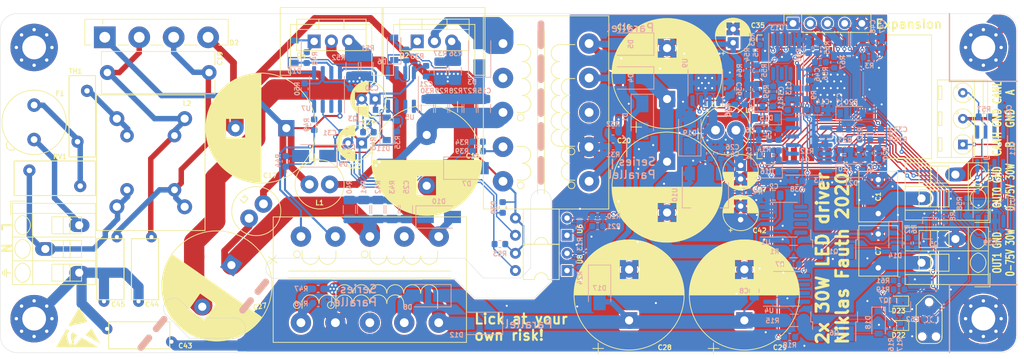
<source format=kicad_pcb>
(kicad_pcb (version 20171130) (host pcbnew 5.1.4+dfsg1-1)
  (layers (0 F.Cu signal) (31 B.Cu signal) (34 B.Paste user hide) (35 F.Paste user hide) (36 B.SilkS user) (37 F.SilkS user hide) (38 B.Mask user) (39 F.Mask user hide) (44 Edge.Cuts user))
  (net 0 "")
  (net 1 +3V3)
  (net 2 +5V)
  (net 3 "Net-(C6-Pad2)")
  (net 4 HT)
  (net 5 GND)
  (net 6 "Net-(C16-Pad1)")
  (net 7 "Net-(D4-Pad2)")
  (net 8 IO0)
  (net 9 "Net-(Q2-Pad3)")
  (net 10 EN)
  (net 11 WS2812)
  (net 12 "Net-(U2-Pad32)")
  (net 13 "Net-(U2-Pad22)")
  (net 14 "Net-(U2-Pad21)")
  (net 15 "Net-(U2-Pad20)")
  (net 16 "Net-(U2-Pad19)")
  (net 17 "Net-(U2-Pad18)")
  (net 18 "Net-(U2-Pad17)")
  (net 19 I2S0_WS)
  (net 20 I2S0_DCLK)
  (net 21 I2S0_DOUT)
  (net 22 Earth)
  (net 23 "Net-(C23-Pad1)")
  (net 24 VDDF)
  (net 25 "Net-(C28-Pad1)")
  (net 26 "Net-(D6-Pad2)")
  (net 27 "Net-(Q4-Pad3)")
  (net 28 "Net-(D13-Pad2)")
  (net 29 "Net-(R34-Pad1)")
  (net 30 "Net-(C22-Pad1)")
  (net 31 "Net-(D11-Pad1)")
  (net 32 "Net-(R49-Pad1)")
  (net 33 "Net-(C31-Pad1)")
  (net 34 "Net-(D5-Pad2)")
  (net 35 "Net-(R31-Pad1)")
  (net 36 AUX0)
  (net 37 "Net-(D12-Pad2)")
  (net 38 "Net-(D8-Pad2)")
  (net 39 "Net-(R46-Pad1)")
  (net 40 AUX1)
  (net 41 "Net-(D6-Pad1)")
  (net 42 "Net-(D13-Pad1)")
  (net 43 "Net-(D7-Pad2)")
  (net 44 "Net-(D9-Pad2)")
  (net 45 "Net-(L2-Pad1)")
  (net 46 "Net-(F1-Pad1)")
  (net 47 "Net-(C1-Pad1)")
  (net 48 "Net-(C3-Pad1)")
  (net 49 USNS0)
  (net 50 "Net-(C5-Pad2)")
  (net 51 "Net-(C5-Pad1)")
  (net 52 "Net-(C7-Pad1)")
  (net 53 "Net-(C9-Pad1)")
  (net 54 USNS1)
  (net 55 "Net-(C32-Pad2)")
  (net 56 "Net-(C32-Pad1)")
  (net 57 "Net-(C33-Pad2)")
  (net 58 "Net-(C34-Pad2)")
  (net 59 VDD)
  (net 60 "Net-(D14-Pad2)")
  (net 61 "Net-(D14-Pad1)")
  (net 62 "Net-(D15-Pad2)")
  (net 63 "Net-(D16-Pad1)")
  (net 64 "Net-(D18-Pad2)")
  (net 65 "Net-(D18-Pad1)")
  (net 66 "Net-(D19-Pad1)")
  (net 67 "Net-(D20-Pad2)")
  (net 68 "Net-(D21-Pad1)")
  (net 69 "Net-(Q5-Pad3)")
  (net 70 "Net-(Q5-Pad1)")
  (net 71 "Net-(Q7-Pad3)")
  (net 72 "Net-(Q7-Pad1)")
  (net 73 EN0)
  (net 74 ISNS0)
  (net 75 "Net-(R10-Pad2)")
  (net 76 EN1)
  (net 77 ISNS1)
  (net 78 "Net-(R21-Pad2)")
  (net 79 "Net-(U1-Pad7)")
  (net 80 "Net-(U1-Pad6)")
  (net 81 "Net-(U1-Pad3)")
  (net 82 USET1)
  (net 83 ISET1)
  (net 84 USET0)
  (net 85 ISET0)
  (net 86 "Net-(U4-Pad7)")
  (net 87 "Net-(U4-Pad6)")
  (net 88 "Net-(U4-Pad3)")
  (net 89 /smps/SN0)
  (net 90 /smps/HT0)
  (net 91 /smps/AC2)
  (net 92 /smps/AC1)
  (net 93 /smps/SN1)
  (net 94 /smps/HT1)
  (net 95 /smps/SW0)
  (net 96 /smps/SW1)
  (net 97 /smps/L)
  (net 98 /smps/N)
  (net 99 "Net-(J4-Pad3)")
  (net 100 "Net-(J4-Pad1)")
  (net 101 "Net-(R58-Pad1)")
  (net 102 "Net-(U2-Pad26)")
  (net 103 "Net-(U2-Pad23)")
  (net 104 "Net-(U2-Pad12)")
  (net 105 COMM_TX)
  (net 106 COMM_DE)
  (net 107 COMM_RX)
  (net 108 "Net-(U12-Pad5)")
  (net 109 "Net-(R59-Pad1)")
  (net 110 "Net-(R60-Pad1)")
  (net 111 "Net-(U13-Pad7)")
  (net 112 "Net-(P1-Pad4)")
  (net 113 "Net-(P1-Pad3)")
  (net 114 "Net-(J5-Pad4)")
  (net 115 "Net-(J5-Pad3)")
  (net 116 "Net-(J5-Pad2)")
  (net 117 "Net-(U2-Pad5)")
  (net 118 "Net-(U2-Pad4)")
  (net 119 "Net-(D22-Pad2)")
  (net 120 "Net-(D23-Pad2)")
  (net 121 "Net-(P1-Pad1)")
  (net 122 "Net-(C11-Pad1)")
  (net 123 "Net-(C12-Pad1)")
  (module Resistor_SMD:R_0603_1608Metric (layer B.Cu) (at 220.95 57.15 180)
    (fp_text reference R56 (at -0.75 -1.7 90) (layer B.SilkS) (effects (font (size 0.7 0.7)) (justify mirror)))
    (fp_text value 100)
    (pad 2 smd roundrect (at 0.7875 0 180) (size 0.875 0.95) (layers B.Cu B.Paste B.Mask) (net 82 USET1))
    (pad 1 smd roundrect (at -0.7875 0 180) (size 0.875 0.95) (layers B.Cu B.Paste B.Mask) (net 123 "Net-(C12-Pad1)"))
  )
  (module Resistor_SMD:R_0603_1608Metric (layer B.Cu) (at 211.5 58.4 90)
    (fp_text reference R55 (at 0 1.2 90) (layer B.SilkS) (effects (font (size 0.7 0.7)) (justify mirror)))
    (fp_text value 100)
    (pad 2 smd roundrect (at 0.7875 0 90) (size 0.875 0.95) (layers B.Cu B.Paste B.Mask) (net 84 USET0))
    (pad 1 smd roundrect (at -0.7875 0 90) (size 0.875 0.95) (layers B.Cu B.Paste B.Mask) (net 122 "Net-(C11-Pad1)"))
  )
  (module Resistor_SMD:R_0603_1608Metric (layer B.Cu) (at 219.2 55.05 270)
    (fp_text reference R66 (at 1.05 1.43 90) (layer B.SilkS) (effects (font (size 0.7 0.7)) (justify mirror)))
    (fp_text value 1k)
    (pad 2 smd roundrect (at 0.7875 0 270) (size 0.875 0.95) (layers B.Cu B.Paste B.Mask) (net 82 USET1))
    (pad 1 smd roundrect (at -0.7875 0 270) (size 0.875 0.95) (layers B.Cu B.Paste B.Mask) (net 22 Earth))
  )
  (module Resistor_SMD:R_0603_1608Metric (layer B.Cu) (at 220.5 55.05 90)
    (fp_text reference R65 (at 0 1.43 90) (layer B.SilkS) (effects (font (size 0.7 0.7)) (justify mirror)))
    (fp_text value 10k)
    (pad 2 smd roundrect (at 0.7875 0 90) (size 0.875 0.95) (layers B.Cu B.Paste B.Mask) (net 1 +3V3))
    (pad 1 smd roundrect (at -0.7875 0 90) (size 0.875 0.95) (layers B.Cu B.Paste B.Mask) (net 82 USET1))
  )
  (module Capacitor_SMD:C_0603_1608Metric (layer B.Cu) (at 226.75 70.75 270)
    (fp_text reference C12 hide)
    (fp_text value 100n)
    (pad 2 smd roundrect (at 0.7875 0 270) (size 0.875 0.95) (layers B.Cu B.Paste B.Mask) (net 22 Earth))
    (pad 1 smd roundrect (at -0.7875 0 270) (size 0.875 0.95) (layers B.Cu B.Paste B.Mask) (net 123 "Net-(C12-Pad1)"))
  )
  (module Capacitor_SMD:C_0603_1608Metric (layer B.Cu) (at 211.85 70.65 270)
    (fp_text reference C11 (at 0 1.43 90) (layer B.SilkS) (effects (font (size 0.7 0.7)) (justify mirror)))
    (fp_text value 100n)
    (pad 2 smd roundrect (at 0.7875 0 270) (size 0.875 0.95) (layers B.Cu B.Paste B.Mask) (net 22 Earth))
    (pad 1 smd roundrect (at -0.7875 0 270) (size 0.875 0.95) (layers B.Cu B.Paste B.Mask) (net 122 "Net-(C11-Pad1)"))
  )
  (module Resistor_SMD:R_0603_1608Metric (layer B.Cu) (at 229.9 67.8 90)
    (fp_text reference R68 (at 0.1 1.4 90) (layer B.SilkS) (effects (font (size 0.7 0.7)) (justify mirror)))
    (fp_text value 4k7)
    (pad 2 smd roundrect (at 0.7875 0 90) (size 0.875 0.95) (layers B.Cu B.Paste B.Mask) (net 1 +3V3))
    (pad 1 smd roundrect (at -0.7875 0 90) (size 0.875 0.95) (layers B.Cu B.Paste B.Mask) (net 53 "Net-(C9-Pad1)"))
  )
  (module Resistor_SMD:R_0603_1608Metric (layer B.Cu) (at 223 57.2 90)
    (fp_text reference R67 (at 0 1.25 90) (layer B.SilkS) (effects (font (size 0.7 0.7)) (justify mirror)))
    (fp_text value 4k7)
    (pad 2 smd roundrect (at 0.7875 0 90) (size 0.875 0.95) (layers B.Cu B.Paste B.Mask) (net 1 +3V3))
    (pad 1 smd roundrect (at -0.7875 0 90) (size 0.875 0.95) (layers B.Cu B.Paste B.Mask) (net 48 "Net-(C3-Pad1)"))
  )
  (module Resistor_SMD:R_0603_1608Metric (layer B.Cu) (at 210.15 58.4 90)
    (fp_text reference R64 (at 0 -1.1 90) (layer B.SilkS) (effects (font (size 0.7 0.7)) (justify mirror)))
    (fp_text value 1k)
    (pad 2 smd roundrect (at 0.7875 0 90) (size 0.875 0.95) (layers B.Cu B.Paste B.Mask) (net 84 USET0))
    (pad 1 smd roundrect (at -0.7875 0 90) (size 0.875 0.95) (layers B.Cu B.Paste B.Mask) (net 22 Earth))
  )
  (module Resistor_SMD:R_0603_1608Metric (layer B.Cu) (at 212 53.8 90)
    (fp_text reference R63 (at 0 -1.1 90) (layer B.SilkS) (effects (font (size 0.7 0.7)) (justify mirror)))
    (fp_text value 10k)
    (pad 2 smd roundrect (at 0.7875 0 90) (size 0.875 0.95) (layers B.Cu B.Paste B.Mask) (net 1 +3V3))
    (pad 1 smd roundrect (at -0.7875 0 90) (size 0.875 0.95) (layers B.Cu B.Paste B.Mask) (net 84 USET0))
  )
  (module Symbol:ESD-Logo_6.6x6mm_SilkScreen (layer F.Cu) (at 111.5 96.25)
    (fp_text reference REF** hide)
    (fp_text value ESD-Logo_6.6x6mm_SilkScreen hide)
  )
  (module Resistor_SMD:R_0603_1608Metric (layer B.Cu) (at 237 95.1 180)
    (fp_text reference R62 (at 2.4 0) (layer B.SilkS) (effects (font (size 0.7 0.7)) (justify mirror)))
    (fp_text value 1k)
    (pad 2 smd roundrect (at 0.7875 0 180) (size 0.875 0.95) (layers B.Cu B.Paste B.Mask) (net 120 "Net-(D23-Pad2)"))
    (pad 1 smd roundrect (at -0.7875 0 180) (size 0.875 0.95) (layers B.Cu B.Paste B.Mask) (net 73 EN0))
  )
  (module Resistor_SMD:R_0603_1608Metric (layer B.Cu) (at 232.55 89.35 180)
    (fp_text reference R61 (at 2.35 -0.05) (layer B.SilkS) (effects (font (size 0.7 0.7)) (justify mirror)))
    (fp_text value 1k)
    (pad 2 smd roundrect (at 0.7875 0 180) (size 0.875 0.95) (layers B.Cu B.Paste B.Mask) (net 119 "Net-(D22-Pad2)"))
    (pad 1 smd roundrect (at -0.7875 0 180) (size 0.875 0.95) (layers B.Cu B.Paste B.Mask) (net 76 EN1))
  )
  (module LED_SMD:LED_0603_1608Metric (layer F.Cu) (at 232.5 92.409999 180)
    (fp_text reference D23 (at 0 -1.43) (layer F.SilkS) (effects (font (size 0.7 0.7))))
    (fp_text value LED)
    (pad 2 smd roundrect (at 0.7875 0 180) (size 0.875 0.95) (layers F.Cu F.Paste F.Mask) (net 120 "Net-(D23-Pad2)"))
    (pad 1 smd roundrect (at -0.7875 0 180) (size 0.875 0.95) (layers F.Cu F.Paste F.Mask) (net 22 Earth))
  )
  (module LED_SMD:LED_0603_1608Metric (layer F.Cu) (at 232.5 96 180)
    (fp_text reference D22 (at 0 -1.43) (layer F.SilkS) (effects (font (size 0.7 0.7))))
    (fp_text value LED)
    (pad 2 smd roundrect (at 0.7875 0 180) (size 0.875 0.95) (layers F.Cu F.Paste F.Mask) (net 119 "Net-(D22-Pad2)"))
    (pad 1 smd roundrect (at -0.7875 0 180) (size 0.875 0.95) (layers F.Cu F.Paste F.Mask) (net 22 Earth))
  )
  (module Connector_PinSocket_2.54mm:PinSocket_1x05_P2.54mm_Vertical (layer F.Cu) (at 216.925 51.45 90)
    (fp_text reference J5 hide)
    (fp_text value Expansion)
    (pad 5 thru_hole oval (at 0 10.16 90) (size 1.7 1.7) (drill 1) (layers *.Cu *.Mask) (net 22 Earth))
    (pad 4 thru_hole oval (at 0 7.62 90) (size 1.7 1.7) (drill 1) (layers *.Cu *.Mask) (net 114 "Net-(J5-Pad4)"))
    (pad 3 thru_hole oval (at 0 5.08 90) (size 1.7 1.7) (drill 1) (layers *.Cu *.Mask) (net 115 "Net-(J5-Pad3)"))
    (pad 2 thru_hole oval (at 0 2.54 90) (size 1.7 1.7) (drill 1) (layers *.Cu *.Mask) (net 116 "Net-(J5-Pad2)"))
    (pad 1 thru_hole rect (at 0 0 90) (size 1.7 1.7) (drill 1) (layers *.Cu *.Mask) (net 1 +3V3))
  )
  (module otter:TC2030 (layer F.Cu) (at 237 95.1 270)
    (fp_text reference P1 hide)
    (fp_text value TC2030-CTX-Tag-Connect-ESP32 hide)
    (pad "" np_thru_hole circle (at 2.54 1.016 270) (size 0.98552 0.98552) (drill 0.98552) (layers *.Cu *.Mask F.SilkS))
    (pad "" np_thru_hole circle (at 2.54 -1.016 270) (size 0.98552 0.98552) (drill 0.98552) (layers *.Cu *.Mask F.SilkS))
    (pad "" np_thru_hole circle (at -2.54 0 270) (size 0.98806 0.98806) (drill 0.98806) (layers *.Cu *.Mask F.SilkS))
    (pad 6 connect circle (at 1.27 -0.635 270) (size 0.78486 0.78486) (layers F.Cu F.Mask) (net 10 EN))
    (pad 5 connect circle (at 1.27 0.635 270) (size 0.78486 0.78486) (layers F.Cu F.Mask) (net 22 Earth))
    (pad 4 connect circle (at 0 -0.635 270) (size 0.78486 0.78486) (layers F.Cu F.Mask) (net 112 "Net-(P1-Pad4)"))
    (pad 3 connect circle (at 0 0.635 270) (size 0.78486 0.78486) (layers F.Cu F.Mask) (net 113 "Net-(P1-Pad3)"))
    (pad 2 connect circle (at -1.27 -0.635 270) (size 0.78486 0.78486) (layers F.Cu F.Mask) (net 8 IO0))
    (pad 1 connect circle (at -1.27 0.635 270) (size 0.78486 0.78486) (layers F.Cu F.Mask) (net 121 "Net-(P1-Pad1)"))
  )
  (module Capacitor_SMD:C_0603_1608Metric (layer B.Cu) (at 228.65 54.3 90)
    (fp_text reference C48 (at 2.4 0.05 90) (layer B.SilkS) (effects (font (size 0.7 0.7)) (justify mirror)))
    (fp_text value 10u)
    (pad 2 smd roundrect (at 0.7875 0 90) (size 0.875 0.95) (layers B.Cu B.Paste B.Mask) (net 22 Earth))
    (pad 1 smd roundrect (at -0.7875 0 90) (size 0.875 0.95) (layers B.Cu B.Paste B.Mask) (net 1 +3V3))
  )
  (module Capacitor_SMD:C_0603_1608Metric (layer B.Cu) (at 230.05 54.3 90)
    (fp_text reference C47 (at 2.4 0.05 90) (layer B.SilkS) (effects (font (size 0.7 0.7)) (justify mirror)))
    (fp_text value 100n)
    (pad 2 smd roundrect (at 0.7875 0 90) (size 0.875 0.95) (layers B.Cu B.Paste B.Mask) (net 22 Earth))
    (pad 1 smd roundrect (at -0.7875 0 90) (size 0.875 0.95) (layers B.Cu B.Paste B.Mask) (net 1 +3V3))
  )
  (module Capacitor_SMD:C_0603_1608Metric (layer B.Cu) (at 219.3 59.05 270)
    (fp_text reference C46 (at -0.05 -1.2 90) (layer B.SilkS) (effects (font (size 0.7 0.7)) (justify mirror)))
    (fp_text value 100n)
    (pad 2 smd roundrect (at 0.7875 0 270) (size 0.875 0.95) (layers B.Cu B.Paste B.Mask) (net 22 Earth))
    (pad 1 smd roundrect (at -0.7875 0 270) (size 0.875 0.95) (layers B.Cu B.Paste B.Mask) (net 2 +5V))
  )
  (module Package_SO:SOIC-8_3.9x4.9mm_P1.27mm (layer B.Cu) (at 215.9 56.35 270)
    (fp_text reference U13 (at -4.25 1.3 180) (layer B.SilkS) (effects (font (size 0.7 0.7)) (justify mirror)))
    (fp_text value TM8211)
    (pad 8 smd roundrect (at 2.475 1.905 270) (size 1.95 0.6) (layers B.Cu B.Paste B.Mask) (net 109 "Net-(R59-Pad1)"))
    (pad 7 smd roundrect (at 2.475 0.635 270) (size 1.95 0.6) (layers B.Cu B.Paste B.Mask) (net 111 "Net-(U13-Pad7)"))
    (pad 6 smd roundrect (at 2.475 -0.635 270) (size 1.95 0.6) (layers B.Cu B.Paste B.Mask) (net 110 "Net-(R60-Pad1)"))
    (pad 5 smd roundrect (at 2.475 -1.905 270) (size 1.95 0.6) (layers B.Cu B.Paste B.Mask) (net 2 +5V))
    (pad 4 smd roundrect (at -2.475 -1.905 270) (size 1.95 0.6) (layers B.Cu B.Paste B.Mask) (net 22 Earth))
    (pad 3 smd roundrect (at -2.475 -0.635 270) (size 1.95 0.6) (layers B.Cu B.Paste B.Mask) (net 21 I2S0_DOUT))
    (pad 2 smd roundrect (at -2.475 0.635 270) (size 1.95 0.6) (layers B.Cu B.Paste B.Mask) (net 19 I2S0_WS))
    (pad 1 smd roundrect (at -2.475 1.905 270) (size 1.95 0.6) (layers B.Cu B.Paste B.Mask) (net 20 I2S0_DCLK))
  )
  (module Resistor_SMD:R_0603_1608Metric (layer B.Cu) (at 218.25 61.05)
    (fp_text reference R60 hide)
    (fp_text value 100)
    (pad 2 smd roundrect (at 0.7875 0) (size 0.875 0.95) (layers B.Cu B.Paste B.Mask) (net 83 ISET1))
    (pad 1 smd roundrect (at -0.7875 0) (size 0.875 0.95) (layers B.Cu B.Paste B.Mask) (net 110 "Net-(R60-Pad1)"))
  )
  (module Resistor_SMD:R_0603_1608Metric (layer B.Cu) (at 214 61.5 270)
    (fp_text reference R59 (at 0 1 90) (layer B.SilkS) (effects (font (size 0.7 0.7)) (justify mirror)))
    (fp_text value 100)
    (pad 2 smd roundrect (at 0.7875 0 270) (size 0.875 0.95) (layers B.Cu B.Paste B.Mask) (net 85 ISET0))
    (pad 1 smd roundrect (at -0.7875 0 270) (size 0.875 0.95) (layers B.Cu B.Paste B.Mask) (net 109 "Net-(R59-Pad1)"))
  )
  (module Capacitor_SMD:C_0603_1608Metric (layer B.Cu) (at 221.3 64.15)
    (fp_text reference C14 (at 0 -1.15) (layer B.SilkS) (effects (font (size 0.7 0.7)) (justify mirror)))
    (fp_text value 100n)
    (pad 2 smd roundrect (at 0.7875 0) (size 0.875 0.95) (layers B.Cu B.Paste B.Mask) (net 22 Earth))
    (pad 1 smd roundrect (at -0.7875 0) (size 0.875 0.95) (layers B.Cu B.Paste B.Mask) (net 83 ISET1))
  )
  (module Capacitor_SMD:C_0603_1608Metric (layer B.Cu) (at 217.5 63.4 270)
    (fp_text reference C13 (at -2.4 1.2 90) (layer B.SilkS) (effects (font (size 0.7 0.7)) (justify mirror)))
    (fp_text value 100n)
    (pad 2 smd roundrect (at 0.7875 0 270) (size 0.875 0.95) (layers B.Cu B.Paste B.Mask) (net 85 ISET0))
    (pad 1 smd roundrect (at -0.7875 0 270) (size 0.875 0.95) (layers B.Cu B.Paste B.Mask) (net 22 Earth))
  )
  (module Resistor_SMD:R_0603_1608Metric (layer B.Cu) (at 185.45 86.65 90)
    (fp_text reference R24 (at -2.35 0.05 90) (layer B.SilkS) (effects (font (size 0.7 0.7)) (justify mirror)))
    (fp_text value DNP)
    (pad 2 smd roundrect (at 0.7875 0 90) (size 0.875 0.95) (layers B.Cu B.Paste B.Mask) (net 67 "Net-(D20-Pad2)"))
    (pad 1 smd roundrect (at -0.7875 0 90) (size 0.875 0.95) (layers B.Cu B.Paste B.Mask) (net 78 "Net-(R21-Pad2)"))
  )
  (module Resistor_SMD:R_0603_1608Metric (layer B.Cu) (at 188.1 79.9 180)
    (fp_text reference R10 (at -2.4 0) (layer B.SilkS) (effects (font (size 0.7 0.7)) (justify mirror)))
    (fp_text value 1k)
    (pad 2 smd roundrect (at 0.7875 0 180) (size 0.875 0.95) (layers B.Cu B.Paste B.Mask) (net 75 "Net-(R10-Pad2)"))
    (pad 1 smd roundrect (at -0.7875 0 180) (size 0.875 0.95) (layers B.Cu B.Paste B.Mask) (net 2 +5V))
  )
  (module Resistor_SMD:R_0603_1608Metric (layer B.Cu) (at 210.15 61.2 90)
    (fp_text reference R54 (at 5.15 0 90) (layer B.SilkS) (effects (font (size 0.7 0.7)) (justify mirror)))
    (fp_text value 3k3)
    (pad 2 smd roundrect (at 0.7875 0 90) (size 0.875 0.95) (layers B.Cu B.Paste B.Mask) (net 22 Earth))
    (pad 1 smd roundrect (at -0.7875 0 90) (size 0.875 0.95) (layers B.Cu B.Paste B.Mask) (net 58 "Net-(C34-Pad2)"))
  )
  (module Resistor_SMD:R_0603_1608Metric (layer B.Cu) (at 208.35 64.2 90)
    (fp_text reference R26 (at 0 -1.05 90) (layer B.SilkS) (effects (font (size 0.7 0.7)) (justify mirror)))
    (fp_text value 10k)
    (pad 2 smd roundrect (at 0.7875 0 90) (size 0.875 0.95) (layers B.Cu B.Paste B.Mask) (net 58 "Net-(C34-Pad2)"))
    (pad 1 smd roundrect (at -0.7875 0 90) (size 0.875 0.95) (layers B.Cu B.Paste B.Mask) (net 2 +5V))
  )
  (module Resistor_SMD:R_0603_1608Metric (layer B.Cu) (at 188.1 81.35 180)
    (fp_text reference R21 (at -2.4 -0.05) (layer B.SilkS) (effects (font (size 0.7 0.7)) (justify mirror)))
    (fp_text value 1k)
    (pad 2 smd roundrect (at 0.7875 0 180) (size 0.875 0.95) (layers B.Cu B.Paste B.Mask) (net 78 "Net-(R21-Pad2)"))
    (pad 1 smd roundrect (at -0.7875 0 180) (size 0.875 0.95) (layers B.Cu B.Paste B.Mask) (net 2 +5V))
  )
  (module Resistor_SMD:R_0603_1608Metric (layer B.Cu) (at 185.45 81.6 90)
    (fp_text reference R13 (at -2.4 0.05 90) (layer B.SilkS) (effects (font (size 0.7 0.7)) (justify mirror)))
    (fp_text value DNP)
    (pad 2 smd roundrect (at 0.7875 0 90) (size 0.875 0.95) (layers B.Cu B.Paste B.Mask) (net 62 "Net-(D15-Pad2)"))
    (pad 1 smd roundrect (at -0.7875 0 90) (size 0.875 0.95) (layers B.Cu B.Paste B.Mask) (net 75 "Net-(R10-Pad2)"))
  )
  (module Resistor_SMD:R_0603_1608Metric (layer B.Cu) (at 211.5 61.2 90)
    (fp_text reference R5 (at 5.45 -0.05 90) (layer B.SilkS) (effects (font (size 0.7 0.7)) (justify mirror)))
    (fp_text value 47k)
    (pad 2 smd roundrect (at 0.7875 0 90) (size 0.875 0.95) (layers B.Cu B.Paste B.Mask) (net 22 Earth))
    (pad 1 smd roundrect (at -0.7875 0 90) (size 0.875 0.95) (layers B.Cu B.Paste B.Mask) (net 11 WS2812))
  )
  (module Resistor_SMD:R_0603_1608Metric (layer B.Cu) (at 209.7 76.3 180)
    (fp_text reference R4 (at -2.1 0) (layer B.SilkS) (effects (font (size 0.7 0.7)) (justify mirror)))
    (fp_text value 47k)
    (pad 2 smd roundrect (at 0.7875 0 180) (size 0.875 0.95) (layers B.Cu B.Paste B.Mask) (net 1 +3V3))
    (pad 1 smd roundrect (at -0.7875 0 180) (size 0.875 0.95) (layers B.Cu B.Paste B.Mask) (net 8 IO0))
  )
  (module Resistor_SMD:R_0603_1608Metric (layer B.Cu) (at 228.1 56.45 180)
    (fp_text reference R3 (at -0.1 -1.25) (layer B.SilkS) (effects (font (size 0.7 0.7)) (justify mirror)))
    (fp_text value 47k)
    (pad 2 smd roundrect (at 0.7875 0 180) (size 0.875 0.95) (layers B.Cu B.Paste B.Mask) (net 10 EN))
    (pad 1 smd roundrect (at -0.7875 0 180) (size 0.875 0.95) (layers B.Cu B.Paste B.Mask) (net 1 +3V3))
  )
  (module Varistor:RV_Disc_D9mm_W4mm_P5mm (layer F.Cu) (at 117.2 85.2 270)
    (fp_text reference C45 (at 7.7 -0.2) (layer F.SilkS) (effects (font (size 0.7 0.7))))
    (fp_text value 2.2n)
    (pad 2 thru_hole circle (at 7.25 1.9 270) (size 1.6 1.6) (drill 0.6) (layers *.Cu *.Mask) (net 22 Earth))
    (pad 1 thru_hole circle (at -2.25 0 270) (size 1.6 1.6) (drill 0.6) (layers *.Cu *.Mask) (net 91 /smps/AC2))
  )
  (module Varistor:RV_Disc_D9mm_W4mm_P5mm (layer F.Cu) (at 123 98.4 180)
    (fp_text reference C43 (at -4.3 -0.6) (layer F.SilkS) (effects (font (size 0.7 0.7))))
    (fp_text value 2.2n)
    (pad 2 thru_hole circle (at 7.25 1.9 180) (size 1.6 1.6) (drill 0.6) (layers *.Cu *.Mask) (net 22 Earth))
    (pad 1 thru_hole circle (at -2.25 0 180) (size 1.6 1.6) (drill 0.6) (layers *.Cu *.Mask) (net 22 Earth))
  )
  (module Varistor:RV_Disc_D9mm_W4mm_P5mm (layer F.Cu) (at 122.3 85.2 270)
    (fp_text reference C44 (at 7.7 -0.1) (layer F.SilkS) (effects (font (size 0.7 0.7))))
    (fp_text value 2.2n)
    (pad 2 thru_hole circle (at 7.25 1.9 270) (size 1.6 1.6) (drill 0.6) (layers *.Cu *.Mask) (net 22 Earth))
    (pad 1 thru_hole circle (at -2.25 0 270) (size 1.6 1.6) (drill 0.6) (layers *.Cu *.Mask) (net 92 /smps/AC1))
  )
  (module Package_SO:SOIC-8_3.9x4.9mm_P1.27mm (layer B.Cu) (at 246.05 78.15 90)
    (fp_text reference U12 (at 0 3.25 90) (layer B.SilkS) (effects (font (size 0.7 0.7)) (justify mirror)))
    (fp_text value TJA1051T)
    (pad 8 smd roundrect (at 2.475 1.905 90) (size 1.95 0.6) (layers B.Cu B.Paste B.Mask) (net 101 "Net-(R58-Pad1)"))
    (pad 7 smd roundrect (at 2.475 0.635 90) (size 1.95 0.6) (layers B.Cu B.Paste B.Mask) (net 100 "Net-(J4-Pad1)"))
    (pad 6 smd roundrect (at 2.475 -0.635 90) (size 1.95 0.6) (layers B.Cu B.Paste B.Mask) (net 99 "Net-(J4-Pad3)"))
    (pad 5 smd roundrect (at 2.475 -1.905 90) (size 1.95 0.6) (layers B.Cu B.Paste B.Mask) (net 108 "Net-(U12-Pad5)"))
    (pad 4 smd roundrect (at -2.475 -1.905 90) (size 1.95 0.6) (layers B.Cu B.Paste B.Mask) (net 107 COMM_RX))
    (pad 3 smd roundrect (at -2.475 -0.635 90) (size 1.95 0.6) (layers B.Cu B.Paste B.Mask) (net 2 +5V))
    (pad 2 smd roundrect (at -2.475 0.635 90) (size 1.95 0.6) (layers B.Cu B.Paste B.Mask) (net 22 Earth))
    (pad 1 smd roundrect (at -2.475 1.905 90) (size 1.95 0.6) (layers B.Cu B.Paste B.Mask) (net 105 COMM_TX))
  )
  (module Package_SO:SOIC-8_3.9x4.9mm_P1.27mm (layer B.Cu) (at 246 69.95 90)
    (fp_text reference U11 (at 0 3.3 90) (layer B.SilkS) (effects (font (size 0.7 0.7)) (justify mirror)))
    (fp_text value MAX485E)
    (pad 8 smd roundrect (at 2.475 1.905 90) (size 1.95 0.6) (layers B.Cu B.Paste B.Mask) (net 2 +5V))
    (pad 7 smd roundrect (at 2.475 0.635 90) (size 1.95 0.6) (layers B.Cu B.Paste B.Mask) (net 100 "Net-(J4-Pad1)"))
    (pad 6 smd roundrect (at 2.475 -0.635 90) (size 1.95 0.6) (layers B.Cu B.Paste B.Mask) (net 99 "Net-(J4-Pad3)"))
    (pad 5 smd roundrect (at 2.475 -1.905 90) (size 1.95 0.6) (layers B.Cu B.Paste B.Mask) (net 22 Earth))
    (pad 4 smd roundrect (at -2.475 -1.905 90) (size 1.95 0.6) (layers B.Cu B.Paste B.Mask) (net 105 COMM_TX))
    (pad 3 smd roundrect (at -2.475 -0.635 90) (size 1.95 0.6) (layers B.Cu B.Paste B.Mask) (net 106 COMM_DE))
    (pad 2 smd roundrect (at -2.475 0.635 90) (size 1.95 0.6) (layers B.Cu B.Paste B.Mask) (net 106 COMM_DE))
    (pad 1 smd roundrect (at -2.475 1.905 90) (size 1.95 0.6) (layers B.Cu B.Paste B.Mask) (net 107 COMM_RX))
  )
  (module Resistor_SMD:R_0603_1608Metric (layer B.Cu) (at 242.65 78.012499 270)
    (fp_text reference R58 (at -0.012499 1.15 90) (layer B.SilkS) (effects (font (size 0.7 0.7)) (justify mirror)))
    (fp_text value TBD)
    (pad 2 smd roundrect (at 0.7875 0 270) (size 0.875 0.95) (layers B.Cu B.Paste B.Mask) (net 22 Earth))
    (pad 1 smd roundrect (at -0.7875 0 270) (size 0.875 0.95) (layers B.Cu B.Paste B.Mask) (net 101 "Net-(R58-Pad1)"))
  )
  (module Resistor_SMD:R_0603_1608Metric (layer B.Cu) (at 245.1 65.2 180)
    (fp_text reference R57 (at 0 1.1) (layer B.SilkS) (effects (font (size 0.7 0.7)) (justify mirror)))
    (fp_text value 120)
    (pad 2 smd roundrect (at 0.7875 0 180) (size 0.875 0.95) (layers B.Cu B.Paste B.Mask) (net 99 "Net-(J4-Pad3)"))
    (pad 1 smd roundrect (at -0.7875 0 180) (size 0.875 0.95) (layers B.Cu B.Paste B.Mask) (net 100 "Net-(J4-Pad1)"))
  )
  (module Resistor_SMD:R_0603_1608Metric (layer B.Cu) (at 214.05 70.2)
    (fp_text reference R12 (at 4.95 0.1) (layer B.SilkS) (effects (font (size 0.7 0.7)) (justify mirror)))
    (fp_text value 4k7)
    (pad 2 smd roundrect (at 0.7875 0) (size 0.875 0.95) (layers B.Cu B.Paste B.Mask) (net 49 USNS0))
    (pad 1 smd roundrect (at -0.7875 0) (size 0.875 0.95) (layers B.Cu B.Paste B.Mask) (net 22 Earth))
  )
  (module Capacitor_SMD:C_0805_2012Metric (layer B.Cu) (at 207.6 61.1 90)
    (fp_text reference C36 (at 0 1.4 90) (layer B.SilkS) (effects (font (size 0.7 0.7)) (justify mirror)))
    (fp_text value 100n)
    (pad 2 smd roundrect (at 0.9375 0 90) (size 0.975 1.4) (layers B.Cu B.Paste B.Mask) (net 22 Earth))
    (pad 1 smd roundrect (at -0.9375 0 90) (size 0.975 1.4) (layers B.Cu B.Paste B.Mask) (net 59 VDD))
  )
  (module Resistor_SMD:R_0603_1608Metric (layer B.Cu) (at 173.7 84)
    (fp_text reference R53 (at 0 1.43) (layer B.SilkS) (effects (font (size 0.7 0.7)) (justify mirror)))
    (fp_text value 30k)
    (pad 2 smd roundrect (at 0.7875 0) (size 0.875 0.95) (layers B.Cu B.Paste B.Mask) (net 5 GND))
    (pad 1 smd roundrect (at -0.7875 0) (size 0.875 0.95) (layers B.Cu B.Paste B.Mask) (net 33 "Net-(C31-Pad1)"))
  )
  (module Resistor_SMD:R_0603_1608Metric (layer B.Cu) (at 174.1 78.6 90)
    (fp_text reference R38 (at 0 -1.3 90) (layer B.SilkS) (effects (font (size 0.7 0.7)) (justify mirror)))
    (fp_text value 30k)
    (pad 2 smd roundrect (at 0.7875 0 90) (size 0.875 0.95) (layers B.Cu B.Paste B.Mask) (net 5 GND))
    (pad 1 smd roundrect (at -0.7875 0 90) (size 0.875 0.95) (layers B.Cu B.Paste B.Mask) (net 30 "Net-(C22-Pad1)"))
  )
  (module TerminalBlock_MetzConnect:TerminalBlock_MetzConnect_Type086_RT03403HBLC_1x03_P3.81mm_Horizontal (layer F.Cu) (at 241.975 69.31 90)
    (fp_text reference J4 hide)
    (fp_text value Screw_Terminal_01x03)
    (pad 3 thru_hole circle (at 7.62 0 90) (size 1.4 1.4) (drill 0.7) (layers *.Cu *.Mask) (net 99 "Net-(J4-Pad3)"))
    (pad 2 thru_hole circle (at 3.81 0 90) (size 1.4 1.4) (drill 0.7) (layers *.Cu *.Mask) (net 22 Earth))
    (pad 1 thru_hole rect (at 0 0 90) (size 1.4 1.4) (drill 0.7) (layers *.Cu *.Mask) (net 100 "Net-(J4-Pad1)"))
  )
  (module Package_TO_SOT_SMD:TO-252-2 (layer B.Cu) (at 223 93 90)
    (fp_text reference Q6 (at -4.1 0 180) (layer B.SilkS) (effects (font (size 0.7 0.7)) (justify mirror)))
    (fp_text value NCE01P18K)
    (pad 2 smd rect (at 2.1 0 90) (size 6.4 5.8) (layers B.Cu B.Mask) (net 52 "Net-(C7-Pad1)"))
    (pad 3 smd rect (at -4.2 -2.28 90) (size 2.2 1.2) (layers B.Cu B.Paste B.Mask) (net 65 "Net-(D18-Pad1)"))
    (pad 1 smd rect (at -4.2 2.28 90) (size 2.2 1.2) (layers B.Cu B.Paste B.Mask) (net 64 "Net-(D18-Pad2)"))
  )
  (module Package_TO_SOT_SMD:TO-252-2 (layer B.Cu) (at 223 80.9 90)
    (fp_text reference Q1 (at -4.2 -0.1 180) (layer B.SilkS) (effects (font (size 0.7 0.7)) (justify mirror)))
    (fp_text value NCE01P18K)
    (pad 2 smd rect (at 2.1 0 90) (size 6.4 5.8) (layers B.Cu B.Mask) (net 47 "Net-(C1-Pad1)"))
    (pad 3 smd rect (at -4.2 -2.28 90) (size 2.2 1.2) (layers B.Cu B.Paste B.Mask) (net 61 "Net-(D14-Pad1)"))
    (pad 1 smd rect (at -4.2 2.28 90) (size 2.2 1.2) (layers B.Cu B.Paste B.Mask) (net 60 "Net-(D14-Pad2)"))
  )
  (module Capacitor_THT:CP_Radial_D16.0mm_P7.50mm (layer F.Cu) (at 134.1 87.1 235)
    (fp_text reference C27 (at 2.587806 -6.939255 190) (layer F.SilkS) (effects (font (size 0.7 0.7))))
    (fp_text value 22u)
    (pad 2 thru_hole circle (at 7.5 0 235) (size 2.4 2.4) (drill 1.2) (layers *.Cu *.Mask) (net 5 GND))
    (pad 1 thru_hole rect (at 0 0 235) (size 2.4 2.4) (drill 1.2) (layers *.Cu *.Mask) (net 94 /smps/HT1))
  )
  (module Resistor_SMD:R_0603_1608Metric (layer B.Cu) (at 146.9 92.7)
    (fp_text reference R46 (at -2.5 0.1) (layer B.SilkS) (effects (font (size 0.7 0.7)) (justify mirror)))
    (fp_text value DNP)
    (pad 2 smd roundrect (at 0.7875 0) (size 0.875 0.95) (layers B.Cu B.Paste B.Mask) (net 22 Earth))
    (pad 1 smd roundrect (at -0.7875 0) (size 0.875 0.95) (layers B.Cu B.Paste B.Mask) (net 39 "Net-(R46-Pad1)"))
  )
  (module Resistor_SMD:R_0603_1608Metric (layer B.Cu) (at 190.4 69.6 180)
    (fp_text reference R31 (at 0 -1.2) (layer B.SilkS) (effects (font (size 0.7 0.7)) (justify mirror)))
    (fp_text value DNP)
    (pad 2 smd roundrect (at 0.7875 0 180) (size 0.875 0.95) (layers B.Cu B.Paste B.Mask) (net 22 Earth))
    (pad 1 smd roundrect (at -0.7875 0 180) (size 0.875 0.95) (layers B.Cu B.Paste B.Mask) (net 35 "Net-(R31-Pad1)"))
  )
  (module Diode_SMD:D_SMA (layer B.Cu) (at 170.7 95.7 180)
    (fp_text reference D12 (at 3.4 -1.7) (layer B.SilkS) (effects (font (size 0.7 0.7)) (justify mirror)))
    (fp_text value DNP)
    (pad 2 smd rect (at 2 0 180) (size 2.5 1.8) (layers B.Cu B.Paste B.Mask) (net 37 "Net-(D12-Pad2)"))
    (pad 1 smd rect (at -2 0 180) (size 2.5 1.8) (layers B.Cu B.Paste B.Mask) (net 25 "Net-(C28-Pad1)"))
  )
  (module Diode_SMD:D_SMA (layer B.Cu) (at 193 54.5 180)
    (fp_text reference D5 (at 0 0 90) (layer B.SilkS) (effects (font (size 0.7 0.7)) (justify mirror)))
    (fp_text value DNP)
    (pad 2 smd rect (at 2 0 180) (size 2.5 1.8) (layers B.Cu B.Paste B.Mask) (net 34 "Net-(D5-Pad2)"))
    (pad 1 smd rect (at -2 0 180) (size 2.5 1.8) (layers B.Cu B.Paste B.Mask) (net 6 "Net-(C16-Pad1)"))
  )
  (module MountingHole:MountingHole_3.5mm_Pad_Via (layer F.Cu) (at 245 55)
    (fp_text reference H4 hide)
    (fp_text value MountingHole_Pad)
    (pad 1 thru_hole circle (at 1.856155 -1.856155) (size 0.8 0.8) (drill 0.5) (layers *.Cu *.Mask) (net 22 Earth))
    (pad 1 thru_hole circle (at 0 -2.625) (size 0.8 0.8) (drill 0.5) (layers *.Cu *.Mask) (net 22 Earth))
    (pad 1 thru_hole circle (at -1.856155 -1.856155) (size 0.8 0.8) (drill 0.5) (layers *.Cu *.Mask) (net 22 Earth))
    (pad 1 thru_hole circle (at -2.625 0) (size 0.8 0.8) (drill 0.5) (layers *.Cu *.Mask) (net 22 Earth))
    (pad 1 thru_hole circle (at -1.856155 1.856155) (size 0.8 0.8) (drill 0.5) (layers *.Cu *.Mask) (net 22 Earth))
    (pad 1 thru_hole circle (at 0 2.625) (size 0.8 0.8) (drill 0.5) (layers *.Cu *.Mask) (net 22 Earth))
    (pad 1 thru_hole circle (at 1.856155 1.856155) (size 0.8 0.8) (drill 0.5) (layers *.Cu *.Mask) (net 22 Earth))
    (pad 1 thru_hole circle (at 2.625 0) (size 0.8 0.8) (drill 0.5) (layers *.Cu *.Mask) (net 22 Earth))
    (pad 1 thru_hole circle (at 0 0) (size 7 7) (drill 3.5) (layers *.Cu *.Mask) (net 22 Earth))
  )
  (module MountingHole:MountingHole_3.5mm_Pad_Via (layer F.Cu) (at 245 95)
    (fp_text reference H3 hide)
    (fp_text value MountingHole_Pad)
    (pad 1 thru_hole circle (at 1.856155 -1.856155) (size 0.8 0.8) (drill 0.5) (layers *.Cu *.Mask) (net 22 Earth))
    (pad 1 thru_hole circle (at 0 -2.625) (size 0.8 0.8) (drill 0.5) (layers *.Cu *.Mask) (net 22 Earth))
    (pad 1 thru_hole circle (at -1.856155 -1.856155) (size 0.8 0.8) (drill 0.5) (layers *.Cu *.Mask) (net 22 Earth))
    (pad 1 thru_hole circle (at -2.625 0) (size 0.8 0.8) (drill 0.5) (layers *.Cu *.Mask) (net 22 Earth))
    (pad 1 thru_hole circle (at -1.856155 1.856155) (size 0.8 0.8) (drill 0.5) (layers *.Cu *.Mask) (net 22 Earth))
    (pad 1 thru_hole circle (at 0 2.625) (size 0.8 0.8) (drill 0.5) (layers *.Cu *.Mask) (net 22 Earth))
    (pad 1 thru_hole circle (at 1.856155 1.856155) (size 0.8 0.8) (drill 0.5) (layers *.Cu *.Mask) (net 22 Earth))
    (pad 1 thru_hole circle (at 2.625 0) (size 0.8 0.8) (drill 0.5) (layers *.Cu *.Mask) (net 22 Earth))
    (pad 1 thru_hole circle (at 0 0) (size 7 7) (drill 3.5) (layers *.Cu *.Mask) (net 22 Earth))
  )
  (module MountingHole:MountingHole_3.5mm_Pad_Via (layer F.Cu) (at 105 95)
    (fp_text reference H2 hide)
    (fp_text value MountingHole_Pad)
    (pad 1 thru_hole circle (at 1.856155 -1.856155) (size 0.8 0.8) (drill 0.5) (layers *.Cu *.Mask) (net 22 Earth))
    (pad 1 thru_hole circle (at 0 -2.625) (size 0.8 0.8) (drill 0.5) (layers *.Cu *.Mask) (net 22 Earth))
    (pad 1 thru_hole circle (at -1.856155 -1.856155) (size 0.8 0.8) (drill 0.5) (layers *.Cu *.Mask) (net 22 Earth))
    (pad 1 thru_hole circle (at -2.625 0) (size 0.8 0.8) (drill 0.5) (layers *.Cu *.Mask) (net 22 Earth))
    (pad 1 thru_hole circle (at -1.856155 1.856155) (size 0.8 0.8) (drill 0.5) (layers *.Cu *.Mask) (net 22 Earth))
    (pad 1 thru_hole circle (at 0 2.625) (size 0.8 0.8) (drill 0.5) (layers *.Cu *.Mask) (net 22 Earth))
    (pad 1 thru_hole circle (at 1.856155 1.856155) (size 0.8 0.8) (drill 0.5) (layers *.Cu *.Mask) (net 22 Earth))
    (pad 1 thru_hole circle (at 2.625 0) (size 0.8 0.8) (drill 0.5) (layers *.Cu *.Mask) (net 22 Earth))
    (pad 1 thru_hole circle (at 0 0) (size 7 7) (drill 3.5) (layers *.Cu *.Mask) (net 22 Earth))
  )
  (module MountingHole:MountingHole_3.5mm_Pad_Via (layer F.Cu) (at 105 55)
    (fp_text reference H1 hide)
    (fp_text value MountingHole_Pad)
    (pad 1 thru_hole circle (at 1.856155 -1.856155) (size 0.8 0.8) (drill 0.5) (layers *.Cu *.Mask) (net 22 Earth))
    (pad 1 thru_hole circle (at 0 -2.625) (size 0.8 0.8) (drill 0.5) (layers *.Cu *.Mask) (net 22 Earth))
    (pad 1 thru_hole circle (at -1.856155 -1.856155) (size 0.8 0.8) (drill 0.5) (layers *.Cu *.Mask) (net 22 Earth))
    (pad 1 thru_hole circle (at -2.625 0) (size 0.8 0.8) (drill 0.5) (layers *.Cu *.Mask) (net 22 Earth))
    (pad 1 thru_hole circle (at -1.856155 1.856155) (size 0.8 0.8) (drill 0.5) (layers *.Cu *.Mask) (net 22 Earth))
    (pad 1 thru_hole circle (at 0 2.625) (size 0.8 0.8) (drill 0.5) (layers *.Cu *.Mask) (net 22 Earth))
    (pad 1 thru_hole circle (at 1.856155 1.856155) (size 0.8 0.8) (drill 0.5) (layers *.Cu *.Mask) (net 22 Earth))
    (pad 1 thru_hole circle (at 2.625 0) (size 0.8 0.8) (drill 0.5) (layers *.Cu *.Mask) (net 22 Earth))
    (pad 1 thru_hole circle (at 0 0) (size 7 7) (drill 3.5) (layers *.Cu *.Mask) (net 22 Earth))
  )
  (module Capacitor_THT:CP_Radial_D5.0mm_P2.00mm (layer F.Cu) (at 153.3 69.1 180)
    (fp_text reference C23 (at 1 -3.4) (layer F.SilkS) (effects (font (size 0.7 0.7))))
    (fp_text value "22uF 50V")
    (pad 2 thru_hole circle (at 2 0 180) (size 1.6 1.6) (drill 0.8) (layers *.Cu *.Mask) (net 5 GND))
    (pad 1 thru_hole rect (at 0 0 180) (size 1.6 1.6) (drill 0.8) (layers *.Cu *.Mask) (net 23 "Net-(C23-Pad1)"))
  )
  (module Resistor_SMD:R_0603_1608Metric (layer B.Cu) (at 144.9 61.1 90)
    (fp_text reference R50 (at 0 -1.1 90) (layer B.SilkS) (effects (font (size 0.7 0.7)) (justify mirror)))
    (fp_text value 12k)
    (pad 2 smd roundrect (at 0.7875 0 90) (size 0.875 0.95) (layers B.Cu B.Paste B.Mask) (net 5 GND))
    (pad 1 smd roundrect (at -0.7875 0 90) (size 0.875 0.95) (layers B.Cu B.Paste B.Mask) (net 32 "Net-(R49-Pad1)"))
  )
  (module Resistor_SMD:R_0603_1608Metric (layer B.Cu) (at 154.3 67.5 180)
    (fp_text reference R45 (at -0.7 -1.7 90) (layer B.SilkS) (effects (font (size 0.7 0.7)) (justify mirror)))
    (fp_text value 30k)
    (pad 2 smd roundrect (at 0.7875 0 180) (size 0.875 0.95) (layers B.Cu B.Paste B.Mask) (net 31 "Net-(D11-Pad1)"))
    (pad 1 smd roundrect (at -0.7875 0 180) (size 0.875 0.95) (layers B.Cu B.Paste B.Mask) (net 23 "Net-(C23-Pad1)"))
  )
  (module Package_SO:SOIC-8_3.9x4.9mm_P1.27mm (layer B.Cu) (at 148.2 61.2 90)
    (fp_text reference U7 (at -2.8 -3.1 180) (layer B.SilkS) (effects (font (size 0.7 0.7)) (justify mirror)))
    (fp_text value STCH03TR)
    (pad 8 smd roundrect (at 2.475 1.905 90) (size 1.95 0.6) (layers B.Cu B.Paste B.Mask) (net 24 VDDF))
    (pad 7 smd roundrect (at 2.475 0.635 90) (size 1.95 0.6) (layers B.Cu B.Paste B.Mask) (net 42 "Net-(D13-Pad1)"))
    (pad 6 smd roundrect (at 2.475 -0.635 90) (size 1.95 0.6) (layers B.Cu B.Paste B.Mask) (net 5 GND))
    (pad 5 smd roundrect (at 2.475 -1.905 90) (size 1.95 0.6) (layers B.Cu B.Paste B.Mask) (net 27 "Net-(Q4-Pad3)"))
    (pad 4 smd roundrect (at -2.475 -1.905 90) (size 1.95 0.6) (layers B.Cu B.Paste B.Mask) (net 32 "Net-(R49-Pad1)"))
    (pad 3 smd roundrect (at -2.475 -0.635 90) (size 1.95 0.6) (layers B.Cu B.Paste B.Mask) (net 33 "Net-(C31-Pad1)"))
    (pad 2 smd roundrect (at -2.475 0.635 90) (size 1.95 0.6) (layers B.Cu B.Paste B.Mask))
    (pad 1 smd roundrect (at -2.475 1.905 90) (size 1.95 0.6) (layers B.Cu B.Paste B.Mask) (net 4 HT))
  )
  (module Package_SO:SOIC-8_3.9x4.9mm_P1.27mm (layer B.Cu) (at 159.1 61.2 90)
    (fp_text reference U5 (at -4.1 1.3 180) (layer B.SilkS) (effects (font (size 0.7 0.7)) (justify mirror)))
    (fp_text value STCH03TR)
    (pad 8 smd roundrect (at 2.475 1.905 90) (size 1.95 0.6) (layers B.Cu B.Paste B.Mask) (net 24 VDDF))
    (pad 7 smd roundrect (at 2.475 0.635 90) (size 1.95 0.6) (layers B.Cu B.Paste B.Mask) (net 41 "Net-(D6-Pad1)"))
    (pad 6 smd roundrect (at 2.475 -0.635 90) (size 1.95 0.6) (layers B.Cu B.Paste B.Mask) (net 5 GND))
    (pad 5 smd roundrect (at 2.475 -1.905 90) (size 1.95 0.6) (layers B.Cu B.Paste B.Mask) (net 9 "Net-(Q2-Pad3)"))
    (pad 4 smd roundrect (at -2.475 -1.905 90) (size 1.95 0.6) (layers B.Cu B.Paste B.Mask) (net 29 "Net-(R34-Pad1)"))
    (pad 3 smd roundrect (at -2.475 -0.635 90) (size 1.95 0.6) (layers B.Cu B.Paste B.Mask) (net 30 "Net-(C22-Pad1)"))
    (pad 2 smd roundrect (at -2.475 0.635 90) (size 1.95 0.6) (layers B.Cu B.Paste B.Mask))
    (pad 1 smd roundrect (at -2.475 1.905 90) (size 1.95 0.6) (layers B.Cu B.Paste B.Mask) (net 90 /smps/HT0))
  )
  (module Package_TO_SOT_THT:TO-220-3_Vertical (layer F.Cu) (at 161.5 54.1)
    (fp_text reference Q2 (at -1.9 2.1) (layer F.SilkS) (effects (font (size 0.7 0.7))))
    (fp_text value TSF7N80M)
    (pad 3 thru_hole oval (at 5.08 0) (size 1.905 2) (drill 1.1) (layers *.Cu *.Mask) (net 9 "Net-(Q2-Pad3)"))
    (pad 2 thru_hole oval (at 2.54 0) (size 1.905 2) (drill 1.1) (layers *.Cu *.Mask) (net 95 /smps/SW0))
    (pad 1 thru_hole rect (at 0 0) (size 1.905 2) (drill 1.1) (layers *.Cu *.Mask) (net 26 "Net-(D6-Pad2)"))
  )
  (module Package_TO_SOT_THT:TO-220-3_Vertical (layer F.Cu) (at 146.3 54.1)
    (fp_text reference Q4 (at -1.9 2.1) (layer F.SilkS) (effects (font (size 0.7 0.7))))
    (fp_text value TSF7N80M)
    (pad 3 thru_hole oval (at 5.08 0) (size 1.905 2) (drill 1.1) (layers *.Cu *.Mask) (net 27 "Net-(Q4-Pad3)"))
    (pad 2 thru_hole oval (at 2.54 0) (size 1.905 2) (drill 1.1) (layers *.Cu *.Mask) (net 96 /smps/SW1))
    (pad 1 thru_hole rect (at 0 0) (size 1.905 2) (drill 1.1) (layers *.Cu *.Mask) (net 28 "Net-(D13-Pad2)"))
  )
  (module Package_TO_SOT_SMD:SOT-23 (layer B.Cu) (at 154.4 65.2 270)
    (fp_text reference Q3 (at 0.3 2.4 180) (layer B.SilkS) (effects (font (size 0.7 0.7)) (justify mirror)))
    (fp_text value 2N5551)
    (pad 3 smd rect (at 1 0 270) (size 0.9 0.8) (layers B.Cu B.Paste B.Mask) (net 23 "Net-(C23-Pad1)"))
    (pad 2 smd rect (at -1 -0.95 270) (size 0.9 0.8) (layers B.Cu B.Paste B.Mask) (net 24 VDDF))
    (pad 1 smd rect (at -1 0.95 270) (size 0.9 0.8) (layers B.Cu B.Paste B.Mask) (net 31 "Net-(D11-Pad1)"))
  )
  (module libs:WJ250B-3.5-2P (layer F.Cu) (at 245.725 88.5 90)
    (fp_text reference J3 hide)
    (fp_text value OUT1)
    (pad 1 thru_hole oval (at 1.75 -9.85 90) (size 2 3) (drill 1.2) (layers *.Cu *.Mask) (net 52 "Net-(C7-Pad1)"))
    (pad 2 thru_hole oval (at 5.25 -4.85 90) (size 2 3) (drill 1.2) (layers *.Cu *.Mask) (net 22 Earth))
  )
  (module libs:WJ250B-3.5-2P (layer F.Cu) (at 245.725 79 90)
    (fp_text reference J2 hide)
    (fp_text value OUT0)
    (pad 1 thru_hole oval (at 1.75 -9.85 90) (size 2 3) (drill 1.2) (layers *.Cu *.Mask) (net 47 "Net-(C1-Pad1)"))
    (pad 2 thru_hole oval (at 5.25 -4.85 90) (size 2 3) (drill 1.2) (layers *.Cu *.Mask) (net 22 Earth))
  )
  (module libs:WJ250B-3.5-3P (layer F.Cu) (at 101.8 79.47 270)
    (fp_text reference J1 hide)
    (fp_text value AC)
    (pad 1 thru_hole oval (at 1.75 -9.85 270) (size 2 3) (drill 1.2) (layers *.Cu *.Mask) (net 97 /smps/L))
    (pad 2 thru_hole oval (at 5.25 -4.85 270) (size 2 3) (drill 1.2) (layers *.Cu *.Mask) (net 98 /smps/N))
    (pad 3 thru_hole oval (at 8.75 -9.85 270) (size 2 3) (drill 1.2) (layers *.Cu *.Mask) (net 22 Earth))
  )
  (module Package_TO_SOT_SMD:SOT-223-3_TabPin2 (layer B.Cu) (at 204 76.75 270)
    (fp_text reference U10 (at 0 4.5 90) (layer B.SilkS) (effects (font (size 0.7 0.7)) (justify mirror)))
    (fp_text value AMS1117-3.3)
    (pad 1 smd rect (at -3.15 2.3 270) (size 2 1.5) (layers B.Cu B.Paste B.Mask) (net 22 Earth))
    (pad 3 smd rect (at -3.15 -2.3 270) (size 2 1.5) (layers B.Cu B.Paste B.Mask) (net 2 +5V))
    (pad 2 smd rect (at -3.15 0 270) (size 2 1.5) (layers B.Cu B.Paste B.Mask) (net 1 +3V3))
    (pad 2 smd rect (at 3.15 0 270) (size 2 3.8) (layers B.Cu B.Paste B.Mask) (net 1 +3V3))
  )
  (module Package_SO:SOIC-8-1EP_3.9x4.9mm_P1.27mm_EP2.514x3.2mm (layer B.Cu) (at 204 60.2 90)
    (fp_text reference U9 (at 2.9 -3 90) (layer B.SilkS) (effects (font (size 0.7 0.7)) (justify mirror)))
    (fp_text value XL7005A)
    (pad 8 smd roundrect (at 2.6375 1.905 90) (size 1.625 0.6) (layers B.Cu B.Paste B.Mask) (net 22 Earth))
    (pad 7 smd roundrect (at 2.6375 0.635 90) (size 1.625 0.6) (layers B.Cu B.Paste B.Mask) (net 22 Earth))
    (pad 6 smd roundrect (at 2.6375 -0.635 90) (size 1.625 0.6) (layers B.Cu B.Paste B.Mask) (net 22 Earth))
    (pad 5 smd roundrect (at 2.6375 -1.905 90) (size 1.625 0.6) (layers B.Cu B.Paste B.Mask) (net 22 Earth))
    (pad 4 smd roundrect (at -2.6375 -1.905 90) (size 1.625 0.6) (layers B.Cu B.Paste B.Mask) (net 59 VDD))
    (pad 3 smd roundrect (at -2.6375 -0.635 90) (size 1.625 0.6) (layers B.Cu B.Paste B.Mask) (net 58 "Net-(C34-Pad2)"))
    (pad 2 smd roundrect (at -2.6375 0.635 90) (size 1.625 0.6) (layers B.Cu B.Paste B.Mask) (net 66 "Net-(D19-Pad1)"))
    (pad 1 smd roundrect (at -2.6375 1.905 90) (size 1.625 0.6) (layers B.Cu B.Paste B.Mask) (net 59 VDD))
    (pad 9 smd roundrect (at 0 0 90) (size 2.514 3.2) (layers B.Cu B.Mask) (roundrect_rratio 0.099443) (net 22 Earth))
  )
  (module Package_SO:SOIC-8_3.9x4.9mm_P1.27mm (layer B.Cu) (at 216 90.6)
    (fp_text reference U4 (at -2.6 3.2) (layer B.SilkS) (effects (font (size 0.7 0.7)) (justify mirror)))
    (fp_text value MAX4080S)
    (pad 8 smd roundrect (at 2.475 1.905) (size 1.95 0.6) (layers B.Cu B.Paste B.Mask) (net 65 "Net-(D18-Pad1)"))
    (pad 7 smd roundrect (at 2.475 0.635) (size 1.95 0.6) (layers B.Cu B.Paste B.Mask) (net 86 "Net-(U4-Pad7)"))
    (pad 6 smd roundrect (at 2.475 -0.635) (size 1.95 0.6) (layers B.Cu B.Paste B.Mask) (net 87 "Net-(U4-Pad6)"))
    (pad 5 smd roundrect (at 2.475 -1.905) (size 1.95 0.6) (layers B.Cu B.Paste B.Mask) (net 77 ISNS1))
    (pad 4 smd roundrect (at -2.475 -1.905) (size 1.95 0.6) (layers B.Cu B.Paste B.Mask) (net 22 Earth))
    (pad 3 smd roundrect (at -2.475 -0.635) (size 1.95 0.6) (layers B.Cu B.Paste B.Mask) (net 88 "Net-(U4-Pad3)"))
    (pad 2 smd roundrect (at -2.475 0.635) (size 1.95 0.6) (layers B.Cu B.Paste B.Mask) (net 25 "Net-(C28-Pad1)"))
    (pad 1 smd roundrect (at -2.475 1.905) (size 1.95 0.6) (layers B.Cu B.Paste B.Mask) (net 25 "Net-(C28-Pad1)"))
  )
  (module Package_SO:SOIC-14_3.9x8.7mm_P1.27mm (layer B.Cu) (at 219.3 69.4)
    (fp_text reference U3 (at 1.4 5.2) (layer B.SilkS) (effects (font (size 0.7 0.7)) (justify mirror)))
    (fp_text value LMV324)
    (pad 14 smd roundrect (at 2.475 3.81) (size 1.95 0.6) (layers B.Cu B.Paste B.Mask) (net 68 "Net-(D21-Pad1)"))
    (pad 13 smd roundrect (at 2.475 2.54) (size 1.95 0.6) (layers B.Cu B.Paste B.Mask) (net 54 USNS1))
    (pad 12 smd roundrect (at 2.475 1.27) (size 1.95 0.6) (layers B.Cu B.Paste B.Mask) (net 123 "Net-(C12-Pad1)"))
    (pad 11 smd roundrect (at 2.475 0) (size 1.95 0.6) (layers B.Cu B.Paste B.Mask) (net 22 Earth))
    (pad 10 smd roundrect (at 2.475 -1.27) (size 1.95 0.6) (layers B.Cu B.Paste B.Mask) (net 83 ISET1))
    (pad 9 smd roundrect (at 2.475 -2.54) (size 1.95 0.6) (layers B.Cu B.Paste B.Mask) (net 55 "Net-(C32-Pad2)"))
    (pad 8 smd roundrect (at 2.475 -3.81) (size 1.95 0.6) (layers B.Cu B.Paste B.Mask) (net 56 "Net-(C32-Pad1)"))
    (pad 7 smd roundrect (at -2.475 -3.81) (size 1.95 0.6) (layers B.Cu B.Paste B.Mask) (net 51 "Net-(C5-Pad1)"))
    (pad 6 smd roundrect (at -2.475 -2.54) (size 1.95 0.6) (layers B.Cu B.Paste B.Mask) (net 50 "Net-(C5-Pad2)"))
    (pad 5 smd roundrect (at -2.475 -1.27) (size 1.95 0.6) (layers B.Cu B.Paste B.Mask) (net 85 ISET0))
    (pad 4 smd roundrect (at -2.475 0) (size 1.95 0.6) (layers B.Cu B.Paste B.Mask) (net 2 +5V))
    (pad 3 smd roundrect (at -2.475 1.27) (size 1.95 0.6) (layers B.Cu B.Paste B.Mask) (net 122 "Net-(C11-Pad1)"))
    (pad 2 smd roundrect (at -2.475 2.54) (size 1.95 0.6) (layers B.Cu B.Paste B.Mask) (net 49 USNS0))
    (pad 1 smd roundrect (at -2.475 3.81) (size 1.95 0.6) (layers B.Cu B.Paste B.Mask) (net 63 "Net-(D16-Pad1)"))
  )
  (module Package_SO:SOIC-8_3.9x4.9mm_P1.27mm (layer B.Cu) (at 215.6 80.4)
    (fp_text reference U1 (at -2.7 3.3) (layer B.SilkS) (effects (font (size 0.7 0.7)) (justify mirror)))
    (fp_text value MAX4080S)
    (pad 8 smd roundrect (at 2.475 1.905) (size 1.95 0.6) (layers B.Cu B.Paste B.Mask) (net 61 "Net-(D14-Pad1)"))
    (pad 7 smd roundrect (at 2.475 0.635) (size 1.95 0.6) (layers B.Cu B.Paste B.Mask) (net 79 "Net-(U1-Pad7)"))
    (pad 6 smd roundrect (at 2.475 -0.635) (size 1.95 0.6) (layers B.Cu B.Paste B.Mask) (net 80 "Net-(U1-Pad6)"))
    (pad 5 smd roundrect (at 2.475 -1.905) (size 1.95 0.6) (layers B.Cu B.Paste B.Mask) (net 74 ISNS0))
    (pad 4 smd roundrect (at -2.475 -1.905) (size 1.95 0.6) (layers B.Cu B.Paste B.Mask) (net 22 Earth))
    (pad 3 smd roundrect (at -2.475 -0.635) (size 1.95 0.6) (layers B.Cu B.Paste B.Mask) (net 81 "Net-(U1-Pad3)"))
    (pad 2 smd roundrect (at -2.475 0.635) (size 1.95 0.6) (layers B.Cu B.Paste B.Mask) (net 6 "Net-(C16-Pad1)"))
    (pad 1 smd roundrect (at -2.475 1.905) (size 1.95 0.6) (layers B.Cu B.Paste B.Mask) (net 6 "Net-(C16-Pad1)"))
  )
  (module Resistor_SMD:R_0603_1608Metric (layer B.Cu) (at 146.3 66.4 270)
    (fp_text reference R49 (at 0 1.1 90) (layer B.SilkS) (effects (font (size 0.7 0.7)) (justify mirror)))
    (fp_text value 220k)
    (pad 2 smd roundrect (at 0.7875 0 270) (size 0.875 0.95) (layers B.Cu B.Paste B.Mask) (net 40 AUX1))
    (pad 1 smd roundrect (at -0.7875 0 270) (size 0.875 0.95) (layers B.Cu B.Paste B.Mask) (net 32 "Net-(R49-Pad1)"))
  )
  (module Resistor_SMD:R_0603_1608Metric (layer B.Cu) (at 145.2 56.5 270)
    (fp_text reference R48 (at 0.1 -1.2 270) (layer B.SilkS) (effects (font (size 0.7 0.7)) (justify mirror)))
    (fp_text value 4.7R)
    (pad 2 smd roundrect (at 0.7875 0 270) (size 0.875 0.95) (layers B.Cu B.Paste B.Mask) (net 42 "Net-(D13-Pad1)"))
    (pad 1 smd roundrect (at -0.7875 0 270) (size 0.875 0.95) (layers B.Cu B.Paste B.Mask) (net 28 "Net-(D13-Pad2)"))
  )
  (module Resistor_SMD:R_0603_1608Metric (layer B.Cu) (at 146.9 90.6 180)
    (fp_text reference R47 (at 2.5 0) (layer B.SilkS) (effects (font (size 0.7 0.7)) (justify mirror)))
    (fp_text value 0R)
    (pad 2 smd roundrect (at 0.7875 0 180) (size 0.875 0.95) (layers B.Cu B.Paste B.Mask) (net 39 "Net-(R46-Pad1)"))
    (pad 1 smd roundrect (at -0.7875 0 180) (size 0.875 0.95) (layers B.Cu B.Paste B.Mask) (net 37 "Net-(D12-Pad2)"))
  )
  (module Resistor_SMD:R_0603_1608Metric (layer B.Cu) (at 142.1 71.8 270)
    (fp_text reference R44 (at -0.1 1.1 90) (layer B.SilkS) (effects (font (size 0.7 0.7)) (justify mirror)))
    (fp_text value 4.7R)
    (pad 2 smd roundrect (at 0.7875 0 270) (size 0.875 0.95) (layers B.Cu B.Paste B.Mask) (net 40 AUX1))
    (pad 1 smd roundrect (at -0.7875 0 270) (size 0.875 0.95) (layers B.Cu B.Paste B.Mask) (net 44 "Net-(D9-Pad2)"))
  )
  (module Resistor_SMD:R_0603_1608Metric (layer B.Cu) (at 170.4 70.3)
    (fp_text reference R39 (at -2.3 0) (layer B.SilkS) (effects (font (size 0.7 0.7)) (justify mirror)))
    (fp_text value 4.7R)
    (pad 2 smd roundrect (at 0.7875 0) (size 0.875 0.95) (layers B.Cu B.Paste B.Mask) (net 36 AUX0))
    (pad 1 smd roundrect (at -0.7875 0) (size 0.875 0.95) (layers B.Cu B.Paste B.Mask) (net 43 "Net-(D7-Pad2)"))
  )
  (module Resistor_SMD:R_0603_1608Metric (layer B.Cu) (at 158.5 66.6 90)
    (fp_text reference R35 (at -2.4 0.1 90) (layer B.SilkS) (effects (font (size 0.7 0.7)) (justify mirror)))
    (fp_text value 12k)
    (pad 2 smd roundrect (at 0.7875 0 90) (size 0.875 0.95) (layers B.Cu B.Paste B.Mask) (net 5 GND))
    (pad 1 smd roundrect (at -0.7875 0 90) (size 0.875 0.95) (layers B.Cu B.Paste B.Mask) (net 29 "Net-(R34-Pad1)"))
  )
  (module Resistor_SMD:R_0603_1608Metric (layer B.Cu) (at 170.4 68.9)
    (fp_text reference R34 (at -2.3 0.1) (layer B.SilkS) (effects (font (size 0.7 0.7)) (justify mirror)))
    (fp_text value 220k)
    (pad 2 smd roundrect (at 0.7875 0) (size 0.875 0.95) (layers B.Cu B.Paste B.Mask) (net 36 AUX0))
    (pad 1 smd roundrect (at -0.7875 0) (size 0.875 0.95) (layers B.Cu B.Paste B.Mask) (net 29 "Net-(R34-Pad1)"))
  )
  (module Resistor_SMD:R_0603_1608Metric (layer B.Cu) (at 159.9 56.1 270)
    (fp_text reference R33 (at 0.2 -1.6 180) (layer B.SilkS) (effects (font (size 0.7 0.7)) (justify mirror)))
    (fp_text value 4.7R)
    (pad 2 smd roundrect (at 0.7875 0 270) (size 0.875 0.95) (layers B.Cu B.Paste B.Mask) (net 41 "Net-(D6-Pad1)"))
    (pad 1 smd roundrect (at -0.7875 0 270) (size 0.875 0.95) (layers B.Cu B.Paste B.Mask) (net 26 "Net-(D6-Pad2)"))
  )
  (module Resistor_SMD:R_0603_1608Metric (layer B.Cu) (at 190.4 67.4 180)
    (fp_text reference R32 (at 0 1.1) (layer B.SilkS) (effects (font (size 0.7 0.7)) (justify mirror)))
    (fp_text value 0R)
    (pad 2 smd roundrect (at 0.7875 0 180) (size 0.875 0.95) (layers B.Cu B.Paste B.Mask) (net 35 "Net-(R31-Pad1)"))
    (pad 1 smd roundrect (at -0.7875 0 180) (size 0.875 0.95) (layers B.Cu B.Paste B.Mask) (net 34 "Net-(D5-Pad2)"))
  )
  (module Resistor_SMD:R_0603_1608Metric (layer B.Cu) (at 225.95 68.55 180)
    (fp_text reference R25 (at -6.85 -0.05) (layer B.SilkS) (effects (font (size 0.7 0.7)) (justify mirror)))
    (fp_text value 4k7)
    (pad 2 smd roundrect (at 0.7875 0 180) (size 0.875 0.95) (layers B.Cu B.Paste B.Mask) (net 55 "Net-(C32-Pad2)"))
    (pad 1 smd roundrect (at -0.7875 0 180) (size 0.875 0.95) (layers B.Cu B.Paste B.Mask) (net 57 "Net-(C33-Pad2)"))
  )
  (module Resistor_SMD:R_0603_1608Metric (layer B.Cu) (at 224.6 70.15 180)
    (fp_text reference R23 (at 0 1.43) (layer B.SilkS) (effects (font (size 0.7 0.7)) (justify mirror)))
    (fp_text value 4k7)
    (pad 2 smd roundrect (at 0.7875 0 180) (size 0.875 0.95) (layers B.Cu B.Paste B.Mask) (net 54 USNS1))
    (pad 1 smd roundrect (at -0.7875 0 180) (size 0.875 0.95) (layers B.Cu B.Paste B.Mask) (net 22 Earth))
  )
  (module Resistor_SMD:R_0603_1608Metric (layer B.Cu) (at 228.3 67.75 270)
    (fp_text reference R22 (at 0 1.43 90) (layer B.SilkS) (effects (font (size 0.7 0.7)) (justify mirror)))
    (fp_text value 16k)
    (pad 2 smd roundrect (at 0.7875 0 270) (size 0.875 0.95) (layers B.Cu B.Paste B.Mask) (net 53 "Net-(C9-Pad1)"))
    (pad 1 smd roundrect (at -0.7875 0 270) (size 0.875 0.95) (layers B.Cu B.Paste B.Mask) (net 55 "Net-(C32-Pad2)"))
  )
  (module Resistor_SMD:R_0603_1608Metric (layer B.Cu) (at 229.45 70.6 90)
    (fp_text reference R20 (at 0 1.15 90) (layer B.SilkS) (effects (font (size 0.7 0.7)) (justify mirror)))
    (fp_text value 4k7)
    (pad 2 smd roundrect (at 0.7875 0 90) (size 0.875 0.95) (layers B.Cu B.Paste B.Mask) (net 53 "Net-(C9-Pad1)"))
    (pad 1 smd roundrect (at -0.7875 0 90) (size 0.875 0.95) (layers B.Cu B.Paste B.Mask) (net 77 ISNS1))
  )
  (module Resistor_SMD:R_0603_1608Metric (layer B.Cu) (at 232.55 90.7 180)
    (fp_text reference R19 (at 2.35 0) (layer B.SilkS) (effects (font (size 0.7 0.7)) (justify mirror)))
    (fp_text value 10k)
    (pad 2 smd roundrect (at 0.7875 0 180) (size 0.875 0.95) (layers B.Cu B.Paste B.Mask) (net 72 "Net-(Q7-Pad1)"))
    (pad 1 smd roundrect (at -0.7875 0 180) (size 0.875 0.95) (layers B.Cu B.Paste B.Mask) (net 76 EN1))
  )
  (module Resistor_SMD:R_0603_1608Metric (layer B.Cu) (at 216.45 97.7)
    (fp_text reference R18 (at 0 1.2) (layer B.SilkS) (effects (font (size 0.7 0.7)) (justify mirror)))
    (fp_text value 100k)
    (pad 2 smd roundrect (at 0.7875 0) (size 0.875 0.95) (layers B.Cu B.Paste B.Mask) (net 65 "Net-(D18-Pad1)"))
    (pad 1 smd roundrect (at -0.7875 0) (size 0.875 0.95) (layers B.Cu B.Paste B.Mask) (net 54 USNS1))
  )
  (module Resistor_SMD:R_0603_1608Metric (layer B.Cu) (at 232.7 96.45 270)
    (fp_text reference R17 (at 2.35 0 90) (layer B.SilkS) (effects (font (size 0.7 0.7)) (justify mirror)))
    (fp_text value 10k)
    (pad 2 smd roundrect (at 0.7875 0 270) (size 0.875 0.95) (layers B.Cu B.Paste B.Mask) (net 64 "Net-(D18-Pad2)"))
    (pad 1 smd roundrect (at -0.7875 0 270) (size 0.875 0.95) (layers B.Cu B.Paste B.Mask) (net 71 "Net-(Q7-Pad3)"))
  )
  (module Resistor_SMD:R_0603_1608Metric (layer B.Cu) (at 231.3 96.45 90)
    (fp_text reference R16 (at -2.35 0.1 90) (layer B.SilkS) (effects (font (size 0.7 0.7)) (justify mirror)))
    (fp_text value 100k)
    (pad 2 smd roundrect (at 0.7875 0 90) (size 0.875 0.95) (layers B.Cu B.Paste B.Mask) (net 65 "Net-(D18-Pad1)"))
    (pad 1 smd roundrect (at -0.7875 0 90) (size 0.875 0.95) (layers B.Cu B.Paste B.Mask) (net 64 "Net-(D18-Pad2)"))
  )
  (module Resistor_SMD:R_1206_3216Metric (layer B.Cu) (at 217.1 95.25 180)
    (fp_text reference R15 (at 3.2 -0.05) (layer B.SilkS) (effects (font (size 0.7 0.7)) (justify mirror)))
    (fp_text value 100m)
    (pad 2 smd roundrect (at 1.4 0 180) (size 1.25 1.75) (layers B.Cu B.Paste B.Mask) (roundrect_rratio 0.2) (net 25 "Net-(C28-Pad1)"))
    (pad 1 smd roundrect (at -1.4 0 180) (size 1.25 1.75) (layers B.Cu B.Paste B.Mask) (roundrect_rratio 0.2) (net 65 "Net-(D18-Pad1)"))
  )
  (module Resistor_SMD:R_0603_1608Metric (layer B.Cu) (at 212.65 68.6)
    (fp_text reference R14 (at 0 1.43) (layer B.SilkS) (effects (font (size 0.7 0.7)) (justify mirror)))
    (fp_text value 4k7)
    (pad 2 smd roundrect (at 0.7875 0) (size 0.875 0.95) (layers B.Cu B.Paste B.Mask) (net 50 "Net-(C5-Pad2)"))
    (pad 1 smd roundrect (at -0.7875 0) (size 0.875 0.95) (layers B.Cu B.Paste B.Mask) (net 3 "Net-(C6-Pad2)"))
  )
  (module Resistor_SMD:R_0603_1608Metric (layer B.Cu) (at 213.2 63.65)
    (fp_text reference R11 (at 1.9 -0.45 90) (layer B.SilkS) (effects (font (size 0.7 0.7)) (justify mirror)))
    (fp_text value 16k)
    (pad 2 smd roundrect (at 0.7875 0) (size 0.875 0.95) (layers B.Cu B.Paste B.Mask) (net 48 "Net-(C3-Pad1)"))
    (pad 1 smd roundrect (at -0.7875 0) (size 0.875 0.95) (layers B.Cu B.Paste B.Mask) (net 50 "Net-(C5-Pad2)"))
  )
  (module Resistor_SMD:R_0603_1608Metric (layer B.Cu) (at 218.85 63.4 90)
    (fp_text reference R9 (at 1.4 1.15 90) (layer B.SilkS) (effects (font (size 0.7 0.7)) (justify mirror)))
    (fp_text value 4k7)
    (pad 2 smd roundrect (at 0.7875 0 90) (size 0.875 0.95) (layers B.Cu B.Paste B.Mask) (net 48 "Net-(C3-Pad1)"))
    (pad 1 smd roundrect (at -0.7875 0 90) (size 0.875 0.95) (layers B.Cu B.Paste B.Mask) (net 74 ISNS0))
  )
  (module Resistor_SMD:R_0603_1608Metric (layer B.Cu) (at 239.35 79.9 270)
    (fp_text reference R8 (at 0 -1.15 90) (layer B.SilkS) (effects (font (size 0.7 0.7)) (justify mirror)))
    (fp_text value 10k)
    (pad 2 smd roundrect (at 0.7875 0 270) (size 0.875 0.95) (layers B.Cu B.Paste B.Mask) (net 70 "Net-(Q5-Pad1)"))
    (pad 1 smd roundrect (at -0.7875 0 270) (size 0.875 0.95) (layers B.Cu B.Paste B.Mask) (net 73 EN0))
  )
  (module Resistor_SMD:R_0603_1608Metric (layer B.Cu) (at 217.05 87)
    (fp_text reference R7 (at -2.05 0) (layer B.SilkS) (effects (font (size 0.7 0.7)) (justify mirror)))
    (fp_text value 100k)
    (pad 2 smd roundrect (at 0.7875 0) (size 0.875 0.95) (layers B.Cu B.Paste B.Mask) (net 61 "Net-(D14-Pad1)"))
    (pad 1 smd roundrect (at -0.7875 0) (size 0.875 0.95) (layers B.Cu B.Paste B.Mask) (net 49 USNS0))
  )
  (module Resistor_SMD:R_0603_1608Metric (layer B.Cu) (at 235.2 83.85 270)
    (fp_text reference R6 (at -2.05 0.4 90) (layer B.SilkS) (effects (font (size 0.7 0.7)) (justify mirror)))
    (fp_text value 10k)
    (pad 2 smd roundrect (at 0.7875 0 270) (size 0.875 0.95) (layers B.Cu B.Paste B.Mask) (net 60 "Net-(D14-Pad2)"))
    (pad 1 smd roundrect (at -0.7875 0 270) (size 0.875 0.95) (layers B.Cu B.Paste B.Mask) (net 69 "Net-(Q5-Pad3)"))
  )
  (module Resistor_SMD:R_0603_1608Metric (layer B.Cu) (at 233.8 83.85 90)
    (fp_text reference R2 (at 2.05 0 90) (layer B.SilkS) (effects (font (size 0.7 0.7)) (justify mirror)))
    (fp_text value 100k)
    (pad 2 smd roundrect (at 0.7875 0 90) (size 0.875 0.95) (layers B.Cu B.Paste B.Mask) (net 61 "Net-(D14-Pad1)"))
    (pad 1 smd roundrect (at -0.7875 0 90) (size 0.875 0.95) (layers B.Cu B.Paste B.Mask) (net 60 "Net-(D14-Pad2)"))
  )
  (module Resistor_SMD:R_1206_3216Metric (layer B.Cu) (at 217 85.1 180)
    (fp_text reference R1 (at 2.8 0) (layer B.SilkS) (effects (font (size 0.7 0.7)) (justify mirror)))
    (fp_text value 100m)
    (pad 2 smd roundrect (at 1.4 0 180) (size 1.25 1.75) (layers B.Cu B.Paste B.Mask) (roundrect_rratio 0.2) (net 6 "Net-(C16-Pad1)"))
    (pad 1 smd roundrect (at -1.4 0 180) (size 1.25 1.75) (layers B.Cu B.Paste B.Mask) (roundrect_rratio 0.2) (net 61 "Net-(D14-Pad1)"))
  )
  (module Package_TO_SOT_SMD:SOT-23 (layer B.Cu) (at 232.7 93.2 270)
    (fp_text reference Q7 (at -0.9 2.4 180) (layer B.SilkS) (effects (font (size 0.7 0.7)) (justify mirror)))
    (fp_text value 2N5551)
    (pad 3 smd rect (at 1 0 270) (size 0.9 0.8) (layers B.Cu B.Paste B.Mask) (net 71 "Net-(Q7-Pad3)"))
    (pad 2 smd rect (at -1 -0.95 270) (size 0.9 0.8) (layers B.Cu B.Paste B.Mask) (net 22 Earth))
    (pad 1 smd rect (at -1 0.95 270) (size 0.9 0.8) (layers B.Cu B.Paste B.Mask) (net 72 "Net-(Q7-Pad1)"))
  )
  (module Package_TO_SOT_SMD:SOT-23 (layer B.Cu) (at 236.8 81.65 180)
    (fp_text reference Q5 (at -0.9 -2.35) (layer B.SilkS) (effects (font (size 0.7 0.7)) (justify mirror)))
    (fp_text value 2N5551)
    (pad 3 smd rect (at 1 0 180) (size 0.9 0.8) (layers B.Cu B.Paste B.Mask) (net 69 "Net-(Q5-Pad3)"))
    (pad 2 smd rect (at -1 -0.95 180) (size 0.9 0.8) (layers B.Cu B.Paste B.Mask) (net 22 Earth))
    (pad 1 smd rect (at -1 0.95 180) (size 0.9 0.8) (layers B.Cu B.Paste B.Mask) (net 70 "Net-(Q5-Pad1)"))
  )
  (module Inductor_THT:L_Radial_D7.0mm_P3.00mm (layer F.Cu) (at 208.5 67.2 180)
    (fp_text reference L4 (at -2 2.95) (layer F.SilkS) (effects (font (size 0.7 0.7))))
    (fp_text value 47uH)
    (pad 2 thru_hole circle (at 3 0 180) (size 2.6 2.6) (drill 1.3) (layers *.Cu *.Mask) (net 66 "Net-(D19-Pad1)"))
    (pad 1 thru_hole circle (at 0 0 180) (size 2.6 2.6) (drill 1.3) (layers *.Cu *.Mask) (net 2 +5V))
  )
  (module Diode_SMD:D_SOD-123 (layer B.Cu) (at 225.5 73.2)
    (fp_text reference D21 (at 0 1.8) (layer B.SilkS) (effects (font (size 0.7 0.7)) (justify mirror)))
    (fp_text value 1N5819)
    (pad 2 smd rect (at 1.65 0) (size 0.9 1.2) (layers B.Cu B.Paste B.Mask) (net 67 "Net-(D20-Pad2)"))
    (pad 1 smd rect (at -1.65 0) (size 0.9 1.2) (layers B.Cu B.Paste B.Mask) (net 68 "Net-(D21-Pad1)"))
  )
  (module Diode_SMD:D_SOD-123 (layer B.Cu) (at 225.5 64.7)
    (fp_text reference D20 (at 0 -1.65) (layer B.SilkS) (effects (font (size 0.7 0.7)) (justify mirror)))
    (fp_text value 1N5819)
    (pad 2 smd rect (at 1.65 0) (size 0.9 1.2) (layers B.Cu B.Paste B.Mask) (net 67 "Net-(D20-Pad2)"))
    (pad 1 smd rect (at -1.65 0) (size 0.9 1.2) (layers B.Cu B.Paste B.Mask) (net 56 "Net-(C32-Pad1)"))
  )
  (module Diode_SMD:D_SMA (layer B.Cu) (at 201.7 67.6 90)
    (fp_text reference D19 (at 0 0 180) (layer B.SilkS) (effects (font (size 0.7 0.7)) (justify mirror)))
    (fp_text value SS110)
    (pad 2 smd rect (at 2 0 90) (size 2.5 1.8) (layers B.Cu B.Paste B.Mask) (net 22 Earth))
    (pad 1 smd rect (at -2 0 90) (size 2.5 1.8) (layers B.Cu B.Paste B.Mask) (net 66 "Net-(D19-Pad1)"))
  )
  (module Diode_SMD:D_SOD-123 (layer B.Cu) (at 229.55 95.55 270)
    (fp_text reference D18 (at 0 1.55 90) (layer B.SilkS) (effects (font (size 0.7 0.7)) (justify mirror)))
    (fp_text value 15V)
    (pad 2 smd rect (at 1.65 0 270) (size 0.9 1.2) (layers B.Cu B.Paste B.Mask) (net 64 "Net-(D18-Pad2)"))
    (pad 1 smd rect (at -1.65 0 270) (size 0.9 1.2) (layers B.Cu B.Paste B.Mask) (net 65 "Net-(D18-Pad1)"))
  )
  (module Diode_SMD:D_SMA (layer B.Cu) (at 188.4 90.5 270)
    (fp_text reference D17 (at 0 0 180) (layer B.SilkS) (effects (font (size 0.7 0.7)) (justify mirror)))
    (fp_text value SS110)
    (pad 2 smd rect (at 2 0 270) (size 2.5 1.8) (layers B.Cu B.Paste B.Mask) (net 25 "Net-(C28-Pad1)"))
    (pad 1 smd rect (at -2 0 270) (size 2.5 1.8) (layers B.Cu B.Paste B.Mask) (net 59 VDD))
  )
  (module Diode_SMD:D_SOD-123 (layer B.Cu) (at 213.1 73.25 180)
    (fp_text reference D16 (at 0 -0.05) (layer B.SilkS) (effects (font (size 0.7 0.7)) (justify mirror)))
    (fp_text value 1N5819)
    (pad 2 smd rect (at 1.65 0 180) (size 0.9 1.2) (layers B.Cu B.Paste B.Mask) (net 62 "Net-(D15-Pad2)"))
    (pad 1 smd rect (at -1.65 0 180) (size 0.9 1.2) (layers B.Cu B.Paste B.Mask) (net 63 "Net-(D16-Pad1)"))
  )
  (module Diode_SMD:D_SOD-123 (layer B.Cu) (at 212.95 65.4 180)
    (fp_text reference D15 (at -0.05 0) (layer B.SilkS) (effects (font (size 0.7 0.7)) (justify mirror)))
    (fp_text value 1N5819)
    (pad 2 smd rect (at 1.65 0 180) (size 0.9 1.2) (layers B.Cu B.Paste B.Mask) (net 62 "Net-(D15-Pad2)"))
    (pad 1 smd rect (at -1.65 0 180) (size 0.9 1.2) (layers B.Cu B.Paste B.Mask) (net 51 "Net-(C5-Pad1)"))
  )
  (module Diode_SMD:D_SOD-123 (layer B.Cu) (at 232.05 82.9 270)
    (fp_text reference D14 (at 2.8 0.05 180) (layer B.SilkS) (effects (font (size 0.7 0.7)) (justify mirror)))
    (fp_text value 15V)
    (pad 2 smd rect (at 1.65 0 270) (size 0.9 1.2) (layers B.Cu B.Paste B.Mask) (net 60 "Net-(D14-Pad2)"))
    (pad 1 smd rect (at -1.65 0 270) (size 0.9 1.2) (layers B.Cu B.Paste B.Mask) (net 61 "Net-(D14-Pad1)"))
  )
  (module Diode_SMD:D_SOD-123 (layer B.Cu) (at 157 67 90)
    (fp_text reference D11 (at -2.9 -0.5 180) (layer B.SilkS) (effects (font (size 0.7 0.7)) (justify mirror)))
    (fp_text value 15V)
    (pad 2 smd rect (at 1.65 0 90) (size 0.9 1.2) (layers B.Cu B.Paste B.Mask) (net 5 GND))
    (pad 1 smd rect (at -1.65 0 90) (size 0.9 1.2) (layers B.Cu B.Paste B.Mask) (net 31 "Net-(D11-Pad1)"))
  )
  (module Diode_SMD:D_SMA (layer B.Cu) (at 194.7 65.3 270)
    (fp_text reference D1 (at 0 2.5 90) (layer B.SilkS) (effects (font (size 0.7 0.7)) (justify mirror)))
    (fp_text value SS110)
    (pad 2 smd rect (at 2 0 270) (size 2.5 1.8) (layers B.Cu B.Paste B.Mask) (net 6 "Net-(C16-Pad1)"))
    (pad 1 smd rect (at -2 0 270) (size 2.5 1.8) (layers B.Cu B.Paste B.Mask) (net 59 VDD))
  )
  (module Capacitor_THT:CP_Radial_D5.0mm_P2.00mm (layer F.Cu) (at 209.2 80.4 90)
    (fp_text reference C42 (at -1.6 2.8 180) (layer F.SilkS) (effects (font (size 0.7 0.7))))
    (fp_text value "150u 10V")
    (pad 2 thru_hole circle (at 2 0 90) (size 1.6 1.6) (drill 0.8) (layers *.Cu *.Mask) (net 22 Earth))
    (pad 1 thru_hole rect (at 0 0 90) (size 1.6 1.6) (drill 0.8) (layers *.Cu *.Mask) (net 1 +3V3))
  )
  (module Capacitor_SMD:C_0603_1608Metric (layer B.Cu) (at 204.7 70.6 90)
    (fp_text reference C41 (at -0.1 3.3 180) (layer B.SilkS) (effects (font (size 0.7 0.7)) (justify mirror)))
    (fp_text value 100n)
    (pad 2 smd roundrect (at 0.7875 0 90) (size 0.875 0.95) (layers B.Cu B.Paste B.Mask) (net 22 Earth))
    (pad 1 smd roundrect (at -0.7875 0 90) (size 0.875 0.95) (layers B.Cu B.Paste B.Mask) (net 1 +3V3))
  )
  (module Capacitor_SMD:C_0603_1608Metric (layer B.Cu) (at 247.6 64.45 90)
    (fp_text reference C40 (at 0 1.2 90) (layer B.SilkS) (effects (font (size 0.7 0.7)) (justify mirror)))
    (fp_text value 100n)
    (pad 2 smd roundrect (at 0.7875 0 90) (size 0.875 0.95) (layers B.Cu B.Paste B.Mask) (net 22 Earth))
    (pad 1 smd roundrect (at -0.7875 0 90) (size 0.875 0.95) (layers B.Cu B.Paste B.Mask) (net 2 +5V))
  )
  (module Capacitor_SMD:C_0603_1608Metric (layer B.Cu) (at 245.95 82.65)
    (fp_text reference C39 (at 0.05 1.15) (layer B.SilkS) (effects (font (size 0.7 0.7)) (justify mirror)))
    (fp_text value 100n)
    (pad 2 smd roundrect (at 0.7875 0) (size 0.875 0.95) (layers B.Cu B.Paste B.Mask) (net 22 Earth))
    (pad 1 smd roundrect (at -0.7875 0) (size 0.875 0.95) (layers B.Cu B.Paste B.Mask) (net 2 +5V))
  )
  (module Capacitor_SMD:C_0603_1608Metric (layer B.Cu) (at 217.5 74.7 180)
    (fp_text reference C38 (at 0 -1.2) (layer B.SilkS) (effects (font (size 0.7 0.7)) (justify mirror)))
    (fp_text value 100n)
    (pad 2 smd roundrect (at 0.7875 0 180) (size 0.875 0.95) (layers B.Cu B.Paste B.Mask) (net 22 Earth))
    (pad 1 smd roundrect (at -0.7875 0 180) (size 0.875 0.95) (layers B.Cu B.Paste B.Mask) (net 2 +5V))
  )
  (module Capacitor_THT:CP_Radial_D5.0mm_P2.00mm (layer F.Cu) (at 209.2 72.4 270)
    (fp_text reference C37 (at 3.6 -2.8 180) (layer F.SilkS) (effects (font (size 0.7 0.7))))
    (fp_text value "150u 10V")
    (pad 2 thru_hole circle (at 2 0 270) (size 1.6 1.6) (drill 0.8) (layers *.Cu *.Mask) (net 22 Earth))
    (pad 1 thru_hole rect (at 0 0 270) (size 1.6 1.6) (drill 0.8) (layers *.Cu *.Mask) (net 2 +5V))
  )
  (module Capacitor_THT:CP_Radial_D5.0mm_P2.00mm (layer F.Cu) (at 208.1 54.3 90)
    (fp_text reference C35 (at 2.55 3.65 180) (layer F.SilkS) (effects (font (size 0.7 0.7))))
    (fp_text value "10uF 100V")
    (pad 2 thru_hole circle (at 2 0 90) (size 1.6 1.6) (drill 0.8) (layers *.Cu *.Mask) (net 22 Earth))
    (pad 1 thru_hole rect (at 0 0 90) (size 1.6 1.6) (drill 0.8) (layers *.Cu *.Mask) (net 59 VDD))
  )
  (module Capacitor_SMD:C_0603_1608Metric (layer B.Cu) (at 209.8 64.2 90)
    (fp_text reference C34 (at 0.7 1.1 90) (layer B.SilkS) (effects (font (size 0.7 0.7)) (justify mirror)))
    (fp_text value 33n)
    (pad 2 smd roundrect (at 0.7875 0 90) (size 0.875 0.95) (layers B.Cu B.Paste B.Mask) (net 58 "Net-(C34-Pad2)"))
    (pad 1 smd roundrect (at -0.7875 0 90) (size 0.875 0.95) (layers B.Cu B.Paste B.Mask) (net 2 +5V))
  )
  (module Capacitor_SMD:C_0603_1608Metric (layer B.Cu) (at 225.9375 67.1)
    (fp_text reference C33 (at 6.8625 0) (layer B.SilkS) (effects (font (size 0.7 0.7)) (justify mirror)))
    (fp_text value DNP)
    (pad 2 smd roundrect (at 0.7875 0) (size 0.875 0.95) (layers B.Cu B.Paste B.Mask) (net 57 "Net-(C33-Pad2)"))
    (pad 1 smd roundrect (at -0.7875 0) (size 0.875 0.95) (layers B.Cu B.Paste B.Mask) (net 56 "Net-(C32-Pad1)"))
  )
  (module Capacitor_SMD:C_0603_1608Metric (layer B.Cu) (at 223.8 67.837501 270)
    (fp_text reference C32 (at -5.137501 0 90) (layer B.SilkS) (effects (font (size 0.7 0.7)) (justify mirror)))
    (fp_text value DNP)
    (pad 2 smd roundrect (at 0.7875 0 270) (size 0.875 0.95) (layers B.Cu B.Paste B.Mask) (net 55 "Net-(C32-Pad2)"))
    (pad 1 smd roundrect (at -0.7875 0 270) (size 0.875 0.95) (layers B.Cu B.Paste B.Mask) (net 56 "Net-(C32-Pad1)"))
  )
  (module Capacitor_SMD:C_0603_1608Metric (layer B.Cu) (at 151.1 67.5)
    (fp_text reference C31 (at -2.5 0.1) (layer B.SilkS) (effects (font (size 0.7 0.7)) (justify mirror)))
    (fp_text value 220pF)
    (pad 2 smd roundrect (at 0.7875 0) (size 0.875 0.95) (layers B.Cu B.Paste B.Mask) (net 5 GND))
    (pad 1 smd roundrect (at -0.7875 0) (size 0.875 0.95) (layers B.Cu B.Paste B.Mask) (net 33 "Net-(C31-Pad1)"))
  )
  (module Capacitor_SMD:C_0603_1608Metric (layer B.Cu) (at 152.4 61 180)
    (fp_text reference C30 (at -2.4 0) (layer B.SilkS) (effects (font (size 0.7 0.7)) (justify mirror)))
    (fp_text value 100n)
    (pad 2 smd roundrect (at 0.7875 0 180) (size 0.875 0.95) (layers B.Cu B.Paste B.Mask) (net 5 GND))
    (pad 1 smd roundrect (at -0.7875 0 180) (size 0.875 0.95) (layers B.Cu B.Paste B.Mask) (net 24 VDDF))
  )
  (module Capacitor_SMD:C_0603_1608Metric (layer B.Cu) (at 206.3 70.6 90)
    (fp_text reference C26 (at 0.9 1.7 180) (layer B.SilkS) (effects (font (size 0.7 0.7)) (justify mirror)))
    (fp_text value 100n)
    (pad 2 smd roundrect (at 0.7875 0 90) (size 0.875 0.95) (layers B.Cu B.Paste B.Mask) (net 22 Earth))
    (pad 1 smd roundrect (at -0.7875 0 90) (size 0.875 0.95) (layers B.Cu B.Paste B.Mask) (net 2 +5V))
  )
  (module Capacitor_SMD:C_0603_1608Metric (layer B.Cu) (at 151.4 71.1 180)
    (fp_text reference C22 (at 0 1.43) (layer B.SilkS) (effects (font (size 0.7 0.7)) (justify mirror)))
    (fp_text value 220pF)
    (pad 2 smd roundrect (at 0.7875 0 180) (size 0.875 0.95) (layers B.Cu B.Paste B.Mask) (net 5 GND))
    (pad 1 smd roundrect (at -0.7875 0 180) (size 0.875 0.95) (layers B.Cu B.Paste B.Mask) (net 30 "Net-(C22-Pad1)"))
  )
  (module Capacitor_SMD:C_0603_1608Metric (layer B.Cu) (at 162.8 58.5 270)
    (fp_text reference C21 (at 1.9 0 180) (layer B.SilkS) (effects (font (size 0.7 0.7)) (justify mirror)))
    (fp_text value 100n)
    (pad 2 smd roundrect (at 0.7875 0 270) (size 0.875 0.95) (layers B.Cu B.Paste B.Mask) (net 5 GND))
    (pad 1 smd roundrect (at -0.7875 0 270) (size 0.875 0.95) (layers B.Cu B.Paste B.Mask) (net 24 VDDF))
  )
  (module Capacitor_THT:C_Rect_L16.5mm_W6.0mm_P15.00mm_MKT (layer F.Cu) (at 115.8 58.7)
    (fp_text reference C19 (at 16.6 -2.1 90) (layer F.SilkS) (effects (font (size 0.7 0.7))))
    (fp_text value 33nF)
    (pad 2 thru_hole circle (at 15 0) (size 2.2 2.2) (drill 1.1) (layers *.Cu *.Mask) (net 91 /smps/AC2))
    (pad 1 thru_hole circle (at 0 0) (size 2.2 2.2) (drill 1.1) (layers *.Cu *.Mask) (net 92 /smps/AC1))
  )
  (module Capacitor_SMD:C_0603_1608Metric (layer B.Cu) (at 224.6 71.5)
    (fp_text reference C10 (at 0 1.43) (layer B.SilkS) (effects (font (size 0.7 0.7)) (justify mirror)))
    (fp_text value 100n)
    (pad 2 smd roundrect (at 0.7875 0) (size 0.875 0.95) (layers B.Cu B.Paste B.Mask) (net 22 Earth))
    (pad 1 smd roundrect (at -0.7875 0) (size 0.875 0.95) (layers B.Cu B.Paste B.Mask) (net 54 USNS1))
  )
  (module Capacitor_SMD:C_0603_1608Metric (layer B.Cu) (at 228.1 70.6 270)
    (fp_text reference C9 (at 2.1 -0.2 90) (layer B.SilkS) (effects (font (size 0.7 0.7)) (justify mirror)))
    (fp_text value 100n)
    (pad 2 smd roundrect (at 0.7875 0 270) (size 0.875 0.95) (layers B.Cu B.Paste B.Mask) (net 22 Earth))
    (pad 1 smd roundrect (at -0.7875 0 270) (size 0.875 0.95) (layers B.Cu B.Paste B.Mask) (net 53 "Net-(C9-Pad1)"))
  )
  (module Capacitor_SMD:C_0805_2012Metric (layer B.Cu) (at 211.2 90.9 90)
    (fp_text reference C8 (at 0 -1.5 180) (layer B.SilkS) (effects (font (size 0.7 0.7)) (justify mirror)))
    (fp_text value 100n)
    (pad 2 smd roundrect (at 0.9375 0 90) (size 0.975 1.4) (layers B.Cu B.Paste B.Mask) (net 22 Earth))
    (pad 1 smd roundrect (at -0.9375 0 90) (size 0.975 1.4) (layers B.Cu B.Paste B.Mask) (net 25 "Net-(C28-Pad1)"))
  )
  (module Capacitor_THT:C_Rect_L7.2mm_W5.5mm_P5.00mm_FKS2_FKP2_MKS2_MKP2 (layer F.Cu) (at 229.5 87.5 90)
    (fp_text reference C7 (at 2.5 0 90) (layer F.SilkS) (effects (font (size 0.7 0.7))))
    (fp_text value 1u)
    (pad 2 thru_hole circle (at 5 0 90) (size 1.6 1.6) (drill 0.8) (layers *.Cu *.Mask) (net 22 Earth))
    (pad 1 thru_hole circle (at 0 0 90) (size 1.6 1.6) (drill 0.8) (layers *.Cu *.Mask) (net 52 "Net-(C7-Pad1)"))
  )
  (module Capacitor_SMD:C_0603_1608Metric (layer B.Cu) (at 212.65 67.15 180)
    (fp_text reference C6 (at 2.05 -0.05) (layer B.SilkS) (effects (font (size 0.7 0.7)) (justify mirror)))
    (fp_text value DNP)
    (pad 2 smd roundrect (at 0.7875 0 180) (size 0.875 0.95) (layers B.Cu B.Paste B.Mask) (net 3 "Net-(C6-Pad2)"))
    (pad 1 smd roundrect (at -0.7875 0 180) (size 0.875 0.95) (layers B.Cu B.Paste B.Mask) (net 51 "Net-(C5-Pad1)"))
  )
  (module Capacitor_SMD:C_0603_1608Metric (layer B.Cu) (at 214.8 67.85 270)
    (fp_text reference C5 (at 0 1.43 90) (layer B.SilkS) (effects (font (size 0.7 0.7)) (justify mirror)))
    (fp_text value DNP)
    (pad 2 smd roundrect (at 0.7875 0 270) (size 0.875 0.95) (layers B.Cu B.Paste B.Mask) (net 50 "Net-(C5-Pad2)"))
    (pad 1 smd roundrect (at -0.7875 0 270) (size 0.875 0.95) (layers B.Cu B.Paste B.Mask) (net 51 "Net-(C5-Pad1)"))
  )
  (module Capacitor_SMD:C_0603_1608Metric (layer B.Cu) (at 214.05 71.55 180)
    (fp_text reference C4 (at -4.65 0.05) (layer B.SilkS) (effects (font (size 0.7 0.7)) (justify mirror)))
    (fp_text value 100n)
    (pad 2 smd roundrect (at 0.7875 0 180) (size 0.875 0.95) (layers B.Cu B.Paste B.Mask) (net 22 Earth))
    (pad 1 smd roundrect (at -0.7875 0 180) (size 0.875 0.95) (layers B.Cu B.Paste B.Mask) (net 49 USNS0))
  )
  (module Capacitor_SMD:C_0603_1608Metric (layer B.Cu) (at 216.15 63.4 90)
    (fp_text reference C3 (at 2 -0.95 90) (layer B.SilkS) (effects (font (size 0.7 0.7)) (justify mirror)))
    (fp_text value 100n)
    (pad 2 smd roundrect (at 0.7875 0 90) (size 0.875 0.95) (layers B.Cu B.Paste B.Mask) (net 22 Earth))
    (pad 1 smd roundrect (at -0.7875 0 90) (size 0.875 0.95) (layers B.Cu B.Paste B.Mask) (net 48 "Net-(C3-Pad1)"))
  )
  (module Capacitor_SMD:C_0805_2012Metric (layer B.Cu) (at 214.1 76.8 180)
    (fp_text reference C2 (at 0 1.3) (layer B.SilkS) (effects (font (size 0.7 0.7)) (justify mirror)))
    (fp_text value 100n)
    (pad 2 smd roundrect (at 0.9375 0 180) (size 0.975 1.4) (layers B.Cu B.Paste B.Mask) (net 22 Earth))
    (pad 1 smd roundrect (at -0.9375 0 180) (size 0.975 1.4) (layers B.Cu B.Paste B.Mask) (net 6 "Net-(C16-Pad1)"))
  )
  (module Capacitor_THT:C_Rect_L7.2mm_W5.5mm_P5.00mm_FKS2_FKP2_MKS2_MKP2 (layer F.Cu) (at 229.5 79.5 90)
    (fp_text reference C1 (at 2.5 0 90) (layer F.SilkS) (effects (font (size 0.7 0.7))))
    (fp_text value 1u)
    (pad 2 thru_hole circle (at 5 0 90) (size 1.6 1.6) (drill 0.8) (layers *.Cu *.Mask) (net 22 Earth))
    (pad 1 thru_hole circle (at 0 0 90) (size 1.6 1.6) (drill 0.8) (layers *.Cu *.Mask) (net 47 "Net-(C1-Pad1)"))
  )
  (module Package_DIP:DIP-4_W7.62mm (layer F.Cu) (at 183.6 87.9 180)
    (fp_text reference U8 (at -1.9 1.65 90) (layer F.SilkS) (effects (font (size 0.7 0.7))))
    (fp_text value PC817X2)
    (pad 4 thru_hole oval (at 7.62 0 180) (size 1.6 1.6) (drill 0.8) (layers *.Cu *.Mask) (net 33 "Net-(C31-Pad1)"))
    (pad 2 thru_hole oval (at 0 2.54 180) (size 1.6 1.6) (drill 0.8) (layers *.Cu *.Mask) (net 67 "Net-(D20-Pad2)"))
    (pad 3 thru_hole oval (at 7.62 2.54 180) (size 1.6 1.6) (drill 0.8) (layers *.Cu *.Mask) (net 5 GND))
    (pad 1 thru_hole rect (at 0 0 180) (size 1.6 1.6) (drill 0.8) (layers *.Cu *.Mask) (net 78 "Net-(R21-Pad2)"))
  )
  (module Package_DIP:DIP-4_W7.62mm (layer F.Cu) (at 183.6 82.7 180)
    (fp_text reference U6 (at -1.9 0.95 90) (layer F.SilkS) (effects (font (size 0.7 0.7))))
    (fp_text value PC817X2)
    (pad 4 thru_hole oval (at 7.62 0 180) (size 1.6 1.6) (drill 0.8) (layers *.Cu *.Mask) (net 30 "Net-(C22-Pad1)"))
    (pad 2 thru_hole oval (at 0 2.54 180) (size 1.6 1.6) (drill 0.8) (layers *.Cu *.Mask) (net 62 "Net-(D15-Pad2)"))
    (pad 3 thru_hole oval (at 7.62 2.54 180) (size 1.6 1.6) (drill 0.8) (layers *.Cu *.Mask) (net 5 GND))
    (pad 1 thru_hole rect (at 0 0 180) (size 1.6 1.6) (drill 0.8) (layers *.Cu *.Mask) (net 75 "Net-(R10-Pad2)"))
  )
  (module Fuse:Fuseholder_TR5_Littelfuse_No560_No460 (layer F.Cu) (at 105 63.5 270)
    (fp_text reference F1 (at -1.7 -3.8 180) (layer F.SilkS) (effects (font (size 0.7 0.7))))
    (fp_text value 6.3A)
    (pad 2 thru_hole circle (at 5.08 0.01 270) (size 2 2) (drill 1) (layers *.Cu *.Mask) (net 97 /smps/L))
    (pad 1 thru_hole circle (at 0 0 270) (size 2 2) (drill 1) (layers *.Cu *.Mask) (net 46 "Net-(F1-Pad1)"))
  )
  (module RF_Module:ESP32-WROOM-32 (layer F.Cu) (at 221.5 62.275 270)
    (fp_text reference U2 hide)
    (fp_text value ESP32-WROOM)
    (pad 38 smd rect (at 8.5 -8.255 270) (size 2 0.9) (layers F.Cu F.Paste F.Mask) (net 22 Earth))
    (pad 37 smd rect (at 8.5 -6.985 270) (size 2 0.9) (layers F.Cu F.Paste F.Mask) (net 76 EN1))
    (pad 36 smd rect (at 8.5 -5.715 270) (size 2 0.9) (layers F.Cu F.Paste F.Mask) (net 73 EN0))
    (pad 35 smd rect (at 8.5 -4.445 270) (size 2 0.9) (layers F.Cu F.Paste F.Mask) (net 113 "Net-(P1-Pad3)"))
    (pad 34 smd rect (at 8.5 -3.175 270) (size 2 0.9) (layers F.Cu F.Paste F.Mask) (net 112 "Net-(P1-Pad4)"))
    (pad 33 smd rect (at 8.5 -1.905 270) (size 2 0.9) (layers F.Cu F.Paste F.Mask) (net 106 COMM_DE))
    (pad 32 smd rect (at 8.5 -0.635 270) (size 2 0.9) (layers F.Cu F.Paste F.Mask) (net 12 "Net-(U2-Pad32)"))
    (pad 31 smd rect (at 8.5 0.635 270) (size 2 0.9) (layers F.Cu F.Paste F.Mask) (net 107 COMM_RX))
    (pad 30 smd rect (at 8.5 1.905 270) (size 2 0.9) (layers F.Cu F.Paste F.Mask) (net 105 COMM_TX))
    (pad 29 smd rect (at 8.5 3.175 270) (size 2 0.9) (layers F.Cu F.Paste F.Mask) (net 114 "Net-(J5-Pad4)"))
    (pad 28 smd rect (at 8.5 4.445 270) (size 2 0.9) (layers F.Cu F.Paste F.Mask) (net 115 "Net-(J5-Pad3)"))
    (pad 27 smd rect (at 8.5 5.715 270) (size 2 0.9) (layers F.Cu F.Paste F.Mask) (net 116 "Net-(J5-Pad2)"))
    (pad 26 smd rect (at 8.5 6.985 270) (size 2 0.9) (layers F.Cu F.Paste F.Mask) (net 102 "Net-(U2-Pad26)"))
    (pad 25 smd rect (at 8.5 8.255 270) (size 2 0.9) (layers F.Cu F.Paste F.Mask) (net 8 IO0))
    (pad 24 smd rect (at 5.715 9.255) (size 2 0.9) (layers F.Cu F.Paste F.Mask) (net 11 WS2812))
    (pad 23 smd rect (at 4.445 9.255) (size 2 0.9) (layers F.Cu F.Paste F.Mask) (net 103 "Net-(U2-Pad23)"))
    (pad 22 smd rect (at 3.175 9.255) (size 2 0.9) (layers F.Cu F.Paste F.Mask) (net 13 "Net-(U2-Pad22)"))
    (pad 21 smd rect (at 1.905 9.255) (size 2 0.9) (layers F.Cu F.Paste F.Mask) (net 14 "Net-(U2-Pad21)"))
    (pad 20 smd rect (at 0.635 9.255) (size 2 0.9) (layers F.Cu F.Paste F.Mask) (net 15 "Net-(U2-Pad20)"))
    (pad 19 smd rect (at -0.635 9.255) (size 2 0.9) (layers F.Cu F.Paste F.Mask) (net 16 "Net-(U2-Pad19)"))
    (pad 18 smd rect (at -1.905 9.255) (size 2 0.9) (layers F.Cu F.Paste F.Mask) (net 17 "Net-(U2-Pad18)"))
    (pad 17 smd rect (at -3.175 9.255) (size 2 0.9) (layers F.Cu F.Paste F.Mask) (net 18 "Net-(U2-Pad17)"))
    (pad 16 smd rect (at -4.445 9.255) (size 2 0.9) (layers F.Cu F.Paste F.Mask) (net 19 I2S0_WS))
    (pad 15 smd rect (at -5.715 9.255) (size 2 0.9) (layers F.Cu F.Paste F.Mask) (net 22 Earth))
    (pad 14 smd rect (at -8.5 8.255 270) (size 2 0.9) (layers F.Cu F.Paste F.Mask) (net 20 I2S0_DCLK))
    (pad 13 smd rect (at -8.5 6.985 270) (size 2 0.9) (layers F.Cu F.Paste F.Mask) (net 21 I2S0_DOUT))
    (pad 12 smd rect (at -8.5 5.715 270) (size 2 0.9) (layers F.Cu F.Paste F.Mask) (net 104 "Net-(U2-Pad12)"))
    (pad 11 smd rect (at -8.5 4.445 270) (size 2 0.9) (layers F.Cu F.Paste F.Mask) (net 82 USET1))
    (pad 10 smd rect (at -8.5 3.175 270) (size 2 0.9) (layers F.Cu F.Paste F.Mask) (net 84 USET0))
    (pad 9 smd rect (at -8.5 1.905 270) (size 2 0.9) (layers F.Cu F.Paste F.Mask) (net 49 USNS0))
    (pad 8 smd rect (at -8.5 0.635 270) (size 2 0.9) (layers F.Cu F.Paste F.Mask) (net 54 USNS1))
    (pad 7 smd rect (at -8.5 -0.635 270) (size 2 0.9) (layers F.Cu F.Paste F.Mask) (net 74 ISNS0))
    (pad 6 smd rect (at -8.5 -1.905 270) (size 2 0.9) (layers F.Cu F.Paste F.Mask) (net 77 ISNS1))
    (pad 5 smd rect (at -8.5 -3.175 270) (size 2 0.9) (layers F.Cu F.Paste F.Mask) (net 117 "Net-(U2-Pad5)"))
    (pad 4 smd rect (at -8.5 -4.445 270) (size 2 0.9) (layers F.Cu F.Paste F.Mask) (net 118 "Net-(U2-Pad4)"))
    (pad 3 smd rect (at -8.5 -5.715 270) (size 2 0.9) (layers F.Cu F.Paste F.Mask) (net 10 EN))
    (pad 2 smd rect (at -8.5 -6.985 270) (size 2 0.9) (layers F.Cu F.Paste F.Mask) (net 1 +3V3))
    (pad 1 smd rect (at -8.5 -8.255 270) (size 2 0.9) (layers F.Cu F.Paste F.Mask) (net 22 Earth))
    (pad 39 smd rect (at -1 -0.755 270) (size 5 5) (layers F.Cu F.Paste F.Mask) (net 22 Earth))
  )
  (module Varistor:RV_Disc_D12mm_W3.9mm_P7.5mm (layer F.Cu) (at 111.4 68.9 90)
    (fp_text reference TH1 (at 10.4 -0.3 180) (layer F.SilkS) (effects (font (size 0.7 0.7))))
    (fp_text value 3.3R)
    (pad 2 thru_hole circle (at 7.5 1.4 90) (size 1.8 1.8) (drill 0.8) (layers *.Cu *.Mask) (net 45 "Net-(L2-Pad1)"))
    (pad 1 thru_hole circle (at 0 0 90) (size 1.8 1.8) (drill 0.8) (layers *.Cu *.Mask) (net 46 "Net-(F1-Pad1)"))
  )
  (module Varistor:RV_Disc_D12mm_W5.1mm_P7.5mm (layer F.Cu) (at 111.8 75.44 180)
    (fp_text reference RV1 (at 3 4.34) (layer F.SilkS) (effects (font (size 0.7 0.7))))
    (fp_text value 340V)
    (pad 2 thru_hole circle (at 7.5 2.3 180) (size 1.8 1.8) (drill 0.8) (layers *.Cu *.Mask) (net 98 /smps/N))
    (pad 1 thru_hole circle (at 0 0 180) (size 1.8 1.8) (drill 0.8) (layers *.Cu *.Mask) (net 46 "Net-(F1-Pad1)"))
  )
  (module Inductor_THT:L_Radial_D7.0mm_P3.00mm (layer F.Cu) (at 136.7 80.2 45)
    (fp_text reference L3 (at 1.484924 -2.474874 45) (layer F.SilkS) (effects (font (size 0.7 0.7))))
    (fp_text value 47uH)
    (pad 2 thru_hole circle (at 3 0 45) (size 2.6 2.6) (drill 1.3) (layers *.Cu *.Mask) (net 4 HT))
    (pad 1 thru_hole circle (at 0 0 45) (size 2.6 2.6) (drill 1.3) (layers *.Cu *.Mask) (net 94 /smps/HT1))
  )
  (module libs:L_CommonMode_U.U_multi (layer F.Cu) (at 122.2 72)
    (fp_text reference L2 (at 5.35 -8.75) (layer F.SilkS) (effects (font (size 0.7 0.7))))
    (fp_text value "U.U10.5 25mH")
    (pad 1 thru_hole circle (at -5 -6.5) (size 2.2 2.2) (drill 1.2) (layers *.Cu *.Mask) (net 45 "Net-(L2-Pad1)"))
    (pad 2 thru_hole circle (at 5 -6.5) (size 2.2 2.2) (drill 1.2) (layers *.Cu *.Mask) (net 92 /smps/AC1))
    (pad 4 thru_hole circle (at 5 6.5) (size 2.2 2.2) (drill 1.2) (layers *.Cu *.Mask) (net 91 /smps/AC2))
    (pad 3 thru_hole circle (at -5 6.5) (size 2.2 2.2) (drill 1.2) (layers *.Cu *.Mask) (net 98 /smps/N))
    (pad 1 thru_hole circle (at -3.5 -4) (size 2 2) (drill 1) (layers *.Cu *.Mask) (net 45 "Net-(L2-Pad1)"))
    (pad 2 thru_hole circle (at 3.5 -4) (size 2 2) (drill 1) (layers *.Cu *.Mask) (net 92 /smps/AC1))
    (pad 4 thru_hole circle (at 3.5 4) (size 2 2) (drill 1) (layers *.Cu *.Mask) (net 91 /smps/AC2))
    (pad 3 thru_hole circle (at -3.5 4) (size 2 2) (drill 1) (layers *.Cu *.Mask) (net 98 /smps/N))
  )
  (module Inductor_THT:L_Radial_D7.0mm_P3.00mm (layer F.Cu) (at 148.6 75.2 180)
    (fp_text reference L1 (at 1.5 -2.7) (layer F.SilkS) (effects (font (size 0.7 0.7))))
    (fp_text value 47uH)
    (pad 2 thru_hole circle (at 3 0 180) (size 2.6 2.6) (drill 1.3) (layers *.Cu *.Mask) (net 4 HT))
    (pad 1 thru_hole circle (at 0 0 180) (size 2.6 2.6) (drill 1.3) (layers *.Cu *.Mask) (net 90 /smps/HT0))
  )
  (module Diode_SMD:D_SOD-123 (layer B.Cu) (at 143.4 55.6 90)
    (fp_text reference D13 (at -2.9 0 180) (layer B.SilkS) (effects (font (size 0.7 0.7)) (justify mirror)))
    (fp_text value 1N5819)
    (pad 2 smd rect (at 1.65 0 90) (size 0.9 1.2) (layers B.Cu B.Paste B.Mask) (net 28 "Net-(D13-Pad2)"))
    (pad 1 smd rect (at -1.65 0 90) (size 0.9 1.2) (layers B.Cu B.Paste B.Mask) (net 42 "Net-(D13-Pad1)"))
  )
  (module Diode_SMD:D_SMA (layer B.Cu) (at 146.3 71 180)
    (fp_text reference D9 (at -4.3 -1.2) (layer B.SilkS) (effects (font (size 0.7 0.7)) (justify mirror)))
    (fp_text value SS110)
    (pad 2 smd rect (at 2 0 180) (size 2.5 1.8) (layers B.Cu B.Paste B.Mask) (net 44 "Net-(D9-Pad2)"))
    (pad 1 smd rect (at -2 0 180) (size 2.5 1.8) (layers B.Cu B.Paste B.Mask) (net 23 "Net-(C23-Pad1)"))
  )
  (module Diode_SMD:D_SMA (layer B.Cu) (at 163.1 91.6 180)
    (fp_text reference D8 (at 3 -1.7) (layer B.SilkS) (effects (font (size 0.7 0.7)) (justify mirror)))
    (fp_text value SS310)
    (pad 2 smd rect (at 2 0 180) (size 2.5 1.8) (layers B.Cu B.Paste B.Mask) (net 38 "Net-(D8-Pad2)"))
    (pad 1 smd rect (at -2 0 180) (size 2.5 1.8) (layers B.Cu B.Paste B.Mask) (net 25 "Net-(C28-Pad1)"))
  )
  (module Diode_SMD:D_SMA (layer B.Cu) (at 168.8 72.8)
    (fp_text reference D7 (at 0 2.3) (layer B.SilkS) (effects (font (size 0.7 0.7)) (justify mirror)))
    (fp_text value SS110)
    (pad 2 smd rect (at 2 0) (size 2.5 1.8) (layers B.Cu B.Paste B.Mask) (net 43 "Net-(D7-Pad2)"))
    (pad 1 smd rect (at -2 0) (size 2.5 1.8) (layers B.Cu B.Paste B.Mask) (net 23 "Net-(C23-Pad1)"))
  )
  (module Diode_SMD:D_SOD-123 (layer B.Cu) (at 158.1 55.2 90)
    (fp_text reference D6 (at -1.9 -1.8 180) (layer B.SilkS) (effects (font (size 0.7 0.7)) (justify mirror)))
    (fp_text value 1N5819)
    (pad 2 smd rect (at 1.65 0 90) (size 0.9 1.2) (layers B.Cu B.Paste B.Mask) (net 26 "Net-(D6-Pad2)"))
    (pad 1 smd rect (at -1.65 0 90) (size 0.9 1.2) (layers B.Cu B.Paste B.Mask) (net 41 "Net-(D6-Pad1)"))
  )
  (module Diode_SMD:D_SMA (layer B.Cu) (at 193 59.5 180)
    (fp_text reference D4 (at 0 0 90) (layer B.SilkS) (effects (font (size 0.7 0.7)) (justify mirror)))
    (fp_text value SS310)
    (pad 2 smd rect (at 2 0 180) (size 2.5 1.8) (layers B.Cu B.Paste B.Mask) (net 7 "Net-(D4-Pad2)"))
    (pad 1 smd rect (at -2 0 180) (size 2.5 1.8) (layers B.Cu B.Paste B.Mask) (net 6 "Net-(C16-Pad1)"))
  )
  (module libs:Pulse_PH027NL (layer F.Cu) (at 154.51 89.24 180)
    (fp_text reference TR2 hide)
    (fp_text value PC817X2)
    (pad 10 thru_hole circle (at -10.16 -6.35 180) (size 3 3) (drill 1.3) (layers *.Cu *.Mask) (net 37 "Net-(D12-Pad2)"))
    (pad 8 thru_hole circle (at 0 -6.35 180) (size 3 3) (drill 1.3) (layers *.Cu *.Mask))
    (pad 9 thru_hole circle (at -5.08 -6.35 180) (size 3 3) (drill 1.3) (layers *.Cu *.Mask) (net 38 "Net-(D8-Pad2)"))
    (pad 7 thru_hole circle (at 5.08 -6.35 180) (size 3 3) (drill 1.3) (layers *.Cu *.Mask) (net 22 Earth))
    (pad 6 thru_hole circle (at 10.16 -6.35 180) (size 3 3) (drill 1.3) (layers *.Cu *.Mask) (net 39 "Net-(R46-Pad1)"))
    (pad 5 thru_hole circle (at 10.16 6.35 180) (size 3 3) (drill 1.3) (layers *.Cu *.Mask) (net 5 GND))
    (pad 4 thru_hole circle (at 5.08 6.35 180) (size 3 3) (drill 1.3) (layers *.Cu *.Mask) (net 40 AUX1))
    (pad 1 thru_hole circle (at -10.16 6.35 180) (size 3 3) (drill 1.3) (layers *.Cu *.Mask) (net 96 /smps/SW1))
    (pad 2 thru_hole circle (at -5.08 6.35 180) (size 3 3) (drill 1.3) (layers *.Cu *.Mask))
    (pad 3 thru_hole circle (at 0 6.35 180) (size 3 3) (drill 1.3) (layers *.Cu *.Mask) (net 94 /smps/HT1))
  )
  (module Resistor_SMD:R_1206_3216Metric (layer B.Cu) (at 151.9 57.8 270)
    (fp_text reference R52 (at -1.3 2 180) (layer B.SilkS) (effects (font (size 0.7 0.7)) (justify mirror)))
    (fp_text value 0.51R)
    (pad 2 smd roundrect (at 1.4 0 270) (size 1.25 1.75) (layers B.Cu B.Paste B.Mask) (roundrect_rratio 0.2) (net 5 GND))
    (pad 1 smd roundrect (at -1.4 0 270) (size 1.25 1.75) (layers B.Cu B.Paste B.Mask) (roundrect_rratio 0.2) (net 27 "Net-(Q4-Pad3)"))
  )
  (module Resistor_SMD:R_1206_3216Metric (layer B.Cu) (at 154.1 57.8 270)
    (fp_text reference R51 (at -2.7 -0.1 180) (layer B.SilkS) (effects (font (size 0.7 0.7)) (justify mirror)))
    (fp_text value 0.51R)
    (pad 2 smd roundrect (at 1.4 0 270) (size 1.25 1.75) (layers B.Cu B.Paste B.Mask) (roundrect_rratio 0.2) (net 5 GND))
    (pad 1 smd roundrect (at -1.4 0 270) (size 1.25 1.75) (layers B.Cu B.Paste B.Mask) (roundrect_rratio 0.2) (net 27 "Net-(Q4-Pad3)"))
  )
  (module Resistor_SMD:R_1206_3216Metric (layer B.Cu) (at 157.8 78.9 90)
    (fp_text reference R43 (at 3.3 0 90) (layer B.SilkS) (effects (font (size 0.7 0.7)) (justify mirror)))
    (fp_text value 240k)
    (pad 2 smd roundrect (at 1.4 0 90) (size 1.25 1.75) (layers B.Cu B.Paste B.Mask) (roundrect_rratio 0.2) (net 93 /smps/SN1))
    (pad 1 smd roundrect (at -1.4 0 90) (size 1.25 1.75) (layers B.Cu B.Paste B.Mask) (roundrect_rratio 0.2) (net 94 /smps/HT1))
  )
  (module Resistor_SMD:R_1206_3216Metric (layer B.Cu) (at 155.7 78.9 90)
    (fp_text reference R42 (at 3.3 0 90) (layer B.SilkS) (effects (font (size 0.7 0.7)) (justify mirror)))
    (fp_text value 240k)
    (pad 2 smd roundrect (at 1.4 0 90) (size 1.25 1.75) (layers B.Cu B.Paste B.Mask) (roundrect_rratio 0.2) (net 93 /smps/SN1))
    (pad 1 smd roundrect (at -1.4 0 90) (size 1.25 1.75) (layers B.Cu B.Paste B.Mask) (roundrect_rratio 0.2) (net 94 /smps/HT1))
  )
  (module Resistor_SMD:R_1206_3216Metric (layer B.Cu) (at 153.6 78.9 90)
    (fp_text reference R41 (at 3.3 0 90) (layer B.SilkS) (effects (font (size 0.7 0.7)) (justify mirror)))
    (fp_text value 240k)
    (pad 2 smd roundrect (at 1.4 0 90) (size 1.25 1.75) (layers B.Cu B.Paste B.Mask) (roundrect_rratio 0.2) (net 93 /smps/SN1))
    (pad 1 smd roundrect (at -1.4 0 90) (size 1.25 1.75) (layers B.Cu B.Paste B.Mask) (roundrect_rratio 0.2) (net 94 /smps/HT1))
  )
  (module Resistor_SMD:R_1206_3216Metric (layer B.Cu) (at 151.5 78.9 90)
    (fp_text reference R40 (at 3.3 0 270) (layer B.SilkS) (effects (font (size 0.7 0.7)) (justify mirror)))
    (fp_text value 240k)
    (pad 2 smd roundrect (at 1.4 0 90) (size 1.25 1.75) (layers B.Cu B.Paste B.Mask) (roundrect_rratio 0.2) (net 93 /smps/SN1))
    (pad 1 smd roundrect (at -1.4 0 90) (size 1.25 1.75) (layers B.Cu B.Paste B.Mask) (roundrect_rratio 0.2) (net 94 /smps/HT1))
  )
  (module Resistor_SMD:R_1206_3216Metric (layer B.Cu) (at 164.9 58.5 270)
    (fp_text reference R37 (at -2.6 0 180) (layer B.SilkS) (effects (font (size 0.7 0.7)) (justify mirror)))
    (fp_text value 0.51R)
    (pad 2 smd roundrect (at 1.4 0 270) (size 1.25 1.75) (layers B.Cu B.Paste B.Mask) (roundrect_rratio 0.2) (net 5 GND))
    (pad 1 smd roundrect (at -1.4 0 270) (size 1.25 1.75) (layers B.Cu B.Paste B.Mask) (roundrect_rratio 0.2) (net 9 "Net-(Q2-Pad3)"))
  )
  (module Resistor_SMD:R_1206_3216Metric (layer B.Cu) (at 167.1 58.5 270)
    (fp_text reference R36 (at -2.6 -0.1 180) (layer B.SilkS) (effects (font (size 0.7 0.7)) (justify mirror)))
    (fp_text value 0.51R)
    (pad 2 smd roundrect (at 1.4 0 270) (size 1.25 1.75) (layers B.Cu B.Paste B.Mask) (roundrect_rratio 0.2) (net 5 GND))
    (pad 1 smd roundrect (at -1.4 0 270) (size 1.25 1.75) (layers B.Cu B.Paste B.Mask) (roundrect_rratio 0.2) (net 9 "Net-(Q2-Pad3)"))
  )
  (module Diode_SMD:D_SMA (layer B.Cu) (at 164.7 80)
    (fp_text reference D10 (at 0 -2.3) (layer B.SilkS) (effects (font (size 0.7 0.7)) (justify mirror)))
    (fp_text value STTH108A)
    (pad 2 smd rect (at 2 0) (size 2.5 1.8) (layers B.Cu B.Paste B.Mask) (net 96 /smps/SW1))
    (pad 1 smd rect (at -2 0) (size 2.5 1.8) (layers B.Cu B.Paste B.Mask) (net 93 /smps/SN1))
  )
  (module Capacitor_THT:CP_Radial_D16.0mm_P7.50mm (layer F.Cu) (at 209.75 95.25 90)
    (fp_text reference C29 (at -4 5.25 180) (layer F.SilkS) (effects (font (size 0.7 0.7))))
    (fp_text value 330u)
    (pad 2 thru_hole circle (at 7.5 0 90) (size 2.4 2.4) (drill 1.2) (layers *.Cu *.Mask) (net 22 Earth))
    (pad 1 thru_hole rect (at 0 0 90) (size 2.4 2.4) (drill 1.2) (layers *.Cu *.Mask) (net 25 "Net-(C28-Pad1)"))
  )
  (module Capacitor_THT:CP_Radial_D16.0mm_P7.50mm (layer F.Cu) (at 192.75 95.25 90)
    (fp_text reference C28 (at -4 5.25 180) (layer F.SilkS) (effects (font (size 0.7 0.7))))
    (fp_text value 330u)
    (pad 2 thru_hole circle (at 7.5 0 90) (size 2.4 2.4) (drill 1.2) (layers *.Cu *.Mask) (net 22 Earth))
    (pad 1 thru_hole rect (at 0 0 90) (size 2.4 2.4) (drill 1.2) (layers *.Cu *.Mask) (net 25 "Net-(C28-Pad1)"))
  )
  (module Capacitor_SMD:C_1206_3216Metric (layer B.Cu) (at 159.9 78.9 90)
    (fp_text reference C25 (at 3.3 0 90) (layer B.SilkS) (effects (font (size 0.7 0.7)) (justify mirror)))
    (fp_text value 2.2nF)
    (pad 2 smd roundrect (at 1.4 0 90) (size 1.25 1.75) (layers B.Cu B.Paste B.Mask) (roundrect_rratio 0.2) (net 93 /smps/SN1))
    (pad 1 smd roundrect (at -1.4 0 90) (size 1.25 1.75) (layers B.Cu B.Paste B.Mask) (roundrect_rratio 0.2) (net 94 /smps/HT1))
  )
  (module Capacitor_THT:CP_Radial_D5.0mm_P2.00mm (layer F.Cu) (at 155.3 62.6 180)
    (fp_text reference C24 (at 1 -3.4) (layer F.SilkS) (effects (font (size 0.7 0.7))))
    (fp_text value "22uF 50V")
    (pad 2 thru_hole circle (at 2 0 180) (size 1.6 1.6) (drill 0.8) (layers *.Cu *.Mask) (net 5 GND))
    (pad 1 thru_hole rect (at 0 0 180) (size 1.6 1.6) (drill 0.8) (layers *.Cu *.Mask) (net 24 VDDF))
  )
  (module Capacitor_THT:CP_Radial_D16.0mm_P7.50mm (layer F.Cu) (at 198.35 71.85 270)
    (fp_text reference C20 (at -3.1 6.35 180) (layer F.SilkS) (effects (font (size 0.7 0.7))))
    (fp_text value 330u)
    (pad 2 thru_hole circle (at 7.5 0 270) (size 2.4 2.4) (drill 1.2) (layers *.Cu *.Mask) (net 22 Earth))
    (pad 1 thru_hole rect (at 0 0 270) (size 2.4 2.4) (drill 1.2) (layers *.Cu *.Mask) (net 6 "Net-(C16-Pad1)"))
  )
  (module Capacitor_THT:CP_Radial_D16.0mm_P7.50mm (layer F.Cu) (at 198.35 62.6 90)
    (fp_text reference C16 (at 10.6 -6.35 180) (layer F.SilkS) (effects (font (size 0.7 0.7))))
    (fp_text value 330u)
    (pad 2 thru_hole circle (at 7.5 0 90) (size 2.4 2.4) (drill 1.2) (layers *.Cu *.Mask) (net 22 Earth))
    (pad 1 thru_hole rect (at 0 0 90) (size 2.4 2.4) (drill 1.2) (layers *.Cu *.Mask) (net 6 "Net-(C16-Pad1)"))
  )
  (module libs:Pulse_PH027NL (layer F.Cu) (at 180.5 64.58 270)
    (fp_text reference TR1 hide)
    (fp_text value PH0270NL)
    (pad 10 thru_hole circle (at -10.16 -6.35 270) (size 3 3) (drill 1.3) (layers *.Cu *.Mask) (net 34 "Net-(D5-Pad2)"))
    (pad 8 thru_hole circle (at 0 -6.35 270) (size 3 3) (drill 1.3) (layers *.Cu *.Mask))
    (pad 9 thru_hole circle (at -5.08 -6.35 270) (size 3 3) (drill 1.3) (layers *.Cu *.Mask) (net 7 "Net-(D4-Pad2)"))
    (pad 7 thru_hole circle (at 5.08 -6.35 270) (size 3 3) (drill 1.3) (layers *.Cu *.Mask) (net 22 Earth))
    (pad 6 thru_hole circle (at 10.16 -6.35 270) (size 3 3) (drill 1.3) (layers *.Cu *.Mask) (net 35 "Net-(R31-Pad1)"))
    (pad 5 thru_hole circle (at 10.16 6.35 270) (size 3 3) (drill 1.3) (layers *.Cu *.Mask) (net 5 GND))
    (pad 4 thru_hole circle (at 5.08 6.35 270) (size 3 3) (drill 1.3) (layers *.Cu *.Mask) (net 36 AUX0))
    (pad 1 thru_hole circle (at -10.16 6.35 270) (size 3 3) (drill 1.3) (layers *.Cu *.Mask) (net 95 /smps/SW0))
    (pad 2 thru_hole circle (at -5.08 6.35 270) (size 3 3) (drill 1.3) (layers *.Cu *.Mask))
    (pad 3 thru_hole circle (at 0 6.35 270) (size 3 3) (drill 1.3) (layers *.Cu *.Mask) (net 90 /smps/HT0))
  )
  (module Resistor_SMD:R_1206_3216Metric (layer B.Cu) (at 163 64 90)
    (fp_text reference R30 (at 2.6 0 180) (layer B.SilkS) (effects (font (size 0.7 0.7)) (justify mirror)))
    (fp_text value 240k)
    (pad 2 smd roundrect (at 1.4 0 90) (size 1.25 1.75) (layers B.Cu B.Paste B.Mask) (roundrect_rratio 0.2) (net 89 /smps/SN0))
    (pad 1 smd roundrect (at -1.4 0 90) (size 1.25 1.75) (layers B.Cu B.Paste B.Mask) (roundrect_rratio 0.2) (net 90 /smps/HT0))
  )
  (module Resistor_SMD:R_1206_3216Metric (layer B.Cu) (at 165.1 64.000001 90)
    (fp_text reference R29 (at 2.600001 0 180) (layer B.SilkS) (effects (font (size 0.7 0.7)) (justify mirror)))
    (fp_text value 240k)
    (pad 2 smd roundrect (at 1.4 0 90) (size 1.25 1.75) (layers B.Cu B.Paste B.Mask) (roundrect_rratio 0.2) (net 89 /smps/SN0))
    (pad 1 smd roundrect (at -1.4 0 90) (size 1.25 1.75) (layers B.Cu B.Paste B.Mask) (roundrect_rratio 0.2) (net 90 /smps/HT0))
  )
  (module Resistor_SMD:R_1206_3216Metric (layer B.Cu) (at 167.2 64 90)
    (fp_text reference R28 (at 2.6 0 180) (layer B.SilkS) (effects (font (size 0.7 0.7)) (justify mirror)))
    (fp_text value 240k)
    (pad 2 smd roundrect (at 1.4 0 90) (size 1.25 1.75) (layers B.Cu B.Paste B.Mask) (roundrect_rratio 0.2) (net 89 /smps/SN0))
    (pad 1 smd roundrect (at -1.4 0 90) (size 1.25 1.75) (layers B.Cu B.Paste B.Mask) (roundrect_rratio 0.2) (net 90 /smps/HT0))
  )
  (module Resistor_SMD:R_1206_3216Metric (layer B.Cu) (at 169.3 64 90)
    (fp_text reference R27 (at 2.6 0 180) (layer B.SilkS) (effects (font (size 0.7 0.7)) (justify mirror)))
    (fp_text value 240k)
    (pad 2 smd roundrect (at 1.4 0 90) (size 1.25 1.75) (layers B.Cu B.Paste B.Mask) (roundrect_rratio 0.2) (net 89 /smps/SN0))
    (pad 1 smd roundrect (at -1.4 0 90) (size 1.25 1.75) (layers B.Cu B.Paste B.Mask) (roundrect_rratio 0.2) (net 90 /smps/HT0))
  )
  (module Diode_SMD:D_SMA (layer B.Cu) (at 170.7 56 90)
    (fp_text reference D3 (at -4.1 -1.1 180) (layer B.SilkS) (effects (font (size 0.7 0.7)) (justify mirror)))
    (fp_text value STTH108A)
    (pad 2 smd rect (at 2 0 90) (size 2.5 1.8) (layers B.Cu B.Paste B.Mask) (net 95 /smps/SW0))
    (pad 1 smd rect (at -2 0 90) (size 2.5 1.8) (layers B.Cu B.Paste B.Mask) (net 89 /smps/SN0))
  )
  (module Diode_THT:Diode_Bridge_Vishay_GBL (layer F.Cu) (at 115.42 53.5)
    (fp_text reference D2 (at 19.08 0.8) (layer F.SilkS) (effects (font (size 0.7 0.7))))
    (fp_text value "GBL406 ")
    (pad 1 thru_hole rect (at 0 0 180) (size 3.2 3.2) (drill 1.6) (layers *.Cu *.Mask) (net 4 HT))
    (pad 2 thru_hole circle (at 5.08 0 180) (size 3.2 3.2) (drill 1.6) (layers *.Cu *.Mask) (net 92 /smps/AC1))
    (pad 3 thru_hole circle (at 10.16 0 180) (size 3.2 3.2) (drill 1.6) (layers *.Cu *.Mask) (net 91 /smps/AC2))
    (pad 4 thru_hole circle (at 15.24 0 180) (size 3.2 3.2) (drill 1.6) (layers *.Cu *.Mask) (net 5 GND))
  )
  (module Capacitor_THT:CP_Radial_D16.0mm_P7.50mm (layer F.Cu) (at 162.9 67.9 270)
    (fp_text reference C18 (at 3.1 -6.8 180) (layer F.SilkS) (effects (font (size 0.7 0.7))))
    (fp_text value 22u)
    (pad 2 thru_hole circle (at 7.5 0 270) (size 2.4 2.4) (drill 1.2) (layers *.Cu *.Mask) (net 5 GND))
    (pad 1 thru_hole rect (at 0 0 270) (size 2.4 2.4) (drill 1.2) (layers *.Cu *.Mask) (net 90 /smps/HT0))
  )
  (module Capacitor_THT:CP_Radial_D16.0mm_P7.50mm (layer F.Cu) (at 142.2 66.9 180)
    (fp_text reference C17 (at 2.4 -7) (layer F.SilkS) (effects (font (size 0.7 0.7))))
    (fp_text value "22u 400V")
    (pad 2 thru_hole circle (at 7.5 0 180) (size 2.4 2.4) (drill 1.2) (layers *.Cu *.Mask) (net 5 GND))
    (pad 1 thru_hole rect (at 0 0 180) (size 2.4 2.4) (drill 1.2) (layers *.Cu *.Mask) (net 4 HT))
  )
  (module Capacitor_SMD:C_1206_3216Metric (layer B.Cu) (at 171.4 64 90)
    (fp_text reference C15 (at 2.6 0 180) (layer B.SilkS) (effects (font (size 0.7 0.7)) (justify mirror)))
    (fp_text value 2.2nF)
    (pad 2 smd roundrect (at 1.4 0 90) (size 1.25 1.75) (layers B.Cu B.Paste B.Mask) (roundrect_rratio 0.2) (net 89 /smps/SN0))
    (pad 1 smd roundrect (at -1.4 0 90) (size 1.25 1.75) (layers B.Cu B.Paste B.Mask) (roundrect_rratio 0.2) (net 90 /smps/HT0))
  )
  (gr_text "2x 30W LED driver\nNiklas Fauth 2020" (at 222.75 99 90) (layer F.SilkS) (effects (font (size 1.8 1.8) (thickness 0.4)) (justify left)))
  (gr_text "Lick at your \nown risk!" (at 169.75 96.25) (layer F.SilkS) (effects (font (size 1.5 1.5) (thickness 0.3)) (justify left)))
  (gr_text "OUT0 GND\n0-75V 30W" (at 248 75.6 90) (layer F.SilkS) (effects (font (size 1.2 0.8) (thickness 0.2))))
  (gr_text "OUT1 GND\n0-75V 30W" (at 248 85.25 90) (layer F.SilkS) (effects (font (size 1.2 0.8) (thickness 0.2))))
  (gr_text "CANH GND CANL\nB   GND   A" (at 248 65.5 90) (layer F.SilkS) (effects (font (size 1.2 0.9) (thickness 0.225))))
  (gr_line (start 121.914214 97.835786) (end 120.75 99.25) (layer B.SilkS) (width 1))
  (gr_line (start 124.164214 95.085786) (end 123 96.5) (layer B.SilkS) (width 1))
  (gr_line (start 136.914214 92.335786) (end 135.75 93.75) (layer B.SilkS) (width 1))
  (gr_line (start 139.164214 89.585786) (end 138 91) (layer B.SilkS) (width 1))
  (gr_line (start 179.75 54.75) (end 179.75 51.5) (layer B.SilkS) (width 1))
  (gr_line (start 179.75 59.75) (end 179.75 56.5) (layer B.SilkS) (width 1))
  (gr_line (start 179.75 64.75) (end 179.75 61.5) (layer B.SilkS) (width 1))
  (gr_line (start 179.75 69.75) (end 179.75 66.5) (layer B.SilkS) (width 1))
  (gr_line (start 179.75 74.75) (end 179.75 71.5) (layer B.SilkS) (width 1))
  (gr_text Parallel (at 181.6 95.8) (layer B.SilkS) (effects (font (size 1.2 1.2) (thickness 0.2)) (justify left mirror)))
  (gr_line (start 190.3 72.9) (end 190.3 71.5) (layer B.SilkS) (width 0.2))
  (gr_line (start 192.4 68.6) (end 191.8 68) (layer B.SilkS) (width 0.2))
  (gr_line (start 192.4 71.1) (end 192.4 68.6) (layer B.SilkS) (width 0.2))
  (gr_text "Series\nParallel" (at 196.8 72.8) (layer B.SilkS) (effects (font (size 1.2 1.2) (thickness 0.2)) (justify left mirror)))
  (gr_text Parallel (at 196.6 52.1) (layer B.SilkS) (effects (font (size 1.2 1.2) (thickness 0.2)) (justify left mirror)))
  (gr_arc (start 102.5 52.5) (end 102.5 50) (angle -90) (layer Edge.Cuts) (width 0.05))
  (gr_arc (start 102.5 97.5) (end 100 97.5) (angle -90) (layer Edge.Cuts) (width 0.05))
  (gr_arc (start 247.5 97.5) (end 247.5 100) (angle -90) (layer Edge.Cuts) (width 0.05))
  (gr_arc (start 247.5 52.5) (end 250 52.5) (angle -90) (layer Edge.Cuts) (width 0.05))
  (gr_text Expansion (at 234 51.55) (layer F.SilkS) (effects (font (size 1.3 1.3) (thickness 0.25))))
  (gr_line (start 240 60) (end 250 60) (layer B.SilkS) (width 0.2))
  (gr_line (start 240 50) (end 240 60) (layer B.SilkS) (width 0.2))
  (gr_line (start 240 90) (end 250 90) (layer B.SilkS) (width 0.2))
  (gr_line (start 240 100) (end 240 90) (layer B.SilkS) (width 0.2))
  (gr_line (start 100.9 87.65) (end 100.9 88.85) (layer F.SilkS) (width 0.15))
  (gr_line (start 101.5 88.25) (end 100.9 88.25) (layer F.SilkS) (width 0.15))
  (gr_line (start 100.6 87.85) (end 100.6 88.65) (layer F.SilkS) (width 0.15))
  (gr_line (start 100.3 88.05) (end 100.3 88.45) (layer F.SilkS) (width 0.15))
  (gr_text "L  N" (at 100.85 83.1 270) (layer F.SilkS) (effects (font (size 1.3 1.3) (thickness 0.3))))
  (gr_text "Series\nParallel" (at 155.7 91.6) (layer B.SilkS) (effects (font (size 1.2 1.2) (thickness 0.2)) (justify left mirror)))
  (gr_arc (start 140.687133 87.571126) (end 140.687133 86.071126) (angle -180) (layer Edge.Cuts) (width 0.05))
  (gr_line (start 140.687133 86.071126) (end 168.5 86.071127) (layer Edge.Cuts) (width 0.05))
  (gr_line (start 140.687133 89.071126) (end 167 89.071126) (layer Edge.Cuts) (width 0.05))
  (gr_arc (start 134.65 96.4) (end 134.65 97.9) (angle -180) (layer Edge.Cuts) (width 0.05))
  (gr_line (start 127.9 97.9) (end 124.52868 94.52132) (layer Edge.Cuts) (width 0.05))
  (gr_arc (start 125.58934 93.46066) (end 126.65 92.4) (angle -180) (layer Edge.Cuts) (width 0.05))
  (gr_line (start 129.15 94.9) (end 126.65 92.4) (layer Edge.Cuts) (width 0.05))
  (gr_line (start 134.65 97.9) (end 127.9 97.9) (layer Edge.Cuts) (width 0.05))
  (gr_line (start 134.65 94.9) (end 129.15 94.9) (layer Edge.Cuts) (width 0.05))
  (gr_line (start 156.3 59.1) (end 154.8 59.1) (layer F.SilkS) (width 0.12))
  (gr_line (start 142.8 59.1) (end 141.3 59.1) (layer F.SilkS) (width 0.12))
  (gr_line (start 156.3 49.1) (end 156.3 59.1) (layer F.SilkS) (width 0.12))
  (gr_line (start 141.3 49.1) (end 156.3 49.1) (layer F.SilkS) (width 0.12))
  (gr_line (start 142.8 51.6) (end 142.8 59.1) (layer F.SilkS) (width 0.12))
  (gr_line (start 154.8 59.1) (end 154.8 51.6) (layer F.SilkS) (width 0.12))
  (gr_line (start 141.3 59.1) (end 141.3 49.1) (layer F.SilkS) (width 0.12))
  (gr_line (start 154.8 51.6) (end 142.8 51.6) (layer F.SilkS) (width 0.12))
  (gr_line (start 171.5 59.1) (end 170 59.1) (layer F.SilkS) (width 0.12))
  (gr_line (start 158 59.1) (end 156.5 59.1) (layer F.SilkS) (width 0.12))
  (gr_line (start 171.5 49.1) (end 171.5 59.1) (layer F.SilkS) (width 0.12))
  (gr_line (start 156.5 49.1) (end 171.5 49.1) (layer F.SilkS) (width 0.12))
  (gr_line (start 158 51.6) (end 158 59.1) (layer F.SilkS) (width 0.12))
  (gr_line (start 170 59.1) (end 170 51.6) (layer F.SilkS) (width 0.12))
  (gr_line (start 156.5 59.1) (end 156.5 49.1) (layer F.SilkS) (width 0.12))
  (gr_line (start 170 51.6) (end 158 51.6) (layer F.SilkS) (width 0.12))
  (gr_line (start 176.75 89) (end 171.25 89) (layer Edge.Cuts) (width 0.05))
  (gr_line (start 178.25 87.5) (end 176.75 89) (layer Edge.Cuts) (width 0.05))
  (gr_line (start 170 92) (end 167 89.071126) (layer Edge.Cuts) (width 0.05))
  (gr_line (start 176.75 92) (end 170 92) (layer Edge.Cuts) (width 0.05))
  (gr_line (start 178.75 92) (end 179.25 91.5) (layer Edge.Cuts) (width 0.05))
  (gr_line (start 176.75 92) (end 178.75 92) (layer Edge.Cuts) (width 0.05))
  (gr_line (start 181.25 89.5) (end 179.25 91.5) (layer Edge.Cuts) (width 0.05))
  (gr_line (start 181.25 77.5) (end 181.25 89.5) (layer Edge.Cuts) (width 0.05))
  (gr_line (start 171.25 89) (end 168.5 86.071127) (layer Edge.Cuts) (width 0.05))
  (gr_line (start 178.25 77.5) (end 178.25 87.5) (layer Edge.Cuts) (width 0.05))
  (gr_arc (start 179.75 77.5) (end 181.25 77.5) (angle -180) (layer Edge.Cuts) (width 0.05))
  (gr_line (start 247.5 100) (end 102.5 100) (layer Edge.Cuts) (width 0.05))
  (gr_line (start 250 52.5) (end 250 97.5) (layer Edge.Cuts) (width 0.05))
  (gr_line (start 102.5 50) (end 247.5 50) (layer Edge.Cuts) (width 0.05))
  (gr_line (start 100 97.5) (end 100 52.5) (layer Edge.Cuts) (width 0.05))
  (segment (start 204 73.6) (end 204 72.1) (width 0.5) (layer B.Cu) (net 1))
  (segment (start 204 72.1) (end 204.7 71.4) (width 0.5) (layer B.Cu) (net 1))
  (segment (start 228.6875 56.45) (end 228.6875 55.1875) (width 0.5) (layer B.Cu) (net 1))
  (segment (start 228.6875 55.1875) (end 228.6 55.1) (width 0.5) (layer B.Cu) (net 1))
  (segment (start 228.6 55.1) (end 230.15 55.1) (width 0.5) (layer B.Cu) (net 1))
  (via (at 229.65 55.65) (size 0.6) (drill 0.3) (layers F.Cu B.Cu) (net 1))
  (segment (start 229.6 55.6) (end 229.65 55.65) (width 0.5) (layer F.Cu) (net 1))
  (via (at 204 72.2) (size 0.6) (drill 0.3) (layers F.Cu B.Cu) (net 1))
  (segment (start 208.9125 76.3) (end 207.4 76.3) (width 0.2) (layer B.Cu) (net 1))
  (segment (start 207.4 76.3) (end 207.35 76.25) (width 0.2) (layer B.Cu) (net 1))
  (segment (start 213.209998 51.375) (end 216.875 51.375) (width 0.5) (layer F.Cu) (net 1))
  (segment (start 210.35 62.6) (end 210.35 54.234998) (width 0.5) (layer F.Cu) (net 1))
  (segment (start 210.35 54.234998) (end 213.209998 51.375) (width 0.5) (layer F.Cu) (net 1))
  (segment (start 203.35 71.55) (end 203.35 65.7) (width 0.5) (layer F.Cu) (net 1))
  (segment (start 204 72.2) (end 203.35 71.55) (width 0.5) (layer F.Cu) (net 1))
  (segment (start 216.875 51.375) (end 216.925 51.425) (width 0.5) (layer F.Cu) (net 1))
  (segment (start 203.35 65.7) (end 204.25 64.8) (width 0.5) (layer F.Cu) (net 1))
  (segment (start 204.25 64.8) (end 208.15 64.8) (width 0.5) (layer F.Cu) (net 1))
  (segment (start 208.15 64.8) (end 210.35 62.6) (width 0.5) (layer F.Cu) (net 1))
  (via (at 229.699994 56.3) (size 0.6) (drill 0.3) (layers F.Cu B.Cu) (net 1))
  (segment (start 230.05 55.949994) (end 229.999993 56.000001) (width 0.5) (layer B.Cu) (net 1))
  (segment (start 229.699994 55.699994) (end 229.699994 55.875736) (width 0.5) (layer F.Cu) (net 1))
  (segment (start 229.699994 55.875736) (end 229.699994 56.3) (width 0.5) (layer F.Cu) (net 1))
  (segment (start 230.05 55.0875) (end 230.05 55.949994) (width 0.5) (layer B.Cu) (net 1))
  (segment (start 229.6 55.6) (end 229.699994 55.699994) (width 0.5) (layer F.Cu) (net 1))
  (segment (start 229.999993 56.000001) (end 229.699994 56.3) (width 0.5) (layer B.Cu) (net 1))
  (segment (start 229.6 55.6) (end 229.4 55.6) (width 0.5) (layer F.Cu) (net 1))
  (segment (start 228.45 54.65) (end 228.45 54.15) (width 0.5) (layer F.Cu) (net 1))
  (segment (start 229.4 55.6) (end 228.45 54.65) (width 0.5) (layer F.Cu) (net 1))
  (segment (start 216.925 51.45) (end 213.45 51.45) (width 0.2) (layer B.Cu) (net 1))
  (segment (start 213.45 51.45) (end 212 52.9) (width 0.2) (layer B.Cu) (net 1))
  (via (at 229.461979 66.138021) (size 0.6) (drill 0.3) (layers F.Cu B.Cu) (net 1))
  (segment (start 229.9 67.0125) (end 229.9 66.576042) (width 0.2) (layer B.Cu) (net 1))
  (segment (start 229.9 66.576042) (end 229.461979 66.138021) (width 0.2) (layer B.Cu) (net 1))
  (segment (start 229.049999 56.950001) (end 229.7 56.3) (width 0.2) (layer F.Cu) (net 1))
  (segment (start 229.049999 65.749999) (end 229.049999 56.950001) (width 0.2) (layer F.Cu) (net 1))
  (segment (start 229.461979 66.138021) (end 229.438021 66.138021) (width 0.2) (layer F.Cu) (net 1))
  (segment (start 229.438021 66.138021) (end 229.049999 65.749999) (width 0.2) (layer F.Cu) (net 1))
  (segment (start 223 56.4125) (end 223 56) (width 0.2) (layer B.Cu) (net 1))
  (segment (start 220.5 54.2625) (end 220.5375 54.2625) (width 0.2) (layer B.Cu) (net 1))
  (segment (start 220.5375 54.2625) (end 220.8 54) (width 0.2) (layer B.Cu) (net 1))
  (segment (start 228.149999 54.599999) (end 228.6 55.05) (width 0.5) (layer B.Cu) (net 1))
  (segment (start 226.789999 54.599999) (end 228.149999 54.599999) (width 0.5) (layer B.Cu) (net 1))
  (segment (start 225.976995 55.534568) (end 225.976995 55.413003) (width 0.5) (layer B.Cu) (net 1))
  (segment (start 217.540998 51.375) (end 218.915998 52.75) (width 0.5) (layer B.Cu) (net 1))
  (segment (start 216.925 51.375) (end 217.540998 51.375) (width 0.5) (layer B.Cu) (net 1))
  (segment (start 225.976995 55.413003) (end 226.789999 54.599999) (width 0.5) (layer B.Cu) (net 1))
  (segment (start 218.915998 52.75) (end 219.6 52.75) (width 0.5) (layer B.Cu) (net 1))
  (segment (start 225.586531 55.925032) (end 225.976995 55.534568) (width 0.5) (layer B.Cu) (net 1))
  (segment (start 219.6 52.75) (end 222.775032 55.925032) (width 0.5) (layer B.Cu) (net 1))
  (segment (start 222.775032 55.925032) (end 225.586531 55.925032) (width 0.5) (layer B.Cu) (net 1))
  (segment (start 209.2 72.4) (end 209.2 67.9) (width 0.8) (layer B.Cu) (net 2))
  (segment (start 209.2 67.9) (end 208.5 67.2) (width 0.8) (layer B.Cu) (net 2))
  (segment (start 208.5 67.2) (end 208.5 71.2) (width 0.8) (layer B.Cu) (net 2))
  (segment (start 208.5 71.2) (end 209 71.7) (width 0.8) (layer B.Cu) (net 2))
  (segment (start 206.3 73.6) (end 206.3 71.5) (width 0.5) (layer B.Cu) (net 2))
  (segment (start 206.3 71.3875) (end 207.2875 71.3875) (width 0.5) (layer B.Cu) (net 2))
  (segment (start 208.3 72.4) (end 209.4 72.4) (width 0.5) (layer B.Cu) (net 2))
  (segment (start 207.2875 71.3875) (end 208.3 72.4) (width 0.5) (layer B.Cu) (net 2))
  (segment (start 209.45 72.880002) (end 209.45 72.7) (width 0.3) (layer B.Cu) (net 2))
  (segment (start 217.9 69.4) (end 218.3 69.8) (width 0.3) (layer B.Cu) (net 2))
  (segment (start 218.3 74.8) (end 217.5 75.6) (width 0.3) (layer B.Cu) (net 2))
  (segment (start 212.169998 75.6) (end 209.45 72.880002) (width 0.3) (layer B.Cu) (net 2))
  (segment (start 216.825 69.4) (end 217.9 69.4) (width 0.3) (layer B.Cu) (net 2))
  (segment (start 217.5 75.6) (end 212.169998 75.6) (width 0.3) (layer B.Cu) (net 2))
  (segment (start 218.3 69.8) (end 218.3 74.8) (width 0.3) (layer B.Cu) (net 2))
  (segment (start 208.35 66.6) (end 208.45 66.7) (width 0.2) (layer B.Cu) (net 2))
  (segment (start 209.225 64.9875) (end 209.2125 65) (width 0.2) (layer B.Cu) (net 2))
  (segment (start 209.8 64.9875) (end 209.225 64.9875) (width 0.2) (layer B.Cu) (net 2))
  (segment (start 209.2125 65) (end 208.35 65) (width 0.2) (layer B.Cu) (net 2))
  (segment (start 188.8875 81.35) (end 188.8875 79.8375) (width 0.2) (layer B.Cu) (net 2))
  (segment (start 188.8875 79.8375) (end 188.85 79.8) (width 0.2) (layer B.Cu) (net 2))
  (segment (start 188.85 79.8) (end 189.1 79.55) (width 0.2) (layer B.Cu) (net 2))
  (via (at 190.45 79.55) (size 0.6) (drill 0.3) (layers F.Cu B.Cu) (net 2))
  (segment (start 189.1 79.55) (end 190.45 79.55) (width 0.2) (layer B.Cu) (net 2))
  (segment (start 205.8 75.85) (end 208.75 72.9) (width 0.2) (layer F.Cu) (net 2))
  (segment (start 194.4 75.85) (end 205.8 75.85) (width 0.2) (layer F.Cu) (net 2))
  (segment (start 190.45 79.55) (end 190.7 79.55) (width 0.2) (layer F.Cu) (net 2))
  (segment (start 208.75 72.9) (end 208.75 72.65) (width 0.2) (layer F.Cu) (net 2))
  (segment (start 190.7 79.55) (end 194.4 75.85) (width 0.2) (layer F.Cu) (net 2))
  (segment (start 245.1625 82.65) (end 245.1625 82.4375) (width 0.3) (layer B.Cu) (net 2))
  (segment (start 245.1625 82.4375) (end 245.4 82.2) (width 0.3) (layer B.Cu) (net 2))
  (segment (start 245.4 82.2) (end 245.4 81.05) (width 0.3) (layer B.Cu) (net 2))
  (segment (start 247.905 65.655) (end 247.65 65.4) (width 0.3) (layer B.Cu) (net 2))
  (segment (start 247.905 67.475) (end 247.905 65.655) (width 0.3) (layer B.Cu) (net 2))
  (segment (start 247.16685 83.5) (end 245.95 83.5) (width 0.3) (layer B.Cu) (net 2))
  (segment (start 248.575 66.2125) (end 248.575 74.03859) (width 0.3) (layer B.Cu) (net 2))
  (segment (start 245.95 83.5) (end 245.225 82.775) (width 0.3) (layer B.Cu) (net 2))
  (segment (start 247.6 65.2375) (end 248.575 66.2125) (width 0.3) (layer B.Cu) (net 2))
  (segment (start 249.00502 74.46861) (end 249.00502 81.66183) (width 0.3) (layer B.Cu) (net 2))
  (segment (start 248.575 74.03859) (end 249.00502 74.46861) (width 0.3) (layer B.Cu) (net 2))
  (segment (start 249.00502 81.66183) (end 247.16685 83.5) (width 0.3) (layer B.Cu) (net 2))
  (segment (start 241.675 77.434202) (end 241.675 80.125) (width 0.3) (layer B.Cu) (net 2))
  (segment (start 237.490798 73.25) (end 241.675 77.434202) (width 0.3) (layer B.Cu) (net 2))
  (segment (start 232.452002 73.25) (end 237.490798 73.25) (width 0.3) (layer B.Cu) (net 2))
  (segment (start 218.3 74.7) (end 218.85 74.15) (width 0.3) (layer B.Cu) (net 2))
  (segment (start 218.2875 74.7) (end 218.3 74.7) (width 0.3) (layer B.Cu) (net 2))
  (segment (start 218.85 74.15) (end 227.447998 74.15) (width 0.3) (layer B.Cu) (net 2))
  (segment (start 230.052001 75.650001) (end 232.452002 73.25) (width 0.3) (layer B.Cu) (net 2))
  (segment (start 228.947999 75.650001) (end 230.052001 75.650001) (width 0.3) (layer B.Cu) (net 2))
  (segment (start 244.2 82.65) (end 245.15 82.65) (width 0.3) (layer B.Cu) (net 2))
  (segment (start 241.675 80.125) (end 244.2 82.65) (width 0.3) (layer B.Cu) (net 2))
  (segment (start 227.447998 74.15) (end 228.947999 75.650001) (width 0.3) (layer B.Cu) (net 2))
  (segment (start 219.3 58.2625) (end 218.1375 58.2625) (width 0.3) (layer B.Cu) (net 2))
  (segment (start 218.1375 58.2625) (end 217.8 58.6) (width 0.3) (layer B.Cu) (net 2))
  (segment (start 210.29999 65.48749) (end 210.29999 66.134311) (width 0.2) (layer B.Cu) (net 2))
  (segment (start 209.8 64.9875) (end 210.29999 65.48749) (width 0.2) (layer B.Cu) (net 2))
  (segment (start 210.29999 66.134311) (end 210.29999 71.30001) (width 0.2) (layer B.Cu) (net 2))
  (segment (start 210.29999 71.30001) (end 209.4 72.2) (width 0.2) (layer B.Cu) (net 2))
  (segment (start 210.090001 68.790001) (end 210.964999 68.790001) (width 0.3) (layer F.Cu) (net 2))
  (segment (start 208.5 67.2) (end 210.090001 68.790001) (width 0.3) (layer F.Cu) (net 2))
  (segment (start 213.525001 68.790001) (end 213.535 68.8) (width 0.3) (layer F.Cu) (net 2))
  (segment (start 210.964999 68.790001) (end 213.525001 68.790001) (width 0.3) (layer F.Cu) (net 2))
  (segment (start 213.535 68.8) (end 215.36359 68.8) (width 0.3) (layer F.Cu) (net 2))
  (segment (start 215.36359 68.8) (end 217.54999 66.6136) (width 0.3) (layer F.Cu) (net 2))
  (segment (start 217.54999 66.6136) (end 217.54999 57.8) (width 0.3) (layer F.Cu) (net 2))
  (via (at 217.5 57.3) (size 0.6) (drill 0.3) (layers F.Cu B.Cu) (net 2))
  (segment (start 217.54999 57.8) (end 217.54999 57.35001) (width 0.3) (layer F.Cu) (net 2))
  (segment (start 217.54999 57.35001) (end 217.6 57.3) (width 0.3) (layer F.Cu) (net 2))
  (segment (start 217.805 58.825) (end 217.805 58.105) (width 0.3) (layer B.Cu) (net 2))
  (segment (start 217.805 58.105) (end 217.805 57.605) (width 0.3) (layer B.Cu) (net 2))
  (segment (start 217.805 57.605) (end 217.5 57.3) (width 0.3) (layer B.Cu) (net 2))
  (segment (start 211.8625 67.15) (end 211.8625 68.5375) (width 0.2) (layer B.Cu) (net 3))
  (segment (start 211.8625 68.5375) (end 211.85 68.55) (width 0.2) (layer B.Cu) (net 3))
  (segment (start 115.42 53.5) (end 115.42 53.7) (width 1) (layer F.Cu) (net 4))
  (segment (start 142.9 72.6) (end 145.6 75.3) (width 1) (layer F.Cu) (net 4))
  (segment (start 142.2 66.9) (end 142.9 67.6) (width 1) (layer F.Cu) (net 4))
  (segment (start 142.9 67.6) (end 142.9 72.6) (width 1) (layer F.Cu) (net 4))
  (segment (start 141.7 67.8) (end 142.3 67.2) (width 1) (layer F.Cu) (net 4))
  (segment (start 141.7 73.361523) (end 141.7 67.8) (width 1) (layer F.Cu) (net 4))
  (segment (start 138.82132 78.07868) (end 138.82132 76.240203) (width 1) (layer F.Cu) (net 4))
  (segment (start 138.82132 76.240203) (end 141.7 73.361523) (width 1) (layer F.Cu) (net 4))
  (segment (start 150.105 63.675) (end 150.105 64.395) (width 0.3) (layer B.Cu) (net 4))
  (segment (start 150.1 64.4) (end 150.1 65.1) (width 0.3) (layer B.Cu) (net 4))
  (segment (start 150.105 64.395) (end 150.1 64.4) (width 0.3) (layer B.Cu) (net 4))
  (via (at 150.1 65.1) (size 0.8) (drill 0.4) (layers F.Cu B.Cu) (net 4))
  (segment (start 146.1 66.9) (end 142.2 66.9) (width 0.3) (layer F.Cu) (net 4))
  (segment (start 150.1 65.1) (end 147.9 65.1) (width 0.3) (layer F.Cu) (net 4))
  (segment (start 147.9 65.1) (end 146.1 66.9) (width 0.3) (layer F.Cu) (net 4))
  (segment (start 115.42 53.5) (end 115.42 53.72) (width 0.8) (layer B.Cu) (net 4))
  (segment (start 115.42 53.72) (end 123.8 62.1) (width 0.8) (layer B.Cu) (net 4))
  (segment (start 123.8 62.1) (end 137.3 62.1) (width 0.8) (layer B.Cu) (net 4))
  (segment (start 137.3 62.1) (end 142.1 66.9) (width 0.8) (layer B.Cu) (net 4))
  (via (at 152.1 60) (size 0.6) (drill 0.3) (layers F.Cu B.Cu) (net 5))
  (via (at 153 59.5) (size 0.6) (drill 0.3) (layers F.Cu B.Cu) (net 5))
  (via (at 153.9 60) (size 0.6) (drill 0.3) (layers F.Cu B.Cu) (net 5))
  (segment (start 154 59.2) (end 154.1 59.3) (width 1) (layer B.Cu) (net 5))
  (segment (start 151.5 59.199999) (end 151.500001 59.8) (width 1) (layer B.Cu) (net 5))
  (segment (start 151.500001 59.8) (end 154.5 59.8) (width 1) (layer B.Cu) (net 5))
  (segment (start 154.5 59.8) (end 154.499999 59.3) (width 1) (layer B.Cu) (net 5))
  (segment (start 154.1 59.2) (end 154.3 59.2) (width 1) (layer B.Cu) (net 5))
  (via (at 151.5 60) (size 0.6) (drill 0.3) (layers F.Cu B.Cu) (net 5))
  (segment (start 154.1 59) (end 152.000001 59) (width 1) (layer B.Cu) (net 5))
  (via (at 152.7 60) (size 0.6) (drill 0.3) (layers F.Cu B.Cu) (net 5))
  (segment (start 154.3 59.2) (end 154.5 59) (width 1) (layer B.Cu) (net 5))
  (via (at 153.3 60) (size 0.6) (drill 0.3) (layers F.Cu B.Cu) (net 5))
  (via (at 166 60) (size 0.6) (drill 0.3) (layers F.Cu B.Cu) (net 5))
  (via (at 166 59.4) (size 0.6) (drill 0.3) (layers F.Cu B.Cu) (net 5))
  (via (at 167.5 58.9) (size 0.6) (drill 0.3) (layers F.Cu B.Cu) (net 5))
  (segment (start 164.5 59.1) (end 164.5 59.6) (width 1) (layer B.Cu) (net 5))
  (segment (start 167.5 59.1) (end 164.5 59.1) (width 1) (layer B.Cu) (net 5))
  (segment (start 167.5 59.7) (end 167.5 59.1) (width 1) (layer B.Cu) (net 5))
  (segment (start 167.3 59.9) (end 167.5 59.7) (width 1) (layer B.Cu) (net 5))
  (segment (start 167.1 59.9) (end 167.3 59.9) (width 1) (layer B.Cu) (net 5))
  (via (at 164.5 58.9) (size 0.6) (drill 0.3) (layers F.Cu B.Cu) (net 5))
  (via (at 166.9 58.9) (size 0.6) (drill 0.3) (layers F.Cu B.Cu) (net 5))
  (via (at 166.3 58.9) (size 0.6) (drill 0.3) (layers F.Cu B.Cu) (net 5))
  (via (at 165.7 58.9) (size 0.6) (drill 0.3) (layers F.Cu B.Cu) (net 5))
  (via (at 165.1 58.9) (size 0.6) (drill 0.3) (layers F.Cu B.Cu) (net 5))
  (segment (start 164.106602 75.4) (end 168.4 71.106602) (width 3) (layer F.Cu) (net 5))
  (segment (start 163.1 75.4) (end 164.106602 75.4) (width 3) (layer F.Cu) (net 5))
  (segment (start 165.806602 59.9) (end 165.2 59.9) (width 3) (layer F.Cu) (net 5))
  (segment (start 168.4 71.106602) (end 168.4 61.793398) (width 3) (layer F.Cu) (net 5))
  (segment (start 168.4 62.493398) (end 165.806602 59.9) (width 3) (layer F.Cu) (net 5))
  (segment (start 165.2 59.9) (end 166.8 59.9) (width 3) (layer F.Cu) (net 5))
  (segment (start 164.9 59.9) (end 167 59.9) (width 1) (layer B.Cu) (net 5))
  (segment (start 167 59.9) (end 167.1 60) (width 1) (layer B.Cu) (net 5))
  (segment (start 163 58.9875) (end 164.3875 58.9875) (width 0.3) (layer B.Cu) (net 5))
  (segment (start 164.3875 59.6875) (end 164.4 59.7) (width 0.3) (layer B.Cu) (net 5))
  (segment (start 166 59.4) (end 166.424264 59.4) (width 2) (layer F.Cu) (net 5))
  (segment (start 166.424264 59.4) (end 168 59.4) (width 2) (layer F.Cu) (net 5))
  (segment (start 168 59.4) (end 168.9 60.3) (width 2) (layer F.Cu) (net 5))
  (segment (start 168.9 60.3) (end 168.9 62.2) (width 2) (layer F.Cu) (net 5))
  (segment (start 166 59.4) (end 165.4 59.4) (width 2) (layer F.Cu) (net 5))
  (segment (start 165.4 59.4) (end 164.7 60.1) (width 2) (layer F.Cu) (net 5))
  (segment (start 164.7 60.1) (end 168 63.4) (width 2) (layer F.Cu) (net 5))
  (segment (start 151.6125 61) (end 151.6125 59.8125) (width 0.3) (layer B.Cu) (net 5))
  (segment (start 151.6125 59.8125) (end 151.6 59.8) (width 0.3) (layer B.Cu) (net 5))
  (segment (start 147.565 59.8) (end 147.865 60.1) (width 0.3) (layer B.Cu) (net 5))
  (segment (start 147.565 58.725) (end 147.565 59.8) (width 0.3) (layer B.Cu) (net 5))
  (segment (start 147.865 60.1) (end 150.5 60.1) (width 0.3) (layer B.Cu) (net 5))
  (segment (start 150.5 60.1) (end 151.4 61) (width 0.3) (layer B.Cu) (net 5))
  (segment (start 151.4 61) (end 151.7 61) (width 0.3) (layer B.Cu) (net 5))
  (segment (start 144.9 60.3125) (end 146.9875 60.3125) (width 0.3) (layer B.Cu) (net 5))
  (segment (start 146.9875 60.3125) (end 147.6 59.7) (width 0.3) (layer B.Cu) (net 5))
  (segment (start 157.925 65.8125) (end 157.6125 65.5) (width 0.3) (layer B.Cu) (net 5))
  (segment (start 158.5 65.8125) (end 157.925 65.8125) (width 0.3) (layer B.Cu) (net 5))
  (segment (start 157.6125 65.5) (end 157 65.5) (width 0.3) (layer B.Cu) (net 5))
  (segment (start 154.849989 65.049989) (end 156.649989 65.049989) (width 0.2) (layer B.Cu) (net 5))
  (segment (start 154.150001 64.350001) (end 154.849989 65.049989) (width 0.2) (layer B.Cu) (net 5))
  (segment (start 153.3 62.6) (end 154.150001 63.450001) (width 0.2) (layer B.Cu) (net 5))
  (segment (start 154.150001 63.450001) (end 154.150001 64.350001) (width 0.2) (layer B.Cu) (net 5))
  (segment (start 156.649989 65.049989) (end 156.8 65.2) (width 0.2) (layer B.Cu) (net 5))
  (segment (start 137.6 64) (end 140.4 61.2) (width 3) (layer F.Cu) (net 5))
  (segment (start 137.6 68.4) (end 137.6 64) (width 3) (layer F.Cu) (net 5))
  (segment (start 131.7 74.3) (end 137.6 68.4) (width 3) (layer F.Cu) (net 5))
  (segment (start 152.6 61.2) (end 153.1 60.7) (width 3) (layer F.Cu) (net 5))
  (segment (start 140.4 61.2) (end 152.6 61.2) (width 3) (layer F.Cu) (net 5))
  (segment (start 131.7 80.6) (end 131.7 74.3) (width 3) (layer F.Cu) (net 5))
  (segment (start 128.598178 91.843641) (end 128.598178 85.901822) (width 3) (layer F.Cu) (net 5))
  (segment (start 129.798177 93.04364) (end 128.598178 91.843641) (width 3) (layer F.Cu) (net 5))
  (segment (start 128.6 83.7) (end 131.7 80.6) (width 3) (layer F.Cu) (net 5))
  (segment (start 128.598178 85.901822) (end 128.6 85.9) (width 3) (layer F.Cu) (net 5))
  (segment (start 128.6 85.9) (end 128.6 83.7) (width 3) (layer F.Cu) (net 5))
  (segment (start 146.9 58.9) (end 148.8 60.8) (width 1) (layer F.Cu) (net 5))
  (segment (start 139.5 58.9) (end 146.9 58.9) (width 1) (layer F.Cu) (net 5))
  (segment (start 134.9 67.1) (end 135 67.1) (width 1) (layer F.Cu) (net 5))
  (segment (start 134.7 66.9) (end 134.9 67.1) (width 1) (layer F.Cu) (net 5))
  (segment (start 135 67.1) (end 135.4 66.7) (width 1) (layer F.Cu) (net 5))
  (segment (start 135.4 63) (end 139.5 58.9) (width 1) (layer F.Cu) (net 5))
  (segment (start 135.4 66.7) (end 135.4 63) (width 1) (layer F.Cu) (net 5))
  (segment (start 158.465 58.725) (end 158.465 59.165) (width 0.2) (layer B.Cu) (net 5))
  (segment (start 160.071402 60.00001) (end 160.33501 59.736402) (width 0.2) (layer B.Cu) (net 5))
  (segment (start 158.465 59.165) (end 159.30001 60.00001) (width 0.2) (layer B.Cu) (net 5))
  (segment (start 159.30001 60.00001) (end 160.071402 60.00001) (width 0.2) (layer B.Cu) (net 5))
  (segment (start 160.33501 59.736402) (end 160.33501 57.76499) (width 0.2) (layer B.Cu) (net 5))
  (via (at 161.6879 57.269246) (size 0.6) (drill 0.3) (layers F.Cu B.Cu) (net 5))
  (segment (start 160.33501 57.76499) (end 160.830754 57.269246) (width 0.2) (layer B.Cu) (net 5))
  (segment (start 160.830754 57.269246) (end 161.6879 57.269246) (width 0.2) (layer B.Cu) (net 5))
  (segment (start 133.3 66.5) (end 134.3 67.5) (width 1) (layer F.Cu) (net 5))
  (segment (start 133.3 62.1) (end 133.3 66.5) (width 1) (layer F.Cu) (net 5))
  (segment (start 134.4 61) (end 133.3 62.1) (width 1) (layer F.Cu) (net 5))
  (segment (start 130.66 53.5) (end 134.4 57.24) (width 1) (layer F.Cu) (net 5))
  (segment (start 134.4 57.24) (end 134.4 61) (width 1) (layer F.Cu) (net 5))
  (segment (start 174.15 74.74) (end 170.2 70.79) (width 0.3) (layer F.Cu) (net 5))
  (segment (start 170.2 70.79) (end 170.2 59.7) (width 0.3) (layer F.Cu) (net 5))
  (segment (start 170.2 59.7) (end 169.1 58.6) (width 0.3) (layer F.Cu) (net 5))
  (segment (start 169.1 58.6) (end 166.6 58.6) (width 0.3) (layer F.Cu) (net 5))
  (segment (start 175.98 80.16) (end 175.98 76.48) (width 0.3) (layer B.Cu) (net 5))
  (segment (start 175.98 76.48) (end 174.2 74.7) (width 0.3) (layer B.Cu) (net 5))
  (segment (start 144.35 82.89) (end 144.35 79.05712) (width 0.3) (layer B.Cu) (net 5))
  (segment (start 144.35 79.05712) (end 141.79999 76.50711) (width 0.3) (layer B.Cu) (net 5))
  (segment (start 141.27499 70.55816) (end 142.083151 69.749999) (width 0.3) (layer B.Cu) (net 5))
  (segment (start 141.79999 76.50711) (end 141.27499 75.98211) (width 0.3) (layer B.Cu) (net 5))
  (segment (start 141.27499 75.98211) (end 141.27499 70.55816) (width 0.3) (layer B.Cu) (net 5))
  (via (at 145.7 69.6) (size 0.6) (drill 0.3) (layers F.Cu B.Cu) (net 5))
  (segment (start 142.083151 69.749999) (end 145.550001 69.749999) (width 0.3) (layer B.Cu) (net 5))
  (segment (start 145.550001 69.749999) (end 145.7 69.6) (width 0.3) (layer B.Cu) (net 5))
  (segment (start 145.7 69.6) (end 150.8 69.6) (width 0.3) (layer F.Cu) (net 5))
  (segment (start 150.8 69.6) (end 151.3 69.1) (width 0.3) (layer F.Cu) (net 5))
  (segment (start 150.6125 71.1) (end 150.6125 69.7875) (width 0.3) (layer B.Cu) (net 5))
  (segment (start 150.6125 69.7875) (end 151.3 69.1) (width 0.3) (layer B.Cu) (net 5))
  (segment (start 151.9 67.7) (end 152.7 66.9) (width 0.3) (layer B.Cu) (net 5))
  (segment (start 152.7 63.3) (end 153.3 62.7) (width 0.3) (layer B.Cu) (net 5))
  (segment (start 151.3 69.1) (end 151.9 68.5) (width 0.3) (layer B.Cu) (net 5))
  (segment (start 152.7 66.9) (end 152.7 63.3) (width 0.3) (layer B.Cu) (net 5))
  (segment (start 151.9 68.5) (end 151.9 67.7) (width 0.3) (layer B.Cu) (net 5))
  (segment (start 174.4875 84) (end 175.9875 85.5) (width 0.2) (layer B.Cu) (net 5))
  (segment (start 175.9875 85.5) (end 176 85.5) (width 0.2) (layer B.Cu) (net 5))
  (segment (start 174.675 77.8125) (end 174.6875 77.8) (width 0.2) (layer B.Cu) (net 5))
  (segment (start 174.1 77.8125) (end 174.675 77.8125) (width 0.2) (layer B.Cu) (net 5))
  (segment (start 174.6875 77.8) (end 175.9 77.8) (width 0.2) (layer B.Cu) (net 5))
  (segment (start 177.130001 81.310001) (end 177.130001 84.169999) (width 0.3) (layer B.Cu) (net 5))
  (segment (start 175.98 80.16) (end 177.130001 81.310001) (width 0.3) (layer B.Cu) (net 5))
  (segment (start 177.130001 84.169999) (end 175.9 85.4) (width 0.3) (layer B.Cu) (net 5))
  (segment (start 164 60.1) (end 164.2 60.1) (width 1) (layer F.Cu) (net 5))
  (segment (start 134.5 66.7) (end 134.5 62.6) (width 1) (layer F.Cu) (net 5))
  (segment (start 154.62501 50.72501) (end 164 60.1) (width 1) (layer F.Cu) (net 5))
  (segment (start 134.7 66.9) (end 134.5 66.7) (width 1) (layer F.Cu) (net 5))
  (segment (start 134.5 62.6) (end 146.37499 50.72501) (width 1) (layer F.Cu) (net 5))
  (segment (start 146.37499 50.72501) (end 154.62501 50.72501) (width 1) (layer F.Cu) (net 5))
  (segment (start 162.9 58.9) (end 162.8 59) (width 1) (layer F.Cu) (net 5))
  (segment (start 167.5 58.9) (end 162.9 58.9) (width 1) (layer F.Cu) (net 5))
  (segment (start 195 54.5) (end 195 57.4) (width 2) (layer B.Cu) (net 6))
  (segment (start 195 57.4) (end 195 59.5) (width 2) (layer B.Cu) (net 6))
  (segment (start 198.3 63) (end 198.3 71.6) (width 2) (layer B.Cu) (net 6))
  (segment (start 198.55 62.7) (end 198.6 62.7) (width 2) (layer B.Cu) (net 6))
  (segment (start 198.6 62.7) (end 198.3 63) (width 2) (layer B.Cu) (net 6))
  (segment (start 195 59.5) (end 195.35 59.5) (width 2) (layer B.Cu) (net 6))
  (segment (start 195.35 59.5) (end 198.55 62.7) (width 2) (layer B.Cu) (net 6))
  (segment (start 215.6 85.1) (end 198.8 85.1) (width 2) (layer B.Cu) (net 6))
  (segment (start 198.8 85.1) (end 195.3 81.6) (width 2) (layer B.Cu) (net 6))
  (segment (start 195.3 81.6) (end 195.3 74.8) (width 2) (layer B.Cu) (net 6))
  (segment (start 195.3 74.8) (end 198.3 71.8) (width 2) (layer B.Cu) (net 6))
  (segment (start 213.125 82.305) (end 215.90499 82.305) (width 0.2) (layer B.Cu) (net 6))
  (segment (start 215.90499 82.305) (end 216.79999 83.2) (width 0.2) (layer B.Cu) (net 6))
  (segment (start 216.79999 83.2) (end 216.79999 84.90001) (width 0.2) (layer B.Cu) (net 6))
  (segment (start 216.79999 84.90001) (end 216.6 85.1) (width 0.2) (layer B.Cu) (net 6))
  (segment (start 216.6 85.1) (end 216.2 85.1) (width 0.2) (layer B.Cu) (net 6))
  (segment (start 213.125 81.035) (end 212.635 81.035) (width 0.3) (layer B.Cu) (net 6))
  (segment (start 212.635 81.035) (end 212.6 81) (width 0.3) (layer B.Cu) (net 6))
  (segment (start 212.6 81) (end 212.1 81) (width 0.3) (layer B.Cu) (net 6))
  (segment (start 212.1 81) (end 211.5 81.6) (width 0.3) (layer B.Cu) (net 6))
  (segment (start 211.5 81.6) (end 211.5 84.4) (width 0.3) (layer B.Cu) (net 6))
  (segment (start 214.2 81.035) (end 215 80.235) (width 0.3) (layer B.Cu) (net 6))
  (segment (start 213.125 81.035) (end 214.2 81.035) (width 0.3) (layer B.Cu) (net 6))
  (segment (start 215 80.235) (end 215 76.9) (width 0.3) (layer B.Cu) (net 6))
  (segment (start 194.7 67.3) (end 198 67.3) (width 0.8) (layer B.Cu) (net 6))
  (segment (start 191 59.5) (end 187 59.5) (width 1) (layer B.Cu) (net 7))
  (via (at 237.575725 88.125745) (size 0.6) (drill 0.3) (layers F.Cu B.Cu) (net 8))
  (segment (start 237.575725 88.125745) (end 237.575725 90.175725) (width 0.2) (layer B.Cu) (net 8))
  (via (at 237.6 90.2) (size 0.6) (drill 0.3) (layers F.Cu B.Cu) (net 8))
  (segment (start 237.575725 90.175725) (end 237.6 90.2) (width 0.2) (layer B.Cu) (net 8))
  (segment (start 237.6 90.2) (end 238.19998 90.79998) (width 0.2) (layer F.Cu) (net 8))
  (segment (start 238.19998 90.79998) (end 238.19998 93.30002) (width 0.2) (layer F.Cu) (net 8))
  (segment (start 238.19998 93.30002) (end 237.65 93.85) (width 0.2) (layer F.Cu) (net 8))
  (via (at 211.4 75.9) (size 0.6) (drill 0.3) (layers F.Cu B.Cu) (net 8))
  (segment (start 210.4875 76.3) (end 211 76.3) (width 0.2) (layer B.Cu) (net 8))
  (segment (start 211 76.3) (end 211.4 75.9) (width 0.2) (layer B.Cu) (net 8))
  (segment (start 213.3 72.325) (end 213.3 71.85) (width 0.2) (layer F.Cu) (net 8))
  (segment (start 211.4 75.9) (end 212.65 74.65) (width 0.2) (layer F.Cu) (net 8))
  (segment (start 212.65 74.65) (end 212.65 72.975) (width 0.2) (layer F.Cu) (net 8))
  (segment (start 212.65 72.975) (end 213.3 72.325) (width 0.2) (layer F.Cu) (net 8))
  (segment (start 237.7 88.00147) (end 237.575725 88.125745) (width 0.2) (layer F.Cu) (net 8))
  (segment (start 213.245 71.8) (end 213.545 72.1) (width 0.2) (layer F.Cu) (net 8))
  (segment (start 213.545 72.1) (end 229.2 72.1) (width 0.2) (layer F.Cu) (net 8))
  (segment (start 213.245 70.6) (end 213.245 71.8) (width 0.2) (layer F.Cu) (net 8))
  (segment (start 229.2 72.1) (end 232.05 74.95) (width 0.2) (layer F.Cu) (net 8))
  (segment (start 232.05 74.95) (end 236.059302 74.95) (width 0.2) (layer F.Cu) (net 8))
  (segment (start 236.059302 74.95) (end 237.799969 76.690667) (width 0.2) (layer F.Cu) (net 8))
  (segment (start 237.799969 76.690667) (end 237.799969 87.925031) (width 0.2) (layer F.Cu) (net 8))
  (segment (start 237.799969 87.925031) (end 237.6 88.125) (width 0.2) (layer F.Cu) (net 8))
  (segment (start 167 56.8) (end 167.1 56.7) (width 1.5) (layer B.Cu) (net 9))
  (segment (start 164.9 57.1) (end 164.8 57.1) (width 1) (layer B.Cu) (net 9))
  (segment (start 164.8 57.1) (end 164.9 57.2) (width 1) (layer B.Cu) (net 9))
  (segment (start 164.9 57.2) (end 167.3 57.2) (width 1) (layer B.Cu) (net 9))
  (segment (start 166.5 56) (end 167.2 56.7) (width 1.5) (layer B.Cu) (net 9))
  (segment (start 166 57) (end 166.5 56.5) (width 1.5) (layer B.Cu) (net 9))
  (segment (start 166.5 56.5) (end 166.5 56) (width 1.5) (layer B.Cu) (net 9))
  (segment (start 166.58 54.8) (end 166.58 56.18) (width 1.5) (layer B.Cu) (net 9))
  (segment (start 166.58 54.1) (end 166.7 54.1) (width 1.5) (layer B.Cu) (net 9))
  (segment (start 166.7 54.1) (end 167.2 54.6) (width 1.5) (layer B.Cu) (net 9))
  (segment (start 167.2 54.6) (end 167.2 56.9) (width 1.5) (layer B.Cu) (net 9))
  (segment (start 165.8 58) (end 166 57.8) (width 0.2) (layer B.Cu) (net 9))
  (segment (start 166 57.8) (end 166 57.5) (width 0.2) (layer B.Cu) (net 9))
  (segment (start 164 58) (end 165.8 58) (width 0.2) (layer B.Cu) (net 9))
  (segment (start 163.6 57.3) (end 163.6 57.6) (width 0.2) (layer B.Cu) (net 9))
  (segment (start 163.6 57.6) (end 164 58) (width 0.2) (layer B.Cu) (net 9))
  (segment (start 162.341369 56.962491) (end 163.258631 56.962491) (width 0.2) (layer B.Cu) (net 9))
  (segment (start 162.27499 56.97499) (end 162.32887 56.97499) (width 0.2) (layer B.Cu) (net 9))
  (segment (start 163.258631 56.962491) (end 163.6 57.30386) (width 0.2) (layer B.Cu) (net 9))
  (segment (start 161.399999 56.099999) (end 162.27499 56.97499) (width 0.2) (layer B.Cu) (net 9))
  (segment (start 162.32887 56.97499) (end 162.341369 56.962491) (width 0.2) (layer B.Cu) (net 9))
  (segment (start 157.199999 56.159999) (end 157.259999 56.099999) (width 0.2) (layer B.Cu) (net 9))
  (segment (start 157.195 58.725) (end 157.195 58.295) (width 0.2) (layer B.Cu) (net 9))
  (segment (start 157.195 58.295) (end 157.199999 58.290001) (width 0.2) (layer B.Cu) (net 9))
  (segment (start 157.199999 58.290001) (end 157.199999 56.159999) (width 0.2) (layer B.Cu) (net 9))
  (segment (start 157.259999 56.099999) (end 161.399999 56.099999) (width 0.2) (layer B.Cu) (net 9))
  (via (at 227.15 55.35) (size 0.6) (drill 0.3) (layers F.Cu B.Cu) (net 10))
  (segment (start 227.15 55.35) (end 227.15 53.65) (width 0.2) (layer F.Cu) (net 10))
  (segment (start 238.475 75.625) (end 239 76.15) (width 0.2) (layer F.Cu) (net 10))
  (segment (start 239 95) (end 237.65 96.35) (width 0.2) (layer F.Cu) (net 10))
  (segment (start 239 76.15) (end 239 95) (width 0.2) (layer F.Cu) (net 10))
  (via (at 232.95 70.4) (size 0.6) (drill 0.3) (layers F.Cu B.Cu) (net 10))
  (segment (start 233.25 70.4) (end 232.9 70.4) (width 0.2) (layer F.Cu) (net 10))
  (segment (start 238.55 75.7) (end 233.25 70.4) (width 0.2) (layer F.Cu) (net 10))
  (segment (start 232.95 69.975736) (end 232.95 70.4) (width 0.2) (layer B.Cu) (net 10))
  (segment (start 232.95 67.85) (end 232.95 69.975736) (width 0.2) (layer B.Cu) (net 10))
  (segment (start 227.15 62.05) (end 232.95 67.85) (width 0.2) (layer B.Cu) (net 10))
  (segment (start 227.15 55.35) (end 227.15 62.05) (width 0.2) (layer B.Cu) (net 10))
  (segment (start 227.15 55.774264) (end 227.35 55.974264) (width 0.2) (layer B.Cu) (net 10))
  (segment (start 227.15 55.35) (end 227.15 55.774264) (width 0.2) (layer B.Cu) (net 10))
  (segment (start 227.35 55.974264) (end 227.35 56.7) (width 0.2) (layer B.Cu) (net 10))
  (via (at 210.744998 64.25) (size 0.6) (drill 0.3) (layers F.Cu B.Cu) (net 11))
  (segment (start 211.5 61.9875) (end 210.744998 62.742502) (width 0.2) (layer B.Cu) (net 11))
  (segment (start 210.744998 62.742502) (end 210.744998 64.25) (width 0.2) (layer B.Cu) (net 11))
  (segment (start 211.225 67.65) (end 211.4 67.65) (width 0.2) (layer F.Cu) (net 11))
  (segment (start 210.744998 64.25) (end 210.744998 67.169998) (width 0.2) (layer F.Cu) (net 11))
  (segment (start 210.744998 67.169998) (end 211.225 67.65) (width 0.2) (layer F.Cu) (net 11))
  (segment (start 215.265 55.535) (end 214.499999 56.300001) (width 0.2) (layer B.Cu) (net 19))
  (segment (start 213.900001 57.099999) (end 214.2 56.8) (width 0.2) (layer F.Cu) (net 19))
  (via (at 214.2 56.8) (size 0.6) (drill 0.3) (layers F.Cu B.Cu) (net 19))
  (segment (start 214.499999 56.500001) (end 214.2 56.8) (width 0.2) (layer B.Cu) (net 19))
  (segment (start 213.4 57.6) (end 213.900001 57.099999) (width 0.2) (layer F.Cu) (net 19))
  (segment (start 215.265 53.875) (end 215.265 55.535) (width 0.2) (layer B.Cu) (net 19))
  (segment (start 214.499999 56.300001) (end 214.499999 56.500001) (width 0.2) (layer B.Cu) (net 19))
  (segment (start 212.7 57.6) (end 213.4 57.6) (width 0.2) (layer F.Cu) (net 19))
  (via (at 214 55.45) (size 0.6) (drill 0.3) (layers F.Cu B.Cu) (net 20))
  (segment (start 213.995 53.875) (end 213.995 55.445) (width 0.2) (layer B.Cu) (net 20))
  (segment (start 213.995 55.445) (end 214 55.45) (width 0.2) (layer B.Cu) (net 20))
  (segment (start 214 55.45) (end 213.25 54.7) (width 0.2) (layer F.Cu) (net 20))
  (segment (start 213.25 54.7) (end 213.25 53.9) (width 0.2) (layer F.Cu) (net 20))
  (segment (start 216.535 53.875) (end 216.535 54.085) (width 0.2) (layer B.Cu) (net 21))
  (segment (start 216.535 54.085) (end 216.5 54.12) (width 0.2) (layer B.Cu) (net 21))
  (segment (start 216.5 54.12) (end 216.5 54.6) (width 0.2) (layer B.Cu) (net 21))
  (via (at 215.865 55.3) (size 0.6) (drill 0.3) (layers F.Cu B.Cu) (net 21))
  (segment (start 216.5 54.6) (end 215.865 55.235) (width 0.2) (layer B.Cu) (net 21))
  (segment (start 215.865 55.235) (end 215.865 55.3) (width 0.2) (layer B.Cu) (net 21))
  (segment (start 215.084999 54.975001) (end 215.084999 54.834999) (width 0.2) (layer F.Cu) (net 21))
  (segment (start 215.665 55.1) (end 215.1 55.1) (width 0.2) (layer F.Cu) (net 21))
  (segment (start 215.865 55.3) (end 215.665 55.1) (width 0.2) (layer F.Cu) (net 21))
  (segment (start 215.1 55.1) (end 215.1 54.990002) (width 0.2) (layer F.Cu) (net 21))
  (segment (start 215.084999 54.834999) (end 214.55 54.3) (width 0.2) (layer F.Cu) (net 21))
  (segment (start 215.1 54.990002) (end 215.084999 54.975001) (width 0.2) (layer F.Cu) (net 21))
  (via (at 219.7 64.9) (size 0.6) (drill 0.3) (layers F.Cu B.Cu) (net 22))
  (via (at 211.3 70.8) (size 0.6) (drill 0.3) (layers F.Cu B.Cu) (net 22))
  (via (at 216.8 63.4) (size 0.6) (drill 0.3) (layers F.Cu B.Cu) (net 22))
  (via (at 204.5 60.25) (size 0.6) (drill 0.3) (layers F.Cu B.Cu) (net 22))
  (via (at 203.5 60.25) (size 0.6) (drill 0.3) (layers F.Cu B.Cu) (net 22))
  (via (at 204 61) (size 0.6) (drill 0.3) (layers F.Cu B.Cu) (net 22))
  (via (at 203 61) (size 0.6) (drill 0.3) (layers F.Cu B.Cu) (net 22))
  (via (at 205 61) (size 0.6) (drill 0.3) (layers F.Cu B.Cu) (net 22))
  (via (at 205 59.5) (size 0.6) (drill 0.3) (layers F.Cu B.Cu) (net 22))
  (via (at 204 59.5) (size 0.6) (drill 0.3) (layers F.Cu B.Cu) (net 22))
  (via (at 203 59.5) (size 0.6) (drill 0.3) (layers F.Cu B.Cu) (net 22))
  (via (at 220.5 63) (size 0.6) (drill 0.3) (layers F.Cu B.Cu) (net 22))
  (via (at 224.5 63) (size 0.6) (drill 0.3) (layers F.Cu B.Cu) (net 22))
  (via (at 223.5 63) (size 0.6) (drill 0.3) (layers F.Cu B.Cu) (net 22))
  (via (at 222.5 63) (size 0.6) (drill 0.3) (layers F.Cu B.Cu) (net 22))
  (via (at 224 62) (size 0.6) (drill 0.3) (layers F.Cu B.Cu) (net 22))
  (via (at 221.5 63) (size 0.6) (drill 0.3) (layers F.Cu B.Cu) (net 22))
  (via (at 223 62) (size 0.6) (drill 0.3) (layers F.Cu B.Cu) (net 22))
  (via (at 222 62) (size 0.6) (drill 0.3) (layers F.Cu B.Cu) (net 22))
  (via (at 221 62) (size 0.6) (drill 0.3) (layers F.Cu B.Cu) (net 22))
  (via (at 224.5 61) (size 0.6) (drill 0.3) (layers F.Cu B.Cu) (net 22))
  (via (at 223.5 61) (size 0.6) (drill 0.3) (layers F.Cu B.Cu) (net 22))
  (via (at 222.5 61) (size 0.6) (drill 0.3) (layers F.Cu B.Cu) (net 22))
  (via (at 221.5 61) (size 0.6) (drill 0.3) (layers F.Cu B.Cu) (net 22))
  (via (at 220.5 61) (size 0.6) (drill 0.3) (layers F.Cu B.Cu) (net 22))
  (via (at 221 60) (size 0.6) (drill 0.3) (layers F.Cu B.Cu) (net 22))
  (via (at 222 60) (size 0.6) (drill 0.3) (layers F.Cu B.Cu) (net 22))
  (via (at 223 60) (size 0.6) (drill 0.3) (layers F.Cu B.Cu) (net 22))
  (via (at 224 60) (size 0.6) (drill 0.3) (layers F.Cu B.Cu) (net 22))
  (via (at 224.5 59) (size 0.6) (drill 0.3) (layers F.Cu B.Cu) (net 22))
  (via (at 223.5 59) (size 0.6) (drill 0.3) (layers F.Cu B.Cu) (net 22))
  (via (at 222.5 59) (size 0.6) (drill 0.3) (layers F.Cu B.Cu) (net 22))
  (via (at 221.5 59) (size 0.6) (drill 0.3) (layers F.Cu B.Cu) (net 22))
  (segment (start 111.65 88.22) (end 111.65 88.35) (width 1.5) (layer B.Cu) (net 22))
  (segment (start 111.65 88.35) (end 105 95) (width 1.5) (layer B.Cu) (net 22))
  (segment (start 114.65 88.22) (end 115.3 88.87) (width 1.5) (layer B.Cu) (net 22))
  (segment (start 111.65 88.22) (end 114.65 88.22) (width 1.5) (layer B.Cu) (net 22))
  (segment (start 115.3 88.87) (end 115.3 92.3) (width 1.5) (layer B.Cu) (net 22))
  (segment (start 114.65 88.22) (end 118.32 88.22) (width 1.5) (layer B.Cu) (net 22))
  (segment (start 118.32 88.22) (end 120.4 90.3) (width 1.5) (layer B.Cu) (net 22))
  (segment (start 120.4 90.3) (end 120.4 92.5) (width 1.5) (layer B.Cu) (net 22))
  (segment (start 115.75 96.5) (end 112 92.75) (width 1.5) (layer B.Cu) (net 22))
  (segment (start 112 92.75) (end 112 88.9) (width 1.5) (layer B.Cu) (net 22))
  (segment (start 112 88.9) (end 111.4 88.3) (width 1.5) (layer B.Cu) (net 22))
  (segment (start 125.85001 98.95001) (end 155.05001 98.95001) (width 1.5) (layer B.Cu) (net 22))
  (segment (start 125.25 98.4) (end 125.3 98.4) (width 1.5) (layer B.Cu) (net 22))
  (segment (start 125.3 98.4) (end 125.85001 98.95001) (width 1.5) (layer B.Cu) (net 22))
  (segment (start 175.35002 98.7) (end 175.42501 98.77499) (width 2) (layer B.Cu) (net 22))
  (segment (start 149.4 98.7) (end 175.35002 98.7) (width 2) (layer B.Cu) (net 22))
  (segment (start 149.43 95.59) (end 149.43 97.71132) (width 2) (layer B.Cu) (net 22))
  (segment (start 149.4 97.74132) (end 149.4 98.7) (width 2) (layer B.Cu) (net 22))
  (segment (start 149.43 97.71132) (end 149.4 97.74132) (width 2) (layer B.Cu) (net 22))
  (segment (start 150.929999 97.089999) (end 150.929999 97.129999) (width 2) (layer B.Cu) (net 22))
  (segment (start 149.43 95.59) (end 150.929999 97.089999) (width 2) (layer B.Cu) (net 22))
  (segment (start 150.929999 97.129999) (end 152.4 98.6) (width 2) (layer B.Cu) (net 22))
  (segment (start 148.149112 93.161612) (end 148.161612 93.161612) (width 1) (layer B.Cu) (net 22))
  (segment (start 147.6875 92.7) (end 148.149112 93.161612) (width 1) (layer B.Cu) (net 22))
  (segment (start 148.161612 93.161612) (end 149.3 94.3) (width 1) (layer B.Cu) (net 22))
  (segment (start 149.3 94.3) (end 149.3 95.3) (width 1) (layer B.Cu) (net 22))
  (segment (start 189.6125 69.6) (end 186.6 69.6) (width 1) (layer B.Cu) (net 22))
  (segment (start 186.6 69.6) (end 186.5 69.7) (width 1) (layer B.Cu) (net 22))
  (segment (start 244.1 66.85) (end 244.1 67.5) (width 0.2) (layer B.Cu) (net 22))
  (segment (start 241.5 65.5) (end 242.75 65.5) (width 0.2) (layer B.Cu) (net 22))
  (segment (start 242.75 65.5) (end 244.1 66.85) (width 0.2) (layer B.Cu) (net 22))
  (segment (start 202.975 60.5) (end 203.3 60.5) (width 0.8) (layer B.Cu) (net 22))
  (segment (start 200.7 64.6) (end 200.7 63) (width 0.8) (layer B.Cu) (net 22))
  (segment (start 201.7 65.6) (end 200.7 64.6) (width 0.8) (layer B.Cu) (net 22))
  (segment (start 241.975 65.5) (end 249 65.5) (width 0.5) (layer F.Cu) (net 22))
  (segment (start 240.875 73.75) (end 240.925 73.7) (width 2) (layer F.Cu) (net 22))
  (segment (start 240.925 73.7) (end 242.3 73.7) (width 2) (layer F.Cu) (net 22))
  (segment (start 244.007386 71.992614) (end 244.468895 71.992614) (width 2) (layer F.Cu) (net 22))
  (segment (start 242.3 73.7) (end 244.007386 71.992614) (width 2) (layer F.Cu) (net 22))
  (segment (start 244.468895 71.992614) (end 247.9 71.992614) (width 2) (layer F.Cu) (net 22))
  (via (at 215.3 56.4) (size 0.6) (drill 0.3) (layers F.Cu B.Cu) (net 22))
  (via (at 216.7 56) (size 0.6) (drill 0.3) (layers F.Cu B.Cu) (net 22))
  (via (at 215.1 61.4) (size 0.6) (drill 0.3) (layers F.Cu B.Cu) (net 22))
  (via (at 215.9 60.5) (size 0.6) (drill 0.3) (layers F.Cu B.Cu) (net 22))
  (via (at 222 56.2) (size 0.6) (drill 0.3) (layers F.Cu B.Cu) (net 22))
  (via (at 229.6 58) (size 0.6) (drill 0.3) (layers F.Cu B.Cu) (net 22))
  (via (at 230 63.4) (size 0.6) (drill 0.3) (layers F.Cu B.Cu) (net 22))
  (via (at 228.2 61.2) (size 0.6) (drill 0.3) (layers F.Cu B.Cu) (net 22))
  (via (at 212.8 55.5) (size 0.6) (drill 0.3) (layers F.Cu B.Cu) (net 22))
  (via (at 207 68.6) (size 0.6) (drill 0.3) (layers F.Cu B.Cu) (net 22))
  (via (at 207.3 70.5) (size 0.6) (drill 0.3) (layers F.Cu B.Cu) (net 22))
  (via (at 204.3 68.7) (size 0.6) (drill 0.3) (layers F.Cu B.Cu) (net 22))
  (via (at 202.2 71.7) (size 0.6) (drill 0.3) (layers F.Cu B.Cu) (net 22))
  (via (at 197.9 75.1) (size 0.6) (drill 0.3) (layers F.Cu B.Cu) (net 22))
  (via (at 200.2 67.6) (size 0.6) (drill 0.3) (layers F.Cu B.Cu) (net 22))
  (via (at 202.1 67.6) (size 0.6) (drill 0.3) (layers F.Cu B.Cu) (net 22))
  (segment (start 200.7 63) (end 200.7 62.359324) (width 0.8) (layer B.Cu) (net 22))
  (via (at 200.7 63) (size 0.6) (drill 0.3) (layers F.Cu B.Cu) (net 22))
  (via (at 197.3 58.1) (size 0.6) (drill 0.3) (layers F.Cu B.Cu) (net 22))
  (via (at 200.9 55.9) (size 0.6) (drill 0.3) (layers F.Cu B.Cu) (net 22))
  (via (at 207.6 58.7) (size 0.6) (drill 0.3) (layers F.Cu B.Cu) (net 22))
  (via (at 206.1 55.9) (size 0.6) (drill 0.3) (layers F.Cu B.Cu) (net 22))
  (via (at 191.6 56.6) (size 0.6) (drill 0.3) (layers F.Cu B.Cu) (net 22))
  (via (at 192.7 63.3) (size 0.6) (drill 0.3) (layers F.Cu B.Cu) (net 22))
  (via (at 191.2 72.6) (size 0.6) (drill 0.3) (layers F.Cu B.Cu) (net 22))
  (via (at 194.2 70) (size 0.6) (drill 0.3) (layers F.Cu B.Cu) (net 22))
  (via (at 196.3 69.4) (size 0.6) (drill 0.3) (layers F.Cu B.Cu) (net 22))
  (via (at 194.1 72.9) (size 0.6) (drill 0.3) (layers F.Cu B.Cu) (net 22))
  (via (at 194 83.7) (size 0.6) (drill 0.3) (layers F.Cu B.Cu) (net 22))
  (via (at 191.2 77.7) (size 0.6) (drill 0.3) (layers F.Cu B.Cu) (net 22))
  (via (at 185.5 78.8) (size 0.6) (drill 0.3) (layers F.Cu B.Cu) (net 22))
  (via (at 187.2 82.9) (size 0.6) (drill 0.3) (layers F.Cu B.Cu) (net 22))
  (via (at 185 84.1) (size 0.6) (drill 0.3) (layers F.Cu B.Cu) (net 22))
  (via (at 191.2 81.7) (size 0.6) (drill 0.3) (layers F.Cu B.Cu) (net 22))
  (via (at 185.6 89.3) (size 0.6) (drill 0.3) (layers F.Cu B.Cu) (net 22))
  (via (at 174.7 93.1) (size 0.6) (drill 0.3) (layers F.Cu B.Cu) (net 22))
  (via (at 185.1 93.2) (size 0.6) (drill 0.3) (layers F.Cu B.Cu) (net 22))
  (via (at 196.7 92.7) (size 0.6) (drill 0.3) (layers F.Cu B.Cu) (net 22))
  (via (at 208.6 91.3) (size 0.6) (drill 0.3) (layers F.Cu B.Cu) (net 22))
  (via (at 212 87.6) (size 0.6) (drill 0.3) (layers F.Cu B.Cu) (net 22))
  (via (at 215.5 88.2) (size 0.6) (drill 0.3) (layers F.Cu B.Cu) (net 22))
  (via (at 216.1 92) (size 0.6) (drill 0.3) (layers F.Cu B.Cu) (net 22))
  (via (at 212.9 97) (size 0.6) (drill 0.3) (layers F.Cu B.Cu) (net 22))
  (via (at 218.6 99) (size 0.6) (drill 0.3) (layers F.Cu B.Cu) (net 22))
  (via (at 223.5 97.8) (size 0.6) (drill 0.3) (layers F.Cu B.Cu) (net 22))
  (via (at 229.6 95.9) (size 0.6) (drill 0.3) (layers F.Cu B.Cu) (net 22))
  (via (at 227.9 92.4) (size 0.6) (drill 0.3) (layers F.Cu B.Cu) (net 22))
  (via (at 234.9 89.2) (size 0.6) (drill 0.3) (layers F.Cu B.Cu) (net 22))
  (via (at 234.5 93.6) (size 0.6) (drill 0.3) (layers F.Cu B.Cu) (net 22))
  (via (at 234.5 97.6) (size 0.6) (drill 0.3) (layers F.Cu B.Cu) (net 22))
  (via (at 240.2 90.7) (size 0.6) (drill 0.3) (layers F.Cu B.Cu) (net 22))
  (via (at 241.4 86.1) (size 0.6) (drill 0.3) (layers F.Cu B.Cu) (net 22))
  (via (at 240.7 79.1) (size 0.6) (drill 0.3) (layers F.Cu B.Cu) (net 22))
  (via (at 240.2 77.3) (size 0.6) (drill 0.3) (layers F.Cu B.Cu) (net 22))
  (via (at 244.3 78.3) (size 0.6) (drill 0.3) (layers F.Cu B.Cu) (net 22))
  (via (at 246.3 79) (size 0.6) (drill 0.3) (layers F.Cu B.Cu) (net 22))
  (via (at 248.2 78.4) (size 0.6) (drill 0.3) (layers F.Cu B.Cu) (net 22))
  (via (at 248.7 64.8) (size 0.6) (drill 0.3) (layers F.Cu B.Cu) (net 22))
  (via (at 236.3 79.5) (size 0.6) (drill 0.3) (layers F.Cu B.Cu) (net 22))
  (via (at 232.4 79.7) (size 0.6) (drill 0.3) (layers F.Cu B.Cu) (net 22))
  (via (at 236.2 83.6) (size 0.6) (drill 0.3) (layers F.Cu B.Cu) (net 22))
  (via (at 236.9 85.1) (size 0.6) (drill 0.3) (layers F.Cu B.Cu) (net 22))
  (via (at 227.9 86.1) (size 0.6) (drill 0.3) (layers F.Cu B.Cu) (net 22))
  (via (at 222.8 86.2) (size 0.6) (drill 0.3) (layers F.Cu B.Cu) (net 22))
  (via (at 228.7 77) (size 0.6) (drill 0.3) (layers F.Cu B.Cu) (net 22))
  (via (at 231.6 75.5) (size 0.6) (drill 0.3) (layers F.Cu B.Cu) (net 22))
  (via (at 215.4 81.3) (size 0.6) (drill 0.3) (layers F.Cu B.Cu) (net 22))
  (via (at 217.2 76.7) (size 0.6) (drill 0.3) (layers F.Cu B.Cu) (net 22))
  (via (at 220.3 83) (size 0.6) (drill 0.3) (layers F.Cu B.Cu) (net 22))
  (via (at 215.1 74.7) (size 0.6) (drill 0.3) (layers F.Cu B.Cu) (net 22))
  (via (at 211.5 77.5) (size 0.6) (drill 0.3) (layers F.Cu B.Cu) (net 22))
  (via (at 211.6 79.7) (size 0.6) (drill 0.3) (layers F.Cu B.Cu) (net 22))
  (via (at 215.4 83.3) (size 0.6) (drill 0.3) (layers F.Cu B.Cu) (net 22))
  (via (at 212.7 83.3) (size 0.6) (drill 0.3) (layers F.Cu B.Cu) (net 22))
  (via (at 226.7 77.5) (size 0.6) (drill 0.3) (layers F.Cu B.Cu) (net 22))
  (via (at 226.6 74.8) (size 0.6) (drill 0.3) (layers F.Cu B.Cu) (net 22))
  (via (at 222.7 74.9) (size 0.6) (drill 0.3) (layers F.Cu B.Cu) (net 22))
  (via (at 226.1 73.4) (size 0.6) (drill 0.3) (layers F.Cu B.Cu) (net 22))
  (via (at 228.1 72.7) (size 0.6) (drill 0.3) (layers F.Cu B.Cu) (net 22))
  (via (at 230.5 72.5) (size 0.6) (drill 0.3) (layers F.Cu B.Cu) (net 22))
  (segment (start 220.5 59) (end 220.2 58.7) (width 0.5) (layer F.Cu) (net 22))
  (segment (start 220.2 58.7) (end 219.8 58.7) (width 0.5) (layer F.Cu) (net 22))
  (segment (start 219.8 58.7) (end 219.6 58.9) (width 0.5) (layer F.Cu) (net 22))
  (segment (start 219.700022 63.238999) (end 219.700022 63.899978) (width 0.5) (layer F.Cu) (net 22))
  (segment (start 219.6 58.9) (end 219.6 63.138977) (width 0.5) (layer F.Cu) (net 22))
  (segment (start 219.6 63.138977) (end 219.700022 63.238999) (width 0.5) (layer F.Cu) (net 22))
  (segment (start 219.700022 63.899978) (end 219.700044 63.9) (width 0.5) (layer F.Cu) (net 22))
  (segment (start 219.700044 63.9) (end 224.8 63.9) (width 0.5) (layer F.Cu) (net 22))
  (segment (start 224.8 63.9) (end 224.8 58.8) (width 0.5) (layer F.Cu) (net 22))
  (segment (start 224.8 58.8) (end 224.7 58.8) (width 0.5) (layer F.Cu) (net 22))
  (segment (start 224.7 58.8) (end 224.6 58.7) (width 0.5) (layer F.Cu) (net 22))
  (segment (start 224.6 58.7) (end 220.5 58.7) (width 0.5) (layer F.Cu) (net 22))
  (via (at 209.05 62.45) (size 0.6) (drill 0.3) (layers F.Cu B.Cu) (net 22))
  (via (at 211.35 55.4) (size 0.6) (drill 0.3) (layers F.Cu B.Cu) (net 22))
  (via (at 215.05 52.25) (size 0.6) (drill 0.3) (layers F.Cu B.Cu) (net 22))
  (via (at 228.25 64.1) (size 0.6) (drill 0.3) (layers F.Cu B.Cu) (net 22))
  (via (at 226.35 56.45) (size 0.6) (drill 0.3) (layers F.Cu B.Cu) (net 22))
  (segment (start 154.4 66.2) (end 154.4 66.6) (width 0.3) (layer B.Cu) (net 23))
  (segment (start 154.4 66.6) (end 155 67.2) (width 0.3) (layer B.Cu) (net 23))
  (segment (start 155 67.2) (end 155 67.5) (width 0.3) (layer B.Cu) (net 23))
  (segment (start 153.3 69.1) (end 154.2 68.2) (width 0.3) (layer B.Cu) (net 23))
  (segment (start 154.2 68.2) (end 154.8 67.6) (width 0.3) (layer B.Cu) (net 23))
  (segment (start 154.8 67.6) (end 154.9 67.6) (width 0.3) (layer B.Cu) (net 23))
  (segment (start 166.8 72.8) (end 165.25 72.8) (width 0.3) (layer B.Cu) (net 23))
  (segment (start 153.999999 74.7) (end 153 73.700001) (width 0.3) (layer B.Cu) (net 23))
  (segment (start 161.9864 72.950011) (end 160.236411 74.7) (width 0.3) (layer B.Cu) (net 23))
  (segment (start 153 69.3) (end 152.8 69.1) (width 0.3) (layer B.Cu) (net 23))
  (segment (start 153 73.700001) (end 153 69.3) (width 0.3) (layer B.Cu) (net 23))
  (segment (start 160.236411 74.7) (end 153.999999 74.7) (width 0.3) (layer B.Cu) (net 23))
  (segment (start 165.099989 72.950011) (end 161.9864 72.950011) (width 0.3) (layer B.Cu) (net 23))
  (segment (start 165.25 72.8) (end 165.099989 72.950011) (width 0.3) (layer B.Cu) (net 23))
  (segment (start 149.4 68.624264) (end 149.4 68.2) (width 0.3) (layer B.Cu) (net 23))
  (via (at 149.4 68.2) (size 0.6) (drill 0.3) (layers F.Cu B.Cu) (net 23))
  (segment (start 152.100001 67.900001) (end 149.699999 67.900001) (width 0.3) (layer F.Cu) (net 23))
  (segment (start 148.6 71.1) (end 149.4 70.3) (width 0.3) (layer B.Cu) (net 23))
  (segment (start 149.699999 67.900001) (end 149.4 68.2) (width 0.3) (layer F.Cu) (net 23))
  (segment (start 149.4 70.3) (end 149.4 68.624264) (width 0.3) (layer B.Cu) (net 23))
  (segment (start 152.7 68.5) (end 152.100001 67.900001) (width 0.3) (layer F.Cu) (net 23))
  (segment (start 161.1 58.2) (end 160.9 58.2) (width 0.3) (layer B.Cu) (net 24))
  (segment (start 163 57.4125) (end 162.538388 57.874112) (width 0.3) (layer B.Cu) (net 24))
  (segment (start 161.925888 57.874112) (end 161.1 58.7) (width 0.3) (layer B.Cu) (net 24))
  (segment (start 162.538388 57.874112) (end 161.925888 57.874112) (width 0.3) (layer B.Cu) (net 24))
  (segment (start 155.3 64.2) (end 155.3 63.6) (width 0.3) (layer B.Cu) (net 24))
  (segment (start 155.4 63.5) (end 155.4 63.3) (width 0.3) (layer B.Cu) (net 24))
  (segment (start 155.3 63.6) (end 155.4 63.5) (width 0.3) (layer B.Cu) (net 24))
  (segment (start 155.4 63.1) (end 155.5 63.2) (width 0.3) (layer B.Cu) (net 24))
  (segment (start 154.898536 58.14999) (end 155.4 58.651454) (width 0.3) (layer B.Cu) (net 24))
  (segment (start 150.105 58.725) (end 150.68001 58.14999) (width 0.3) (layer B.Cu) (net 24))
  (segment (start 150.68001 58.14999) (end 154.898536 58.14999) (width 0.3) (layer B.Cu) (net 24))
  (segment (start 153.725 61) (end 154.925 62.2) (width 0.3) (layer B.Cu) (net 24))
  (segment (start 153.1875 61) (end 153.725 61) (width 0.3) (layer B.Cu) (net 24))
  (segment (start 154.925 62.2) (end 155.1 62.2) (width 0.3) (layer B.Cu) (net 24))
  (segment (start 154.502095 61) (end 155.4 60.102095) (width 0.3) (layer B.Cu) (net 24))
  (segment (start 153.725 61) (end 154.502095 61) (width 0.3) (layer B.Cu) (net 24))
  (segment (start 155.4 60.102095) (end 155.4 58.7) (width 0.3) (layer B.Cu) (net 24))
  (segment (start 160.9 58.83) (end 160.9 59.85) (width 0.3) (layer B.Cu) (net 24))
  (segment (start 161.005 58.725) (end 160.9 58.83) (width 0.3) (layer B.Cu) (net 24))
  (segment (start 160.9 59.85) (end 158.95 61.8) (width 0.3) (layer B.Cu) (net 24))
  (segment (start 155.6 62.2) (end 155.6 62.9) (width 0.3) (layer B.Cu) (net 24))
  (segment (start 158.95 61.8) (end 156 61.8) (width 0.3) (layer B.Cu) (net 24))
  (segment (start 156 61.8) (end 155.6 62.2) (width 0.3) (layer B.Cu) (net 24))
  (segment (start 169.138969 92.871394) (end 169.492585 93.22501) (width 2) (layer B.Cu) (net 25))
  (segment (start 165.1 91.6) (end 167.8367 91.6) (width 2) (layer B.Cu) (net 25))
  (segment (start 167.8367 91.6) (end 169.138969 92.871394) (width 2) (layer B.Cu) (net 25))
  (segment (start 169.492585 93.22501) (end 171.02501 93.22501) (width 2) (layer B.Cu) (net 25))
  (segment (start 171.02501 93.22501) (end 172.7 94.9) (width 2) (layer B.Cu) (net 25))
  (segment (start 172.7 94.9) (end 172.7 95.5) (width 2) (layer B.Cu) (net 25))
  (segment (start 192.7 95.5) (end 192.8 95.4) (width 2) (layer B.Cu) (net 25))
  (segment (start 172.7 95.7) (end 172.9 95.5) (width 2) (layer B.Cu) (net 25))
  (segment (start 192.9 95.5) (end 209.9 95.5) (width 2) (layer B.Cu) (net 25))
  (segment (start 192.8 95.4) (end 192.9 95.5) (width 2) (layer B.Cu) (net 25))
  (segment (start 172.9 95.5) (end 192.7 95.5) (width 2) (layer B.Cu) (net 25))
  (segment (start 215.7 95.25) (end 209.35 95.25) (width 2) (layer B.Cu) (net 25))
  (segment (start 211.756237 91.281263) (end 213.381263 91.281263) (width 0.3) (layer B.Cu) (net 25))
  (segment (start 211.2 91.8375) (end 211.756237 91.281263) (width 0.3) (layer B.Cu) (net 25))
  (segment (start 213.381263 91.281263) (end 213.4 91.3) (width 0.3) (layer B.Cu) (net 25))
  (segment (start 209.75 93.75) (end 211.2 92.3) (width 0.3) (layer B.Cu) (net 25))
  (segment (start 209.75 95.25) (end 209.75 93.75) (width 0.3) (layer B.Cu) (net 25))
  (segment (start 211.2 92.3) (end 211.2 91.9) (width 0.3) (layer B.Cu) (net 25))
  (segment (start 213.525 92.505) (end 214.42 93.4) (width 0.2) (layer B.Cu) (net 25))
  (segment (start 214.42 93.4) (end 216.2 93.4) (width 0.2) (layer B.Cu) (net 25))
  (segment (start 216.2 93.4) (end 216.9 94.1) (width 0.2) (layer B.Cu) (net 25))
  (segment (start 216.9 94.1) (end 216.9 95) (width 0.2) (layer B.Cu) (net 25))
  (segment (start 216.9 95) (end 216.7 95.2) (width 0.2) (layer B.Cu) (net 25))
  (segment (start 216.7 95.2) (end 216.3 95.2) (width 0.2) (layer B.Cu) (net 25))
  (segment (start 190.1 92.5) (end 192.7 95.1) (width 0.8) (layer B.Cu) (net 25))
  (segment (start 188.4 92.5) (end 190.1 92.5) (width 0.8) (layer B.Cu) (net 25))
  (segment (start 192.7 95.1) (end 192.7 95.5) (width 0.8) (layer B.Cu) (net 25))
  (segment (start 159.9 55.3125) (end 160.4875 55.3125) (width 0.3) (layer B.Cu) (net 26))
  (segment (start 160.4875 55.3125) (end 161.5 54.3) (width 0.3) (layer B.Cu) (net 26))
  (segment (start 159.325 55.3125) (end 158.1 54.0875) (width 0.3) (layer B.Cu) (net 26))
  (segment (start 159.9 55.3125) (end 159.325 55.3125) (width 0.3) (layer B.Cu) (net 26))
  (segment (start 158.1 54.0875) (end 158.1 53.6) (width 0.3) (layer B.Cu) (net 26))
  (segment (start 154 56.1) (end 154.1 56) (width 1.5) (layer B.Cu) (net 27))
  (segment (start 151.9 56.4) (end 153.6 56.4) (width 0.3) (layer B.Cu) (net 27))
  (segment (start 152.02 55.88) (end 154.08 55.88) (width 1.5) (layer B.Cu) (net 27))
  (segment (start 151.6 56.3) (end 152.02 55.88) (width 1.5) (layer B.Cu) (net 27))
  (segment (start 151.4 54) (end 151.6 54.2) (width 1.5) (layer B.Cu) (net 27))
  (segment (start 151.6 54.2) (end 151.6 56.3) (width 1.5) (layer B.Cu) (net 27))
  (segment (start 153.2 56.1) (end 153 56.3) (width 1.5) (layer B.Cu) (net 27))
  (segment (start 153.2 55.7) (end 153.2 56.1) (width 1.5) (layer B.Cu) (net 27))
  (segment (start 151.6 54.6) (end 151.6 54.1) (width 1.5) (layer B.Cu) (net 27))
  (segment (start 151.6 54.1) (end 153.2 55.7) (width 1.5) (layer B.Cu) (net 27))
  (segment (start 153 57.2) (end 153 56.8) (width 0.2) (layer B.Cu) (net 27))
  (segment (start 148.9864 57.44999) (end 152.75001 57.44999) (width 0.2) (layer B.Cu) (net 27))
  (segment (start 145.92113 56.79999) (end 148.336401 56.799991) (width 0.2) (layer B.Cu) (net 27))
  (segment (start 142.499999 56.559999) (end 142.559999 56.499999) (width 0.2) (layer B.Cu) (net 27))
  (segment (start 146.295 58.725) (end 143.284998 58.725) (width 0.2) (layer B.Cu) (net 27))
  (segment (start 148.336401 56.799991) (end 148.9864 57.44999) (width 0.2) (layer B.Cu) (net 27))
  (segment (start 143.284998 58.725) (end 142.499999 57.940001) (width 0.2) (layer B.Cu) (net 27))
  (segment (start 142.499999 57.940001) (end 142.499999 56.559999) (width 0.2) (layer B.Cu) (net 27))
  (segment (start 152.75001 57.44999) (end 153 57.2) (width 0.2) (layer B.Cu) (net 27))
  (segment (start 145.621139 56.499999) (end 145.92113 56.79999) (width 0.2) (layer B.Cu) (net 27))
  (segment (start 142.559999 56.499999) (end 145.621139 56.499999) (width 0.2) (layer B.Cu) (net 27))
  (segment (start 143.4 53.95) (end 145.95 53.95) (width 0.3) (layer B.Cu) (net 28))
  (segment (start 145.95 53.95) (end 146.1 54.1) (width 0.3) (layer B.Cu) (net 28))
  (segment (start 145.661612 55.250888) (end 145.661612 55.238388) (width 0.3) (layer B.Cu) (net 28))
  (segment (start 145.2 55.7125) (end 145.661612 55.250888) (width 0.3) (layer B.Cu) (net 28))
  (segment (start 145.661612 55.238388) (end 146.4 54.5) (width 0.3) (layer B.Cu) (net 28))
  (segment (start 158.6 66.92114) (end 158.6 67.4) (width 0.2) (layer B.Cu) (net 29))
  (segment (start 159.27501 66.24613) (end 158.6 66.92114) (width 0.2) (layer B.Cu) (net 29))
  (segment (start 158.97113 65.07499) (end 159.27501 65.37887) (width 0.2) (layer B.Cu) (net 29))
  (segment (start 159.27501 65.37887) (end 159.27501 66.24613) (width 0.2) (layer B.Cu) (net 29))
  (segment (start 157.195 63.675) (end 157.1 63.77) (width 0.2) (layer B.Cu) (net 29))
  (segment (start 157.1 63.77) (end 157.1 64.1) (width 0.2) (layer B.Cu) (net 29))
  (segment (start 158.253578 65.07499) (end 158.97113 65.07499) (width 0.2) (layer B.Cu) (net 29))
  (segment (start 157.1 64.1) (end 157.278588 64.1) (width 0.2) (layer B.Cu) (net 29))
  (segment (start 157.278588 64.1) (end 158.253578 65.07499) (width 0.2) (layer B.Cu) (net 29))
  (segment (start 165.400001 71.599999) (end 164.5 72.5) (width 0.2) (layer B.Cu) (net 29))
  (segment (start 169.6125 68.9) (end 169.150888 69.361612) (width 0.2) (layer B.Cu) (net 29))
  (segment (start 158.2 68.970001) (end 158.2 67.6) (width 0.2) (layer B.Cu) (net 29))
  (segment (start 158.2 67.6) (end 158.7 67.1) (width 0.2) (layer B.Cu) (net 29))
  (segment (start 169.150888 69.552972) (end 167.103861 71.599999) (width 0.2) (layer B.Cu) (net 29))
  (segment (start 160.050011 74.249989) (end 154.186399 74.249989) (width 0.2) (layer B.Cu) (net 29))
  (segment (start 154.186399 74.249989) (end 153.450011 73.513601) (width 0.2) (layer B.Cu) (net 29))
  (segment (start 153.450011 71.149989) (end 155.2 69.4) (width 0.2) (layer B.Cu) (net 29))
  (segment (start 153.450011 73.513601) (end 153.450011 71.149989) (width 0.2) (layer B.Cu) (net 29))
  (segment (start 167.103861 71.599999) (end 165.400001 71.599999) (width 0.2) (layer B.Cu) (net 29))
  (segment (start 157.770001 69.4) (end 158.2 68.970001) (width 0.2) (layer B.Cu) (net 29))
  (segment (start 155.2 69.4) (end 157.770001 69.4) (width 0.2) (layer B.Cu) (net 29))
  (segment (start 161.8 72.5) (end 160.050011 74.249989) (width 0.2) (layer B.Cu) (net 29))
  (segment (start 169.150888 69.361612) (end 169.150888 69.552972) (width 0.2) (layer B.Cu) (net 29))
  (segment (start 164.5 72.5) (end 161.8 72.5) (width 0.2) (layer B.Cu) (net 29))
  (via (at 152.045509 70.165014) (size 0.6) (drill 0.3) (layers F.Cu B.Cu) (net 30))
  (via (at 156.250034 64.4) (size 0.6) (drill 0.3) (layers F.Cu B.Cu) (net 30))
  (segment (start 152.345508 70.465013) (end 154.074989 70.465013) (width 0.2) (layer F.Cu) (net 30))
  (segment (start 156.59499 62.663598) (end 156.59499 64.055044) (width 0.2) (layer B.Cu) (net 30))
  (segment (start 158.26499 62.39999) (end 156.858598 62.39999) (width 0.2) (layer B.Cu) (net 30))
  (segment (start 156.550033 64.100001) (end 156.250034 64.4) (width 0.2) (layer B.Cu) (net 30))
  (segment (start 156.59499 64.055044) (end 156.550033 64.100001) (width 0.2) (layer B.Cu) (net 30))
  (segment (start 156.250034 68.289968) (end 156.250034 64.824264) (width 0.2) (layer F.Cu) (net 30))
  (segment (start 152.045509 70.165014) (end 152.345508 70.465013) (width 0.2) (layer F.Cu) (net 30))
  (segment (start 158.465 62.6) (end 158.26499 62.39999) (width 0.2) (layer B.Cu) (net 30))
  (segment (start 154.074989 70.465013) (end 156.250034 68.289968) (width 0.2) (layer F.Cu) (net 30))
  (segment (start 156.250034 64.824264) (end 156.250034 64.4) (width 0.2) (layer F.Cu) (net 30))
  (segment (start 158.465 63.675) (end 158.465 62.6) (width 0.2) (layer B.Cu) (net 30))
  (segment (start 156.858598 62.39999) (end 156.59499 62.663598) (width 0.2) (layer B.Cu) (net 30))
  (segment (start 173.525 79.3875) (end 173.5125 79.4) (width 0.2) (layer B.Cu) (net 30))
  (segment (start 174.1 79.3875) (end 173.525 79.3875) (width 0.2) (layer B.Cu) (net 30))
  (segment (start 173.5125 79.4) (end 173.2 79.4) (width 0.2) (layer B.Cu) (net 30))
  (segment (start 152.2 73.536412) (end 152.2 70.319505) (width 0.2) (layer B.Cu) (net 30))
  (segment (start 162.072832 73.499989) (end 160.372821 75.2) (width 0.2) (layer B.Cu) (net 30))
  (segment (start 164.809987 73.499989) (end 162.072832 73.499989) (width 0.2) (layer B.Cu) (net 30))
  (segment (start 173.2 79.9) (end 173.2 76.7) (width 0.2) (layer B.Cu) (net 30))
  (segment (start 153.863588 75.2) (end 152.2 73.536412) (width 0.2) (layer B.Cu) (net 30))
  (segment (start 160.372821 75.2) (end 153.863588 75.2) (width 0.2) (layer B.Cu) (net 30))
  (segment (start 171 74.5) (end 165.809998 74.5) (width 0.2) (layer B.Cu) (net 30))
  (segment (start 176 82.7) (end 173.2 79.9) (width 0.2) (layer B.Cu) (net 30))
  (segment (start 152.2 70.319505) (end 152.045509 70.165014) (width 0.2) (layer B.Cu) (net 30))
  (segment (start 165.809998 74.5) (end 164.809987 73.499989) (width 0.2) (layer B.Cu) (net 30))
  (segment (start 173.2 76.7) (end 171 74.5) (width 0.2) (layer B.Cu) (net 30))
  (segment (start 153.5125 64.2125) (end 153.5 64.2) (width 0.3) (layer B.Cu) (net 31))
  (segment (start 153.5125 67.5) (end 153.5125 64.4875) (width 0.2) (layer B.Cu) (net 31))
  (segment (start 153.5125 64.4875) (end 153.6 64.4) (width 0.2) (layer B.Cu) (net 31))
  (segment (start 153.45 64.25) (end 154.649999 65.449999) (width 0.2) (layer B.Cu) (net 31))
  (segment (start 154.649999 65.449999) (end 155.040001 65.449999) (width 0.2) (layer B.Cu) (net 31))
  (segment (start 153.45 64.2) (end 153.45 64.25) (width 0.2) (layer B.Cu) (net 31))
  (segment (start 155.040001 65.449999) (end 156 66.409998) (width 0.2) (layer B.Cu) (net 31))
  (segment (start 156 67.6) (end 157 68.6) (width 0.2) (layer B.Cu) (net 31))
  (segment (start 156 66.409998) (end 156 67.6) (width 0.2) (layer B.Cu) (net 31))
  (segment (start 144.9 61.8875) (end 146.3 63.2875) (width 0.2) (layer B.Cu) (net 32))
  (segment (start 146.3 63.2875) (end 146.3 63.7) (width 0.2) (layer B.Cu) (net 32))
  (segment (start 146.3 65.6125) (end 146.3 64.2) (width 0.2) (layer B.Cu) (net 32))
  (segment (start 147.565 63.675) (end 147.565 64.465) (width 0.2) (layer B.Cu) (net 33))
  (segment (start 172.79999 84.69999) (end 176.1 88) (width 0.2) (layer B.Cu) (net 33))
  (segment (start 172.79999 84.69999) (end 172.79999 84.10001) (width 0.2) (layer B.Cu) (net 33))
  (segment (start 172.79999 84.10001) (end 172.8 84.1) (width 0.2) (layer B.Cu) (net 33))
  (segment (start 172.79999 76.865688) (end 172.79999 84.69999) (width 0.2) (layer B.Cu) (net 33))
  (segment (start 165.644298 74.9) (end 170.834302 74.9) (width 0.2) (layer B.Cu) (net 33))
  (segment (start 164.644298 73.9) (end 165.644298 74.9) (width 0.2) (layer B.Cu) (net 33))
  (segment (start 160.538522 75.6) (end 162.238522 73.9) (width 0.2) (layer B.Cu) (net 33))
  (segment (start 151.8 73.702112) (end 153.697888 75.6) (width 0.2) (layer B.Cu) (net 33))
  (segment (start 162.238522 73.9) (end 164.644298 73.9) (width 0.2) (layer B.Cu) (net 33))
  (segment (start 153.697888 75.6) (end 160.538522 75.6) (width 0.2) (layer B.Cu) (net 33))
  (segment (start 170.834302 74.9) (end 172.79999 76.865688) (width 0.2) (layer B.Cu) (net 33))
  (segment (start 151.4 71.9) (end 151.8 72.3) (width 0.2) (layer B.Cu) (net 33))
  (segment (start 150.20386 71.9) (end 151.4 71.9) (width 0.2) (layer B.Cu) (net 33))
  (segment (start 149.87499 69.9) (end 149.87499 71.57113) (width 0.2) (layer B.Cu) (net 33))
  (segment (start 151.8 72.3) (end 151.8 73.7) (width 0.2) (layer B.Cu) (net 33))
  (segment (start 149.87499 71.57113) (end 150.20386 71.9) (width 0.2) (layer B.Cu) (net 33))
  (segment (start 150.199999 69.600001) (end 149.9 69.9) (width 0.2) (layer B.Cu) (net 33))
  (segment (start 147.565 64.065) (end 147.6 64.1) (width 0.2) (layer B.Cu) (net 33))
  (segment (start 147.565 63.675) (end 147.565 64.065) (width 0.2) (layer B.Cu) (net 33))
  (segment (start 147.6 64.934302) (end 150.199999 67.534301) (width 0.2) (layer B.Cu) (net 33))
  (segment (start 147.6 64.1) (end 147.6 64.934302) (width 0.2) (layer B.Cu) (net 33))
  (segment (start 150.199999 67.534301) (end 150.199999 69.600001) (width 0.2) (layer B.Cu) (net 33))
  (via (at 191.2 65.6) (size 0.6) (drill 0.3) (layers F.Cu B.Cu) (net 34))
  (segment (start 191.1875 67.5) (end 191.1875 65.6125) (width 1) (layer B.Cu) (net 34))
  (segment (start 191.1875 65.6125) (end 191.2 65.6) (width 1) (layer B.Cu) (net 34))
  (segment (start 191.2 65.6) (end 191.2 65.175736) (width 1) (layer F.Cu) (net 34))
  (segment (start 191.2 65.175736) (end 191.2 58.7) (width 1) (layer F.Cu) (net 34))
  (segment (start 191.2 58.7) (end 187 54.5) (width 1) (layer F.Cu) (net 34))
  (via (at 191.2 66.1) (size 0.6) (drill 0.3) (layers F.Cu B.Cu) (net 34))
  (segment (start 191.2 65.6) (end 191.2 66.1) (width 1) (layer F.Cu) (net 34))
  (segment (start 191 54.5) (end 186.9 54.5) (width 1) (layer B.Cu) (net 34))
  (segment (start 191.1875 69.6) (end 191.1875 70.4125) (width 1) (layer B.Cu) (net 35))
  (segment (start 191.1875 70.4125) (end 186.6 75) (width 1) (layer B.Cu) (net 35))
  (segment (start 189.6125 67.825674) (end 191.2 69.413174) (width 1) (layer B.Cu) (net 35))
  (segment (start 189.6125 67.5) (end 189.6125 67.825674) (width 1) (layer B.Cu) (net 35))
  (segment (start 191.2 69.413174) (end 191.2 69.6) (width 1) (layer B.Cu) (net 35))
  (segment (start 171.1875 69.725) (end 171.2 69.7125) (width 0.3) (layer B.Cu) (net 36))
  (segment (start 171.1875 70.3) (end 171.1875 69.725) (width 0.3) (layer B.Cu) (net 36))
  (segment (start 171.2 69.7125) (end 171.2 68.9) (width 0.3) (layer B.Cu) (net 36))
  (segment (start 171.1875 70.3) (end 173.4 70.3) (width 0.3) (layer B.Cu) (net 36))
  (segment (start 173.4 70.3) (end 174 69.7) (width 0.3) (layer B.Cu) (net 36))
  (via (at 149.45 90.1) (size 0.6) (drill 0.3) (layers F.Cu B.Cu) (net 37))
  (via (at 148.95 90.1) (size 0.6) (drill 0.3) (layers F.Cu B.Cu) (net 37))
  (via (at 149.45 91.1) (size 0.6) (drill 0.3) (layers F.Cu B.Cu) (net 37))
  (via (at 148.95 91.1) (size 0.6) (drill 0.3) (layers F.Cu B.Cu) (net 37))
  (segment (start 165.45 95.7) (end 165.35 95.6) (width 2) (layer B.Cu) (net 37))
  (segment (start 168.7 95.7) (end 165.45 95.7) (width 2) (layer B.Cu) (net 37))
  (segment (start 165.35 95.6) (end 164.7 95.6) (width 2) (layer B.Cu) (net 37))
  (segment (start 164.67 93.46868) (end 161.80132 90.6) (width 2) (layer F.Cu) (net 37))
  (segment (start 164.67 95.59) (end 164.67 93.46868) (width 2) (layer F.Cu) (net 37))
  (segment (start 161.80132 90.6) (end 149.4 90.6) (width 2) (layer F.Cu) (net 37))
  (segment (start 147.6875 90.6) (end 148.7 90.6) (width 1) (layer B.Cu) (net 37))
  (via (at 148.7 90.6) (size 0.6) (drill 0.3) (layers F.Cu B.Cu) (net 37))
  (via (at 149.7 90.6) (size 0.6) (drill 0.3) (layers F.Cu B.Cu) (net 37))
  (segment (start 149.7 90.6) (end 149.2 90.6) (width 1) (layer B.Cu) (net 37))
  (segment (start 148.7 90.6) (end 149.2 90.6) (width 1) (layer B.Cu) (net 37))
  (via (at 149.2 90.6) (size 0.6) (drill 0.3) (layers F.Cu B.Cu) (net 37))
  (segment (start 159.59 95.59) (end 159.59 92.71) (width 2) (layer B.Cu) (net 38))
  (segment (start 159.59 92.71) (end 160.6 91.7) (width 2) (layer B.Cu) (net 38))
  (segment (start 146.1125 92.7) (end 144.1 94.7125) (width 1) (layer B.Cu) (net 39))
  (segment (start 144.1 94.7125) (end 144.1 95) (width 1) (layer B.Cu) (net 39))
  (segment (start 145.575 90.6) (end 144.4 91.775) (width 1) (layer B.Cu) (net 39))
  (segment (start 146.1125 90.6) (end 145.575 90.6) (width 1) (layer B.Cu) (net 39))
  (segment (start 144.4 91.775) (end 144.4 94.6) (width 1) (layer B.Cu) (net 39))
  (segment (start 146.3 71.690002) (end 145.790002 72.2) (width 0.2) (layer B.Cu) (net 40))
  (segment (start 146.3 67.1875) (end 146.3 71.690002) (width 0.2) (layer B.Cu) (net 40))
  (segment (start 145.790002 72.2) (end 142.5 72.2) (width 0.2) (layer B.Cu) (net 40))
  (segment (start 142.5 72.2) (end 142.2 72.5) (width 0.2) (layer B.Cu) (net 40))
  (segment (start 149 83) (end 149.5 83) (width 0.3) (layer B.Cu) (net 40))
  (segment (start 142.1 72.5875) (end 142 72.6875) (width 0.3) (layer B.Cu) (net 40))
  (segment (start 142 76) (end 149 83) (width 0.3) (layer B.Cu) (net 40))
  (segment (start 142 72.6875) (end 142 76) (width 0.3) (layer B.Cu) (net 40))
  (segment (start 158.1 56.85) (end 159.85 56.85) (width 0.3) (layer B.Cu) (net 41))
  (segment (start 159.85 56.85) (end 160 57) (width 0.3) (layer B.Cu) (net 41))
  (segment (start 159.735 58.725) (end 159.735 58.135) (width 0.3) (layer B.Cu) (net 41))
  (segment (start 159.735 58.135) (end 159.8 58.07) (width 0.3) (layer B.Cu) (net 41))
  (segment (start 159.8 58.07) (end 159.8 56.9) (width 0.3) (layer B.Cu) (net 41))
  (segment (start 148.7 57.8) (end 148.7 58.6) (width 0.3) (layer B.Cu) (net 42))
  (segment (start 143.4 57.25) (end 148.15 57.25) (width 0.3) (layer B.Cu) (net 42))
  (segment (start 148.15 57.25) (end 148.7 57.8) (width 0.3) (layer B.Cu) (net 42))
  (segment (start 169.6125 70.3) (end 169.6125 71.8125) (width 0.3) (layer B.Cu) (net 43))
  (segment (start 169.6125 71.8125) (end 170.8 73) (width 0.3) (layer B.Cu) (net 43))
  (segment (start 142.1 71.0125) (end 143.9875 71.0125) (width 0.2) (layer B.Cu) (net 44))
  (segment (start 143.9875 71.0125) (end 144 71) (width 0.2) (layer B.Cu) (net 44))
  (segment (start 118.8 67) (end 118.8 68) (width 0.8) (layer B.Cu) (net 45))
  (segment (start 117.3 65.5) (end 118.8 67) (width 0.8) (layer B.Cu) (net 45))
  (segment (start 112.81 61.1) (end 117.41 65.7) (width 0.8) (layer B.Cu) (net 45))
  (segment (start 117.41 65.7) (end 117.5 65.7) (width 0.8) (layer B.Cu) (net 45))
  (segment (start 106.36 63.52) (end 111.46 68.62) (width 0.8) (layer B.Cu) (net 46))
  (segment (start 105 63.5) (end 105.02 63.52) (width 0.8) (layer B.Cu) (net 46))
  (segment (start 105.02 63.52) (end 106.36 63.52) (width 0.8) (layer B.Cu) (net 46))
  (segment (start 111.8 75.44) (end 111.8 74.167208) (width 0.8) (layer B.Cu) (net 46))
  (segment (start 111.8 74.167208) (end 111.8 69.09) (width 0.8) (layer B.Cu) (net 46))
  (segment (start 111.8 69.09) (end 111.37 68.66) (width 0.8) (layer B.Cu) (net 46))
  (segment (start 235.4 77.25) (end 231.75 77.25) (width 2) (layer B.Cu) (net 47))
  (segment (start 231.75 77.25) (end 229.5 79.5) (width 2) (layer B.Cu) (net 47))
  (segment (start 229.5 79.5) (end 224.05 79.5) (width 2) (layer B.Cu) (net 47))
  (segment (start 224.05 79.5) (end 223.95 79.6) (width 2) (layer B.Cu) (net 47))
  (segment (start 228.700001 80.299999) (end 228 81) (width 2) (layer B.Cu) (net 47))
  (segment (start 229.5 79.5) (end 228.700001 80.299999) (width 2) (layer B.Cu) (net 47))
  (segment (start 228 81) (end 225 81) (width 2) (layer B.Cu) (net 47))
  (segment (start 215.575 64.1875) (end 215.0375 63.65) (width 0.2) (layer B.Cu) (net 48))
  (segment (start 216.15 64.1875) (end 215.575 64.1875) (width 0.2) (layer B.Cu) (net 48))
  (segment (start 215.0375 63.65) (end 214 63.65) (width 0.2) (layer B.Cu) (net 48))
  (segment (start 218.07499 61.87499) (end 215.67887 61.87499) (width 0.2) (layer B.Cu) (net 48))
  (segment (start 214.05 63.50386) (end 214.05 63.65) (width 0.2) (layer B.Cu) (net 48))
  (segment (start 218.55 62.6125) (end 218.55 62.35) (width 0.2) (layer B.Cu) (net 48))
  (segment (start 215.67887 61.87499) (end 214.05 63.50386) (width 0.2) (layer B.Cu) (net 48))
  (segment (start 218.55 62.35) (end 218.07499 61.87499) (width 0.2) (layer B.Cu) (net 48))
  (segment (start 218.3 61.7) (end 218.1 61.9) (width 0.2) (layer B.Cu) (net 48))
  (segment (start 218.3 60.649572) (end 218.3 61.7) (width 0.2) (layer B.Cu) (net 48))
  (segment (start 218.4 60.549572) (end 218.3 60.649572) (width 0.2) (layer B.Cu) (net 48))
  (segment (start 221.0125 57.9875) (end 220 59) (width 0.2) (layer B.Cu) (net 48))
  (segment (start 223 57.9875) (end 221.0125 57.9875) (width 0.2) (layer B.Cu) (net 48))
  (segment (start 218.4 59.4) (end 218.4 60.549572) (width 0.2) (layer B.Cu) (net 48))
  (segment (start 220 59) (end 218.8 59) (width 0.2) (layer B.Cu) (net 48))
  (segment (start 218.8 59) (end 218.4 59.4) (width 0.2) (layer B.Cu) (net 48))
  (via (at 215.35 87) (size 0.6) (drill 0.3) (layers F.Cu B.Cu) (net 49))
  (segment (start 216.2625 87) (end 215.35 87) (width 0.2) (layer B.Cu) (net 49))
  (segment (start 214.8375 70.775) (end 214.85 70.7875) (width 0.2) (layer B.Cu) (net 49))
  (segment (start 214.8375 70.2) (end 214.8375 70.775) (width 0.2) (layer B.Cu) (net 49))
  (segment (start 214.85 70.7875) (end 214.85 71.45) (width 0.2) (layer B.Cu) (net 49))
  (segment (start 216.825 71.94) (end 215.29 71.94) (width 0.2) (layer B.Cu) (net 49))
  (segment (start 215.29 71.94) (end 214.85 71.5) (width 0.2) (layer B.Cu) (net 49))
  (segment (start 214.8375 71.55) (end 213.75 72.6375) (width 0.2) (layer B.Cu) (net 49))
  (segment (start 215.35 87) (end 213.75 85.4) (width 0.2) (layer F.Cu) (net 49))
  (segment (start 213.75 72.6375) (end 213.75 73.425736) (width 0.2) (layer B.Cu) (net 49))
  (via (at 213.75 73.85) (size 0.6) (drill 0.3) (layers F.Cu B.Cu) (net 49))
  (segment (start 213.75 85.4) (end 213.75 74.274264) (width 0.2) (layer F.Cu) (net 49))
  (segment (start 213.75 74.274264) (end 213.75 73.85) (width 0.2) (layer F.Cu) (net 49))
  (segment (start 213.75 73.425736) (end 213.75 73.85) (width 0.2) (layer B.Cu) (net 49))
  (segment (start 212.35 72.234301) (end 212.34215 72.242151) (width 0.2) (layer F.Cu) (net 49))
  (via (at 212.338949 72.410573) (size 0.6) (drill 0.3) (layers F.Cu B.Cu) (net 49))
  (segment (start 212.35 72.234301) (end 212.35 72.3) (width 0.2) (layer F.Cu) (net 49))
  (segment (start 212.35 72.3) (end 212.325 72.325) (width 0.2) (layer F.Cu) (net 49))
  (segment (start 212.638948 72.710572) (end 213.689428 72.710572) (width 0.2) (layer B.Cu) (net 49))
  (segment (start 212.338949 72.410573) (end 212.638948 72.710572) (width 0.2) (layer B.Cu) (net 49))
  (segment (start 213.689428 72.710572) (end 213.75 72.65) (width 0.2) (layer B.Cu) (net 49))
  (segment (start 212.35 69.504998) (end 212.35 72.234301) (width 0.2) (layer F.Cu) (net 49))
  (segment (start 219.595 56.105) (end 218 57.7) (width 0.2) (layer F.Cu) (net 49))
  (segment (start 219.595 53.6) (end 219.595 56.105) (width 0.2) (layer F.Cu) (net 49))
  (segment (start 218 57.7) (end 218 66.8) (width 0.2) (layer F.Cu) (net 49))
  (segment (start 218 66.8) (end 215.4 69.4) (width 0.2) (layer F.Cu) (net 49))
  (segment (start 212.454998 69.4) (end 212.35 69.504998) (width 0.2) (layer F.Cu) (net 49))
  (segment (start 215.4 69.4) (end 212.454998 69.4) (width 0.2) (layer F.Cu) (net 49))
  (segment (start 213.4375 68.6) (end 214.8 68.6) (width 0.2) (layer B.Cu) (net 50))
  (segment (start 216.15 67.05) (end 216.15 66.9) (width 0.2) (layer B.Cu) (net 50))
  (segment (start 214.7 68.45) (end 214.75 68.45) (width 0.2) (layer B.Cu) (net 50))
  (segment (start 214.75 68.45) (end 216.15 67.05) (width 0.2) (layer B.Cu) (net 50))
  (segment (start 214.8 68.6375) (end 214.7 68.5375) (width 0.2) (layer B.Cu) (net 50))
  (segment (start 214.7 68.5375) (end 214.7 68.45) (width 0.2) (layer B.Cu) (net 50))
  (segment (start 212.65 63.9) (end 212.4 63.65) (width 0.2) (layer B.Cu) (net 50))
  (segment (start 213.4375 68.6) (end 212.65 67.8125) (width 0.2) (layer B.Cu) (net 50))
  (segment (start 212.65 67.8125) (end 212.65 63.9) (width 0.2) (layer B.Cu) (net 50))
  (segment (start 213.4375 67.15) (end 214.95 67.15) (width 0.2) (layer B.Cu) (net 51))
  (segment (start 214.8 67.0625) (end 214.8 65.65) (width 0.2) (layer B.Cu) (net 51))
  (segment (start 216.825 65.59) (end 216.26 65.59) (width 0.2) (layer B.Cu) (net 51))
  (segment (start 216.26 65.59) (end 216.25 65.6) (width 0.2) (layer B.Cu) (net 51))
  (segment (start 216.25 65.6) (end 214.7 65.6) (width 0.2) (layer B.Cu) (net 51))
  (segment (start 235.4 86.75) (end 230.2 86.75) (width 2) (layer B.Cu) (net 52))
  (segment (start 230.2 86.75) (end 229.5 87.45) (width 2) (layer B.Cu) (net 52))
  (segment (start 229.5 87.45) (end 228.25 88.7) (width 2) (layer B.Cu) (net 52))
  (segment (start 228.25 88.7) (end 224.5 88.7) (width 2) (layer B.Cu) (net 52))
  (segment (start 228.25 88.7) (end 228.2 88.7) (width 2) (layer B.Cu) (net 52))
  (segment (start 228.2 88.7) (end 224.75 92.15) (width 2) (layer B.Cu) (net 52))
  (segment (start 229.45 69.8125) (end 228.1125 69.8125) (width 0.2) (layer B.Cu) (net 53))
  (segment (start 228.1125 69.8125) (end 228.1 69.8) (width 0.2) (layer B.Cu) (net 53))
  (segment (start 228.1 69.8) (end 228.1 68.55) (width 0.2) (layer B.Cu) (net 53))
  (segment (start 229.9 69.125) (end 229.4 69.625) (width 0.2) (layer B.Cu) (net 53))
  (segment (start 229.9 68.5875) (end 229.9 69.125) (width 0.2) (layer B.Cu) (net 53))
  (segment (start 229.4 69.625) (end 229.4 69.8) (width 0.2) (layer B.Cu) (net 53))
  (via (at 214.75 97.7) (size 0.6) (drill 0.3) (layers F.Cu B.Cu) (net 54))
  (segment (start 215.6625 97.7) (end 214.75 97.7) (width 0.2) (layer B.Cu) (net 54))
  (segment (start 221.775 71.94) (end 222.14 71.94) (width 0.2) (layer B.Cu) (net 54))
  (segment (start 222.14 71.94) (end 222.15 71.95) (width 0.2) (layer B.Cu) (net 54))
  (segment (start 222.15 71.95) (end 223.35 71.95) (width 0.2) (layer B.Cu) (net 54))
  (segment (start 223.35 71.95) (end 223.75 71.55) (width 0.2) (layer B.Cu) (net 54))
  (segment (start 223.75 71.55) (end 223.75 70.35) (width 0.2) (layer B.Cu) (net 54))
  (segment (start 225.275 79.925) (end 225.275 73.849264) (width 0.2) (layer F.Cu) (net 54))
  (segment (start 225.275 73.849264) (end 225.275 73.425) (width 0.2) (layer F.Cu) (net 54))
  (via (at 225.275 73.425) (size 0.6) (drill 0.3) (layers F.Cu B.Cu) (net 54))
  (segment (start 214.75 90.45) (end 225.275 79.925) (width 0.2) (layer F.Cu) (net 54))
  (segment (start 225.275 73.000736) (end 225.275 73.425) (width 0.2) (layer B.Cu) (net 54))
  (segment (start 223.8125 71.5) (end 225.275 72.9625) (width 0.2) (layer B.Cu) (net 54))
  (segment (start 214.75 97.7) (end 214.75 90.45) (width 0.2) (layer F.Cu) (net 54))
  (segment (start 225.275 72.9625) (end 225.275 73.000736) (width 0.2) (layer B.Cu) (net 54))
  (segment (start 219.000001 65.300001) (end 219.3 65.6) (width 0.2) (layer F.Cu) (net 54))
  (via (at 219.3 65.6) (size 0.6) (drill 0.3) (layers F.Cu B.Cu) (net 54))
  (segment (start 219.4 65.7) (end 219.3 65.6) (width 0.2) (layer B.Cu) (net 54))
  (segment (start 220.875 53.65) (end 220.875 55.3907) (width 0.2) (layer F.Cu) (net 54))
  (segment (start 218.400011 57.865689) (end 218.400011 64.700011) (width 0.2) (layer F.Cu) (net 54))
  (segment (start 219.4 70.64) (end 219.4 65.7) (width 0.2) (layer B.Cu) (net 54))
  (segment (start 218.400011 64.700011) (end 219.000001 65.300001) (width 0.2) (layer F.Cu) (net 54))
  (segment (start 220.7 71.94) (end 219.4 70.64) (width 0.2) (layer B.Cu) (net 54))
  (segment (start 221.775 71.94) (end 220.7 71.94) (width 0.2) (layer B.Cu) (net 54))
  (segment (start 220.875 55.3907) (end 218.400011 57.865689) (width 0.2) (layer F.Cu) (net 54))
  (segment (start 221.775 66.86) (end 222.21 66.86) (width 0.2) (layer B.Cu) (net 55))
  (segment (start 222.21 66.86) (end 223.7 68.35) (width 0.2) (layer B.Cu) (net 55))
  (segment (start 223.7 68.35) (end 223.7 68.6) (width 0.2) (layer B.Cu) (net 55))
  (segment (start 225.1625 68.55) (end 223.85 68.55) (width 0.2) (layer B.Cu) (net 55))
  (segment (start 226.29137 66.32499) (end 227.27499 66.32499) (width 0.2) (layer B.Cu) (net 55))
  (segment (start 225.98749 66.62887) (end 226.29137 66.32499) (width 0.2) (layer B.Cu) (net 55))
  (segment (start 225.1625 68.55) (end 225.98749 67.72501) (width 0.2) (layer B.Cu) (net 55))
  (segment (start 225.98749 67.72501) (end 225.98749 66.62887) (width 0.2) (layer B.Cu) (net 55))
  (segment (start 227.27499 66.32499) (end 228 67.05) (width 0.2) (layer B.Cu) (net 55))
  (segment (start 223.8 67.050001) (end 224.375001 67.05) (width 0.2) (layer B.Cu) (net 56))
  (segment (start 224.375001 67.05) (end 225.3 67.05) (width 0.2) (layer B.Cu) (net 56))
  (segment (start 223.03 64.85) (end 223.85 64.85) (width 0.2) (layer B.Cu) (net 56))
  (segment (start 221.775 65.59) (end 222.29 65.59) (width 0.2) (layer B.Cu) (net 56))
  (segment (start 222.29 65.59) (end 223.03 64.85) (width 0.2) (layer B.Cu) (net 56))
  (segment (start 223.75 65.2) (end 223.75 65.55) (width 0.2) (layer B.Cu) (net 56))
  (segment (start 223.8 67.050001) (end 223.8 65.15) (width 0.2) (layer B.Cu) (net 56))
  (segment (start 223.8 65.15) (end 223.75 65.2) (width 0.2) (layer B.Cu) (net 56))
  (segment (start 226.725 67.1) (end 226.725 68.425) (width 0.2) (layer B.Cu) (net 57))
  (segment (start 226.725 68.425) (end 226.7 68.45) (width 0.2) (layer B.Cu) (net 57))
  (segment (start 210.15 62.575) (end 209.8 62.925) (width 0.2) (layer B.Cu) (net 58))
  (segment (start 210.15 62.0375) (end 210.15 62.575) (width 0.2) (layer B.Cu) (net 58))
  (segment (start 209.8 62.925) (end 209.8 63.4) (width 0.2) (layer B.Cu) (net 58))
  (segment (start 209.8 63.4125) (end 208.3125 63.4125) (width 0.2) (layer B.Cu) (net 58))
  (segment (start 208.3125 63.4125) (end 208.3 63.4) (width 0.2) (layer B.Cu) (net 58))
  (segment (start 208.35 63.4125) (end 207.5875 63.4125) (width 0.2) (layer B.Cu) (net 58))
  (via (at 207.1 63.9) (size 0.6) (drill 0.3) (layers F.Cu B.Cu) (net 58))
  (segment (start 207.5875 63.4125) (end 207.1 63.9) (width 0.2) (layer B.Cu) (net 58))
  (segment (start 203.550001 63.750001) (end 203.85 64.05) (width 0.2) (layer B.Cu) (net 58))
  (segment (start 203.35 63.55) (end 203.550001 63.750001) (width 0.2) (layer B.Cu) (net 58))
  (segment (start 203.35 63.2) (end 203.35 63.55) (width 0.2) (layer B.Cu) (net 58))
  (segment (start 207.1 63.9) (end 204 63.9) (width 0.2) (layer F.Cu) (net 58))
  (segment (start 204 63.9) (end 203.85 64.05) (width 0.2) (layer F.Cu) (net 58))
  (via (at 203.85 64.05) (size 0.6) (drill 0.3) (layers F.Cu B.Cu) (net 58))
  (segment (start 193.1 53.4) (end 194.1 52.4) (width 0.8) (layer B.Cu) (net 59))
  (segment (start 194.1 52.4) (end 199 52.4) (width 0.8) (layer B.Cu) (net 59))
  (segment (start 193.1 61.4) (end 193.1 53.4) (width 0.8) (layer B.Cu) (net 59))
  (segment (start 194.3 62.6) (end 193.1 61.4) (width 0.8) (layer B.Cu) (net 59))
  (segment (start 199 52.4) (end 200.9 54.3) (width 0.8) (layer B.Cu) (net 59))
  (segment (start 205.4 54.5) (end 207.9 54.5) (width 0.8) (layer B.Cu) (net 59))
  (segment (start 207.9 54.5) (end 208 54.4) (width 0.8) (layer B.Cu) (net 59))
  (segment (start 188.4 86.45) (end 192.7 82.15) (width 0.8) (layer B.Cu) (net 59))
  (segment (start 188.4 88.5) (end 188.4 86.45) (width 0.8) (layer B.Cu) (net 59))
  (segment (start 192.7 82.15) (end 192.7 65.6) (width 0.8) (layer B.Cu) (net 59))
  (segment (start 192.7 65.6) (end 194.4 63.9) (width 0.8) (layer B.Cu) (net 59))
  (segment (start 205.4 54.5) (end 201.1 54.5) (width 0.8) (layer B.Cu) (net 59))
  (segment (start 201.1 54.5) (end 200.9 54.3) (width 0.8) (layer B.Cu) (net 59))
  (segment (start 208.1 55.9) (end 208.1 54.3) (width 0.8) (layer B.Cu) (net 59))
  (segment (start 206.2375 62.8375) (end 206.8625 62.8375) (width 0.8) (layer B.Cu) (net 59))
  (segment (start 206.2 62.8) (end 206.2375 62.8375) (width 0.8) (layer B.Cu) (net 59))
  (segment (start 206.8625 62.8375) (end 208.90001 60.79999) (width 0.8) (layer B.Cu) (net 59))
  (segment (start 208.90001 60.79999) (end 208.90001 56.70001) (width 0.8) (layer B.Cu) (net 59))
  (segment (start 208.90001 56.70001) (end 208.1 55.9) (width 0.8) (layer B.Cu) (net 59))
  (segment (start 202.095 62.8375) (end 202.095 63.345) (width 0.2) (layer B.Cu) (net 59))
  (via (at 203.159192 64.45347) (size 0.6) (drill 0.3) (layers F.Cu B.Cu) (net 59))
  (segment (start 202.095 63.345) (end 203.159192 64.409192) (width 0.2) (layer B.Cu) (net 59))
  (segment (start 203.159192 64.409192) (end 203.159192 64.45347) (width 0.2) (layer B.Cu) (net 59))
  (via (at 206.8 62.8) (size 0.6) (drill 0.3) (layers F.Cu B.Cu) (net 59))
  (segment (start 204.211998 62.8) (end 206.8 62.8) (width 0.2) (layer F.Cu) (net 59))
  (segment (start 203.159192 64.45347) (end 203.159192 63.852806) (width 0.2) (layer F.Cu) (net 59))
  (segment (start 203.159192 63.852806) (end 204.211998 62.8) (width 0.2) (layer F.Cu) (net 59))
  (segment (start 234.625 84.6375) (end 234.5875 84.6) (width 0.2) (layer B.Cu) (net 60))
  (segment (start 235.2 84.6375) (end 234.625 84.6375) (width 0.2) (layer B.Cu) (net 60))
  (segment (start 234.5875 84.6) (end 232.25 84.6) (width 0.2) (layer B.Cu) (net 60))
  (segment (start 232.05 84.55) (end 225.8 84.55) (width 0.2) (layer B.Cu) (net 60))
  (segment (start 225.8 84.55) (end 225.25 85.1) (width 0.2) (layer B.Cu) (net 60))
  (segment (start 218.4 85.1) (end 220.5 85.1) (width 2) (layer B.Cu) (net 61))
  (segment (start 217.2 84.9) (end 217.4 85.1) (width 0.2) (layer B.Cu) (net 61))
  (segment (start 217.4 85.1) (end 217.5 85.1) (width 0.2) (layer B.Cu) (net 61))
  (segment (start 217.2 83.1) (end 217.2 84.9) (width 0.2) (layer B.Cu) (net 61))
  (segment (start 217.9 82.3) (end 217.9 82.4) (width 0.2) (layer B.Cu) (net 61))
  (segment (start 217.9 82.4) (end 217.2 83.1) (width 0.2) (layer B.Cu) (net 61))
  (segment (start 233.8 83.0625) (end 232 81.2625) (width 0.2) (layer B.Cu) (net 61))
  (segment (start 232 81.2625) (end 232 81.25) (width 0.2) (layer B.Cu) (net 61))
  (segment (start 227.4 83.05) (end 228.3 83.95) (width 0.2) (layer B.Cu) (net 61))
  (segment (start 220.72 85.1) (end 221.52 85.1) (width 0.2) (layer B.Cu) (net 61))
  (segment (start 231.3 83.1) (end 233.85 83.1) (width 0.2) (layer B.Cu) (net 61))
  (segment (start 221.52 85.1) (end 223.57 83.05) (width 0.2) (layer B.Cu) (net 61))
  (segment (start 223.57 83.05) (end 227.4 83.05) (width 0.2) (layer B.Cu) (net 61))
  (segment (start 230.45 83.95) (end 231.3 83.1) (width 0.2) (layer B.Cu) (net 61))
  (segment (start 228.3 83.95) (end 230.45 83.95) (width 0.2) (layer B.Cu) (net 61))
  (segment (start 217.8375 86.425) (end 218.35 85.9125) (width 0.2) (layer B.Cu) (net 61))
  (segment (start 217.8375 87) (end 217.8375 86.425) (width 0.2) (layer B.Cu) (net 61))
  (segment (start 218.35 85.9125) (end 218.35 85.05) (width 0.2) (layer B.Cu) (net 61))
  (via (at 211.769619 74.280381) (size 0.6) (drill 0.3) (layers F.Cu B.Cu) (net 62))
  (segment (start 211.45 73.25) (end 211.45 73.960762) (width 0.2) (layer B.Cu) (net 62))
  (segment (start 211.45 73.960762) (end 211.769619 74.280381) (width 0.2) (layer B.Cu) (net 62))
  (segment (start 211.769619 74.280381) (end 211.46962 74.58038) (width 0.2) (layer F.Cu) (net 62))
  (segment (start 211.46962 74.58038) (end 209.75 76.3) (width 0.2) (layer F.Cu) (net 62))
  (segment (start 209.75 76.3) (end 194.55 76.3) (width 0.2) (layer F.Cu) (net 62))
  (segment (start 194.55 76.3) (end 190.7 80.15) (width 0.2) (layer F.Cu) (net 62))
  (segment (start 190.7 80.15) (end 183.65 80.15) (width 0.2) (layer F.Cu) (net 62))
  (segment (start 185.45 80.8125) (end 184.3125 80.8125) (width 0.2) (layer B.Cu) (net 62))
  (segment (start 184.3125 80.8125) (end 183.6 80.1) (width 0.2) (layer B.Cu) (net 62))
  (segment (start 210.7 66.3) (end 210.7 72.45) (width 0.2) (layer B.Cu) (net 62))
  (segment (start 210.7 72.45) (end 211.45 73.2) (width 0.2) (layer B.Cu) (net 62))
  (segment (start 211.45 65.4) (end 211.45 65.55) (width 0.2) (layer B.Cu) (net 62))
  (segment (start 211.45 65.55) (end 210.7 66.3) (width 0.2) (layer B.Cu) (net 62))
  (segment (start 216.825 73.21) (end 216.21 73.21) (width 0.2) (layer B.Cu) (net 63))
  (segment (start 216.21 73.21) (end 216.2 73.2) (width 0.2) (layer B.Cu) (net 63))
  (segment (start 216.2 73.2) (end 214.85 73.2) (width 0.2) (layer B.Cu) (net 63))
  (segment (start 225.28 97.2) (end 229.5 97.2) (width 0.2) (layer B.Cu) (net 64))
  (segment (start 229.5 97.2) (end 229.55 97.25) (width 0.2) (layer B.Cu) (net 64))
  (segment (start 229.55 97.25) (end 232.7 97.25) (width 0.2) (layer B.Cu) (net 64))
  (segment (start 218.5 96.225) (end 219.475 97.2) (width 2) (layer B.Cu) (net 65))
  (segment (start 218.5 95.25) (end 218.5 96.225) (width 2) (layer B.Cu) (net 65))
  (segment (start 219.475 97.2) (end 220.6 97.2) (width 2) (layer B.Cu) (net 65))
  (segment (start 218.10429 92.87571) (end 218.10429 92.89571) (width 0.2) (layer B.Cu) (net 65))
  (segment (start 218.475 92.505) (end 218.10429 92.87571) (width 0.2) (layer B.Cu) (net 65))
  (segment (start 218.10429 92.89571) (end 217.3 93.7) (width 0.2) (layer B.Cu) (net 65))
  (segment (start 217.3 93.7) (end 217.3 95) (width 0.2) (layer B.Cu) (net 65))
  (segment (start 217.3 95) (end 217.5 95.2) (width 0.2) (layer B.Cu) (net 65))
  (segment (start 217.5 95.2) (end 218.4 95.2) (width 0.2) (layer B.Cu) (net 65))
  (segment (start 231.3 95.6625) (end 229.5375 93.9) (width 0.2) (layer B.Cu) (net 65))
  (segment (start 229.5375 93.9) (end 229.5 93.9) (width 0.2) (layer B.Cu) (net 65))
  (segment (start 229.5 93.9) (end 229.45 93.9) (width 0.2) (layer B.Cu) (net 65))
  (segment (start 229.45 93.9) (end 228.25 95.1) (width 0.2) (layer B.Cu) (net 65))
  (segment (start 228.25 95.1) (end 223.5 95.1) (width 0.2) (layer B.Cu) (net 65))
  (segment (start 223.5 95.1) (end 221.15 97.45) (width 0.2) (layer B.Cu) (net 65))
  (segment (start 217.699112 97.238388) (end 217.711612 97.238388) (width 0.2) (layer B.Cu) (net 65))
  (segment (start 217.2375 97.7) (end 217.699112 97.238388) (width 0.2) (layer B.Cu) (net 65))
  (segment (start 217.711612 97.238388) (end 218.6 96.35) (width 0.2) (layer B.Cu) (net 65))
  (segment (start 204.7 63.815) (end 204.7 66.4) (width 0.5) (layer B.Cu) (net 66))
  (segment (start 204.7 66.4) (end 205.7 67.4) (width 0.5) (layer B.Cu) (net 66))
  (segment (start 204.7 63.815) (end 204.715 63.815) (width 0.5) (layer B.Cu) (net 66))
  (segment (start 204.715 63.815) (end 205.1 64.2) (width 0.5) (layer B.Cu) (net 66))
  (segment (start 205.1 64.2) (end 205.1 66.4) (width 0.5) (layer B.Cu) (net 66))
  (segment (start 205.5 64.6) (end 205.5 66.2) (width 0.5) (layer B.Cu) (net 66))
  (segment (start 205.1 64.2) (end 205.5 64.6) (width 0.5) (layer B.Cu) (net 66))
  (segment (start 201.7 69.6) (end 202.8 68.5) (width 0.8) (layer B.Cu) (net 66))
  (segment (start 202.8 68.5) (end 203.9 67.4) (width 0.8) (layer B.Cu) (net 66))
  (segment (start 203.9 67.4) (end 205.5 67.4) (width 0.8) (layer B.Cu) (net 66))
  (segment (start 203.9 67.4) (end 205 66.3) (width 0.8) (layer B.Cu) (net 66))
  (segment (start 204.635 62.8375) (end 204.635 63.75) (width 0.5) (layer B.Cu) (net 66))
  (segment (start 204.635 63.75) (end 204.7 63.815) (width 0.5) (layer B.Cu) (net 66))
  (segment (start 185.45 85.8625) (end 184.1125 85.8625) (width 0.2) (layer B.Cu) (net 67))
  (segment (start 184.1125 85.8625) (end 183.65 85.4) (width 0.2) (layer B.Cu) (net 67))
  (segment (start 226.9 73.15) (end 226.9 73.1) (width 0.2) (layer B.Cu) (net 67))
  (segment (start 183.6 85.36) (end 186.055698 85.36) (width 0.2) (layer F.Cu) (net 67))
  (segment (start 213.4907 72.7) (end 226.075736 72.7) (width 0.2) (layer F.Cu) (net 67))
  (segment (start 226.799999 72.999999) (end 226.5 72.7) (width 0.2) (layer B.Cu) (net 67))
  (segment (start 194.715688 76.70001) (end 211.64999 76.70001) (width 0.2) (layer F.Cu) (net 67))
  (segment (start 211.64999 76.70001) (end 213.1 75.25) (width 0.2) (layer F.Cu) (net 67))
  (via (at 226.5 72.7) (size 0.6) (drill 0.3) (layers F.Cu B.Cu) (net 67))
  (segment (start 213.1 75.25) (end 213.1 73.0907) (width 0.2) (layer F.Cu) (net 67))
  (segment (start 213.1 73.0907) (end 213.4907 72.7) (width 0.2) (layer F.Cu) (net 67))
  (segment (start 186.055698 85.36) (end 194.715688 76.70001) (width 0.2) (layer F.Cu) (net 67))
  (segment (start 226.9 73.1) (end 226.799999 72.999999) (width 0.2) (layer B.Cu) (net 67))
  (segment (start 226.075736 72.7) (end 226.5 72.7) (width 0.2) (layer F.Cu) (net 67))
  (segment (start 227.15 73.2) (end 227.8 73.2) (width 0.2) (layer B.Cu) (net 67))
  (segment (start 227.900011 73.300011) (end 229.099989 73.300011) (width 0.2) (layer B.Cu) (net 67))
  (segment (start 227.8 73.2) (end 227.900011 73.300011) (width 0.2) (layer B.Cu) (net 67))
  (segment (start 231.2 66.59499) (end 229.30501 64.7) (width 0.2) (layer B.Cu) (net 67))
  (segment (start 227.8 64.7) (end 227.15 64.7) (width 0.2) (layer B.Cu) (net 67))
  (segment (start 231.2 70.3) (end 231.2 66.59499) (width 0.2) (layer B.Cu) (net 67))
  (segment (start 230.2 71.3) (end 231.2 70.3) (width 0.2) (layer B.Cu) (net 67))
  (segment (start 230.2 71.917156) (end 230.2 71.3) (width 0.2) (layer B.Cu) (net 67))
  (segment (start 229.1 73.3) (end 229.522169 72.877831) (width 0.2) (layer B.Cu) (net 67))
  (segment (start 229.522169 72.594987) (end 230.2 71.917156) (width 0.2) (layer B.Cu) (net 67))
  (segment (start 229.522169 72.877831) (end 229.522169 72.594987) (width 0.2) (layer B.Cu) (net 67))
  (segment (start 229.30501 64.7) (end 227.8 64.7) (width 0.2) (layer B.Cu) (net 67))
  (segment (start 221.775 73.21) (end 222.29 73.21) (width 0.2) (layer B.Cu) (net 68))
  (segment (start 222.29 73.21) (end 222.3 73.2) (width 0.2) (layer B.Cu) (net 68))
  (segment (start 222.3 73.2) (end 223.85 73.2) (width 0.2) (layer B.Cu) (net 68))
  (segment (start 235.8 82.25) (end 235.15 82.9) (width 0.2) (layer B.Cu) (net 69))
  (segment (start 235.8 81.65) (end 235.8 82.25) (width 0.2) (layer B.Cu) (net 69))
  (segment (start 235.15 82.9) (end 235.15 83.1) (width 0.2) (layer B.Cu) (net 69))
  (segment (start 239.35 80.6875) (end 237.8125 80.6875) (width 0.2) (layer B.Cu) (net 70))
  (segment (start 237.8125 80.6875) (end 237.8 80.7) (width 0.2) (layer B.Cu) (net 70))
  (segment (start 232.7 95.6625) (end 232.7 94.15) (width 0.2) (layer B.Cu) (net 71))
  (segment (start 231.75 92.2) (end 231.75 90.8) (width 0.2) (layer B.Cu) (net 72))
  (segment (start 231.75 90.8) (end 231.85 90.7) (width 0.2) (layer B.Cu) (net 72))
  (segment (start 239.45 79.2) (end 239.45 79.1) (width 0.2) (layer B.Cu) (net 73))
  (segment (start 242.95 89.3625) (end 242.95 82.7) (width 0.2) (layer B.Cu) (net 73))
  (segment (start 242.95 82.7) (end 239.45 79.2) (width 0.2) (layer B.Cu) (net 73))
  (segment (start 237.7875 95.1) (end 237.7875 94.525) (width 0.2) (layer B.Cu) (net 73))
  (segment (start 237.7875 94.525) (end 242.95 89.3625) (width 0.2) (layer B.Cu) (net 73))
  (via (at 234.713235 73.9) (size 0.6) (drill 0.3) (layers F.Cu B.Cu) (net 73))
  (segment (start 234.65 73.836765) (end 234.636765 73.836765) (width 0.2) (layer F.Cu) (net 73))
  (segment (start 234.713235 73.9) (end 234.65 73.836765) (width 0.2) (layer F.Cu) (net 73))
  (segment (start 234.636765 73.836765) (end 233.05 72.25) (width 0.2) (layer F.Cu) (net 73))
  (segment (start 227.715011 69.074989) (end 228.89931 69.074989) (width 0.2) (layer F.Cu) (net 73))
  (segment (start 227.215 70.775) (end 227.215 69.575) (width 0.2) (layer F.Cu) (net 73))
  (segment (start 227.215 69.575) (end 227.715011 69.074989) (width 0.2) (layer F.Cu) (net 73))
  (segment (start 228.89931 69.074989) (end 230.409291 69.074989) (width 0.2) (layer F.Cu) (net 73))
  (segment (start 230.674989 69.074989) (end 231.24999 69.64999) (width 0.2) (layer F.Cu) (net 73))
  (segment (start 230.409291 69.074989) (end 230.674989 69.074989) (width 0.2) (layer F.Cu) (net 73))
  (segment (start 231.24999 70.815689) (end 231.6 71.165699) (width 0.2) (layer F.Cu) (net 73))
  (segment (start 231.24999 69.64999) (end 231.24999 70.815689) (width 0.2) (layer F.Cu) (net 73))
  (segment (start 232.3343 71.899998) (end 232.699998 71.899998) (width 0.2) (layer F.Cu) (net 73))
  (segment (start 231.6 71.165699) (end 232.3343 71.899998) (width 0.2) (layer F.Cu) (net 73))
  (segment (start 232.699998 71.899998) (end 233.05 72.25) (width 0.2) (layer F.Cu) (net 73))
  (segment (start 239.35 75.745612) (end 237.504388 73.9) (width 0.2) (layer B.Cu) (net 73))
  (segment (start 237.504388 73.9) (end 234.8 73.9) (width 0.2) (layer B.Cu) (net 73))
  (segment (start 234.7 73.886765) (end 234.713235 73.9) (width 0.2) (layer B.Cu) (net 73))
  (segment (start 234.7 73.8) (end 234.7 73.886765) (width 0.2) (layer B.Cu) (net 73))
  (segment (start 239.35 79.1125) (end 239.35 75.745612) (width 0.2) (layer B.Cu) (net 73))
  (segment (start 234.8 73.9) (end 234.7 73.8) (width 0.2) (layer B.Cu) (net 73))
  (via (at 219.05 73.475) (size 0.6) (drill 0.3) (layers F.Cu B.Cu) (net 74))
  (via (at 218.275979 75.961959) (size 0.6) (drill 0.3) (layers F.Cu B.Cu) (net 74))
  (segment (start 219.05 73.475) (end 219.05 75.187938) (width 0.2) (layer F.Cu) (net 74))
  (segment (start 219.05 75.187938) (end 218.275979 75.961959) (width 0.2) (layer F.Cu) (net 74))
  (segment (start 218.275979 75.961959) (end 218.275979 78.424021) (width 0.2) (layer B.Cu) (net 74))
  (segment (start 218.275979 78.424021) (end 218.225 78.475) (width 0.2) (layer B.Cu) (net 74))
  (segment (start 218.85 63.65) (end 218.925 63.575) (width 0.2) (layer B.Cu) (net 74))
  (segment (start 222.125 54.85) (end 219.000021 57.974979) (width 0.2) (layer F.Cu) (net 74))
  (segment (start 218.925 63.575) (end 219.000021 63.575) (width 0.2) (layer B.Cu) (net 74))
  (segment (start 222.125 54.05) (end 222.125 54.85) (width 0.2) (layer F.Cu) (net 74))
  (segment (start 218.85 64.1875) (end 218.85 63.65) (width 0.2) (layer B.Cu) (net 74))
  (via (at 219.000021 63.575) (size 0.6) (drill 0.3) (layers F.Cu B.Cu) (net 74))
  (segment (start 219.000021 57.974979) (end 219.000021 63.150736) (width 0.2) (layer F.Cu) (net 74))
  (segment (start 219.000021 63.150736) (end 219.000021 63.575) (width 0.2) (layer F.Cu) (net 74))
  (segment (start 218.5 65.600001) (end 219.05 66.150001) (width 0.2) (layer B.Cu) (net 74))
  (segment (start 218.5 64.2) (end 218.5 65.600001) (width 0.2) (layer B.Cu) (net 74))
  (segment (start 219.05 66.150001) (end 219.05 73.050736) (width 0.2) (layer B.Cu) (net 74))
  (segment (start 219.05 73.050736) (end 219.05 73.475) (width 0.2) (layer B.Cu) (net 74))
  (segment (start 185.45 82.3875) (end 183.8625 82.3875) (width 0.2) (layer B.Cu) (net 75))
  (segment (start 183.8625 82.3875) (end 183.55 82.7) (width 0.2) (layer B.Cu) (net 75))
  (segment (start 186.22501 80.98749) (end 186.22501 81.67499) (width 0.2) (layer B.Cu) (net 75))
  (segment (start 187.3125 79.9) (end 186.22501 80.98749) (width 0.2) (layer B.Cu) (net 75))
  (segment (start 186.22501 81.67499) (end 185.5 82.4) (width 0.2) (layer B.Cu) (net 75))
  (segment (start 233.3375 90.7) (end 233.3375 89.4375) (width 0.2) (layer B.Cu) (net 76))
  (segment (start 233.3375 89.4375) (end 233.2 89.3) (width 0.2) (layer B.Cu) (net 76))
  (segment (start 238.200001 85.146143) (end 238.200001 90.488001) (width 0.2) (layer B.Cu) (net 76))
  (segment (start 237.838002 90.85) (end 233.45 90.85) (width 0.2) (layer B.Cu) (net 76))
  (segment (start 232.168611 72.317876) (end 233.750735 73.9) (width 0.2) (layer F.Cu) (net 76))
  (via (at 233.750735 73.9) (size 0.6) (drill 0.3) (layers F.Cu B.Cu) (net 76))
  (segment (start 231.084302 71.215699) (end 232.168611 72.300008) (width 0.2) (layer F.Cu) (net 76))
  (segment (start 230.65 69.75) (end 230.84998 69.94998) (width 0.2) (layer F.Cu) (net 76))
  (segment (start 230.65 69.679998) (end 230.65 69.75) (width 0.2) (layer F.Cu) (net 76))
  (segment (start 229.064999 69.474999) (end 230.445001 69.474999) (width 0.2) (layer F.Cu) (net 76))
  (segment (start 238.200001 90.488001) (end 237.838002 90.85) (width 0.2) (layer B.Cu) (net 76))
  (segment (start 228.485 70.775) (end 228.485 70.054998) (width 0.2) (layer F.Cu) (net 76))
  (segment (start 230.84998 69.94998) (end 230.84998 70.981378) (width 0.2) (layer F.Cu) (net 76))
  (segment (start 232.168611 72.300008) (end 232.168611 72.317876) (width 0.2) (layer F.Cu) (net 76))
  (segment (start 230.84998 70.981378) (end 231.084302 71.215699) (width 0.2) (layer F.Cu) (net 76))
  (segment (start 228.485 70.054998) (end 229.064999 69.474999) (width 0.2) (layer F.Cu) (net 76))
  (segment (start 230.445001 69.474999) (end 230.65 69.679998) (width 0.2) (layer F.Cu) (net 76))
  (segment (start 237.049999 83.996141) (end 238.200001 85.146143) (width 0.2) (layer B.Cu) (net 76))
  (segment (start 237.049999 80.150001) (end 237.049999 83.996141) (width 0.2) (layer B.Cu) (net 76))
  (segment (start 238.57499 78.62501) (end 237.049999 80.150001) (width 0.2) (layer B.Cu) (net 76))
  (segment (start 238.57499 75.5363) (end 238.57499 78.62501) (width 0.2) (layer B.Cu) (net 76))
  (segment (start 237.538691 74.500001) (end 238.57499 75.5363) (width 0.2) (layer B.Cu) (net 76))
  (segment (start 234.350736 74.500001) (end 237.538691 74.500001) (width 0.2) (layer B.Cu) (net 76))
  (segment (start 233.750735 73.9) (end 234.350736 74.500001) (width 0.2) (layer B.Cu) (net 76))
  (segment (start 218.475 88.695) (end 218.475 87.925) (width 0.2) (layer B.Cu) (net 77))
  (via (at 218.5 87.9) (size 0.6) (drill 0.3) (layers F.Cu B.Cu) (net 77))
  (segment (start 218.475 87.925) (end 218.5 87.9) (width 0.2) (layer B.Cu) (net 77))
  (via (at 225.99998 63.3) (size 0.6) (drill 0.3) (layers F.Cu B.Cu) (net 77))
  (segment (start 229.45 71.3875) (end 230.22501 70.61249) (width 0.2) (layer B.Cu) (net 77))
  (segment (start 227.35 74.272168) (end 228.672169 72.949999) (width 0.2) (layer F.Cu) (net 77))
  (segment (start 227.35 79) (end 227.35 74.272168) (width 0.2) (layer F.Cu) (net 77))
  (segment (start 218.5 87.85) (end 227.35 79) (width 0.2) (layer F.Cu) (net 77))
  (segment (start 229.272167 72.350001) (end 228.972168 72.65) (width 0.2) (layer B.Cu) (net 77))
  (via (at 228.972168 72.65) (size 0.6) (drill 0.3) (layers F.Cu B.Cu) (net 77))
  (segment (start 228.672169 72.949999) (end 228.972168 72.65) (width 0.2) (layer F.Cu) (net 77))
  (segment (start 229.45 71.3875) (end 229.45 72.172168) (width 0.2) (layer B.Cu) (net 77))
  (segment (start 229.45 72.172168) (end 229.272167 72.350001) (width 0.2) (layer B.Cu) (net 77))
  (segment (start 230.7 66.58998) (end 230.7 70.1) (width 0.2) (layer B.Cu) (net 77))
  (segment (start 225.99998 65.049982) (end 226.524968 65.57497) (width 0.2) (layer B.Cu) (net 77))
  (segment (start 226.524968 65.57497) (end 229.68499 65.57497) (width 0.2) (layer B.Cu) (net 77))
  (segment (start 230.7 70.1) (end 229.7 71.1) (width 0.2) (layer B.Cu) (net 77))
  (segment (start 229.68499 65.57497) (end 230.7 66.58998) (width 0.2) (layer B.Cu) (net 77))
  (segment (start 225.99998 63.3) (end 225.99998 65.049982) (width 0.2) (layer B.Cu) (net 77))
  (segment (start 225.99998 63.3) (end 225.99998 58.58495) (width 0.2) (layer F.Cu) (net 77))
  (segment (start 225.99998 58.58495) (end 222.949999 55.534969) (width 0.2) (layer F.Cu) (net 77))
  (segment (start 222.949999 54.700001) (end 223.525 54.125) (width 0.2) (layer F.Cu) (net 77))
  (segment (start 222.949999 55.534969) (end 222.949999 54.700001) (width 0.2) (layer F.Cu) (net 77))
  (segment (start 184.875 87.4375) (end 184.8625 87.45) (width 0.2) (layer B.Cu) (net 78))
  (segment (start 185.45 87.4375) (end 184.875 87.4375) (width 0.2) (layer B.Cu) (net 78))
  (segment (start 184.8625 87.45) (end 184.05 87.45) (width 0.2) (layer B.Cu) (net 78))
  (segment (start 186.22501 82.43749) (end 186.22501 86.67499) (width 0.2) (layer B.Cu) (net 78))
  (segment (start 187.3125 81.35) (end 186.22501 82.43749) (width 0.2) (layer B.Cu) (net 78))
  (segment (start 186.22501 86.67499) (end 185.5 87.4) (width 0.2) (layer B.Cu) (net 78))
  (segment (start 226.32499 69.37499) (end 226.75 69.8) (width 0.2) (layer B.Cu) (net 123))
  (segment (start 223.07499 69.711422) (end 223.07499 69.67887) (width 0.2) (layer B.Cu) (net 123))
  (segment (start 223.37887 69.37499) (end 226.32499 69.37499) (width 0.2) (layer B.Cu) (net 123))
  (segment (start 221.795 70.65) (end 222.136412 70.65) (width 0.2) (layer B.Cu) (net 123))
  (segment (start 221.775 70.67) (end 221.795 70.65) (width 0.2) (layer B.Cu) (net 123))
  (segment (start 222.136412 70.65) (end 223.07499 69.711422) (width 0.2) (layer B.Cu) (net 123))
  (segment (start 223.07499 69.67887) (end 223.37887 69.37499) (width 0.2) (layer B.Cu) (net 123))
  (segment (start 220.49999 64.16251) (end 220.49999 67.59999) (width 0.2) (layer B.Cu) (net 83))
  (segment (start 220.5125 64.15) (end 220.49999 64.16251) (width 0.2) (layer B.Cu) (net 83))
  (segment (start 220.49999 67.59999) (end 221.1 68.2) (width 0.2) (layer B.Cu) (net 83))
  (segment (start 219.65 61.65) (end 219.1 61.1) (width 0.2) (layer B.Cu) (net 83))
  (segment (start 220.5125 64.15) (end 220.5125 64.04375) (width 0.2) (layer B.Cu) (net 83))
  (segment (start 219.65 63.18125) (end 219.65 61.65) (width 0.2) (layer B.Cu) (net 83))
  (segment (start 220.5125 64.04375) (end 219.65 63.18125) (width 0.2) (layer B.Cu) (net 83))
  (segment (start 212.37501 69.42499) (end 211.85 69.95) (width 0.2) (layer B.Cu) (net 122))
  (segment (start 216.72 70.67) (end 216.65 70.6) (width 0.2) (layer B.Cu) (net 122))
  (segment (start 216.825 70.67) (end 216.72 70.67) (width 0.2) (layer B.Cu) (net 122))
  (segment (start 216.65 70.6) (end 216.413588 70.6) (width 0.2) (layer B.Cu) (net 122))
  (segment (start 216.413588 70.6) (end 215.54999 69.736402) (width 0.2) (layer B.Cu) (net 122))
  (segment (start 212 54.5875) (end 212 56.6) (width 0.2) (layer B.Cu) (net 84))
  (segment (start 218.10001 64.70001) (end 217.45 64.05) (width 0.2) (layer B.Cu) (net 85))
  (segment (start 217.55 68.05) (end 218.10001 67.49999) (width 0.2) (layer B.Cu) (net 85))
  (segment (start 218.10001 67.49999) (end 218.10001 64.70001) (width 0.2) (layer B.Cu) (net 85))
  (segment (start 216.825 68.13) (end 216.905 68.05) (width 0.2) (layer B.Cu) (net 85))
  (segment (start 216.905 68.05) (end 217.55 68.05) (width 0.2) (layer B.Cu) (net 85))
  (segment (start 213.2 63.1) (end 213.95 62.35) (width 0.2) (layer B.Cu) (net 85))
  (segment (start 216.7375 64.95) (end 215.7 64.95) (width 0.2) (layer B.Cu) (net 85))
  (segment (start 215.7 64.95) (end 215.249999 64.499999) (width 0.2) (layer B.Cu) (net 85))
  (segment (start 217.5 64.1875) (end 216.7375 64.95) (width 0.2) (layer B.Cu) (net 85))
  (segment (start 215.249999 64.499999) (end 213.399999 64.499999) (width 0.2) (layer B.Cu) (net 85))
  (segment (start 213.2 64.3) (end 213.2 63.1) (width 0.2) (layer B.Cu) (net 85))
  (segment (start 213.399999 64.499999) (end 213.2 64.3) (width 0.2) (layer B.Cu) (net 85))
  (segment (start 163 62.6) (end 171.4 62.6) (width 1.5) (layer B.Cu) (net 89))
  (segment (start 170.7 61.75) (end 170.7 62.5) (width 1.5) (layer B.Cu) (net 89))
  (segment (start 170.7 58) (end 170.7 62.2) (width 1.5) (layer B.Cu) (net 89))
  (segment (start 161.005 63.675) (end 161.005 64.195) (width 0.3) (layer B.Cu) (net 90))
  (segment (start 161.005 64.195) (end 161.11 64.3) (width 0.3) (layer B.Cu) (net 90))
  (segment (start 174.15 64.58) (end 173.73 65) (width 3) (layer B.Cu) (net 90))
  (segment (start 173.2 65.4) (end 174.1 64.5) (width 3) (layer B.Cu) (net 90))
  (segment (start 162.9 67.9) (end 162.9 66.5) (width 3) (layer B.Cu) (net 90))
  (segment (start 164 65.4) (end 173.2 65.4) (width 3) (layer B.Cu) (net 90))
  (segment (start 162.9 66.5) (end 164 65.4) (width 3) (layer B.Cu) (net 90))
  (segment (start 161.005 63.675) (end 162.5 65.17) (width 0.3) (layer B.Cu) (net 90))
  (segment (start 162.5 65.17) (end 162.5 65.2) (width 0.3) (layer B.Cu) (net 90))
  (via (at 155.4 72.4) (size 0.8) (drill 0.4) (layers F.Cu B.Cu) (net 90))
  (segment (start 148.6 75.2) (end 152.6 75.2) (width 1) (layer F.Cu) (net 90))
  (segment (start 152.6 75.2) (end 155.4 72.4) (width 1) (layer F.Cu) (net 90))
  (segment (start 162.1 68.3) (end 163 68.3) (width 1) (layer B.Cu) (net 90))
  (segment (start 158.5 71.9) (end 162.1 68.3) (width 1) (layer B.Cu) (net 90))
  (segment (start 155.4 72.4) (end 155.9 71.9) (width 1) (layer B.Cu) (net 90))
  (segment (start 155.9 71.9) (end 158.5 71.9) (width 1) (layer B.Cu) (net 90))
  (via (at 155.9 71.9) (size 0.8) (drill 0.4) (layers F.Cu B.Cu) (net 90))
  (segment (start 155.4 72.4) (end 155.9 71.9) (width 1) (layer F.Cu) (net 90))
  (segment (start 125.58 55.762741) (end 128.477259 58.66) (width 0.8) (layer B.Cu) (net 91))
  (segment (start 125.58 53.5) (end 125.58 55.762741) (width 0.8) (layer B.Cu) (net 91))
  (segment (start 128.477259 58.66) (end 130.97 58.66) (width 0.8) (layer B.Cu) (net 91))
  (segment (start 125.9 77.2) (end 125.9 76.1) (width 0.8) (layer B.Cu) (net 91))
  (segment (start 127.3 78.5) (end 127.2 78.5) (width 0.8) (layer B.Cu) (net 91))
  (segment (start 127.2 78.5) (end 125.9 77.2) (width 0.8) (layer B.Cu) (net 91))
  (segment (start 130.7 58.8) (end 130.8 58.7) (width 0.8) (layer F.Cu) (net 91))
  (segment (start 126.699999 73.000001) (end 130.7 69) (width 0.8) (layer F.Cu) (net 91))
  (segment (start 130.7 69) (end 130.7 58.8) (width 0.8) (layer F.Cu) (net 91))
  (segment (start 125.7 76) (end 126.699999 75.000001) (width 0.8) (layer F.Cu) (net 91))
  (segment (start 126.699999 75.000001) (end 126.699999 73.000001) (width 0.8) (layer F.Cu) (net 91))
  (segment (start 117.1 82.4) (end 117.1 82.8) (width 0.8) (layer B.Cu) (net 91))
  (segment (start 125.7 76) (end 123.5 76) (width 0.8) (layer B.Cu) (net 91))
  (segment (start 123.5 76) (end 117.1 82.4) (width 0.8) (layer B.Cu) (net 91))
  (segment (start 125.8 68) (end 125.8 68.3) (width 0.8) (layer B.Cu) (net 92))
  (segment (start 122.76 65.5) (end 127.4 65.5) (width 0.8) (layer B.Cu) (net 92))
  (segment (start 127.4 65.5) (end 127.4 65.6) (width 0.8) (layer B.Cu) (net 92))
  (segment (start 127.4 65.6) (end 125.8 67.2) (width 0.8) (layer B.Cu) (net 92))
  (segment (start 115.9 58.64) (end 122.76 65.5) (width 0.8) (layer B.Cu) (net 92))
  (segment (start 125.8 67.2) (end 125.8 68) (width 0.8) (layer B.Cu) (net 92))
  (segment (start 120.5 55.762741) (end 117.562741 58.7) (width 0.8) (layer F.Cu) (net 92))
  (segment (start 120.5 53.5) (end 120.5 55.762741) (width 0.8) (layer F.Cu) (net 92))
  (segment (start 117.562741 58.7) (end 115.7 58.7) (width 0.8) (layer F.Cu) (net 92))
  (segment (start 122.2 71.4) (end 125.6 68) (width 0.8) (layer F.Cu) (net 92))
  (segment (start 122.4 83) (end 122.2 82.8) (width 0.8) (layer F.Cu) (net 92))
  (segment (start 122.2 82.8) (end 122.2 71.4) (width 0.8) (layer F.Cu) (net 92))
  (segment (start 151.5 77.5) (end 160.4 77.5) (width 1) (layer B.Cu) (net 93))
  (segment (start 160.4 77.5) (end 162.5 79.6) (width 1) (layer B.Cu) (net 93))
  (segment (start 159.9 80.3) (end 151.6 80.3) (width 1) (layer B.Cu) (net 94))
  (segment (start 154.51 82.89) (end 154.51 80.91) (width 2) (layer B.Cu) (net 94))
  (segment (start 154.51 80.91) (end 154.5 80.9) (width 2) (layer B.Cu) (net 94))
  (segment (start 150.184001 78.500001) (end 142.671555 78.500001) (width 3) (layer F.Cu) (net 94))
  (segment (start 142.671555 78.500001) (end 135.8 85.371556) (width 3) (layer F.Cu) (net 94))
  (segment (start 135.8 85.371556) (end 134.135778 87.035778) (width 3) (layer F.Cu) (net 94))
  (segment (start 150.87 78.5) (end 149.8 78.5) (width 3) (layer F.Cu) (net 94))
  (segment (start 154.49 82.9) (end 154.49 82.12) (width 3) (layer F.Cu) (net 94))
  (segment (start 154.49 82.12) (end 150.87 78.5) (width 3) (layer F.Cu) (net 94))
  (segment (start 133.1 85) (end 133.1 87.2) (width 1) (layer F.Cu) (net 94))
  (segment (start 136.7 80.2) (end 136.7 81.4) (width 1) (layer F.Cu) (net 94))
  (segment (start 136.7 81.4) (end 133.1 85) (width 1) (layer F.Cu) (net 94))
  (segment (start 174.16 54.42) (end 174.5 54.42) (width 2) (layer B.Cu) (net 95))
  (segment (start 174.16 54.89) (end 174.1 54.95) (width 2) (layer B.Cu) (net 95))
  (segment (start 172.34 54.95) (end 168.91501 51.52501) (width 2) (layer B.Cu) (net 95))
  (segment (start 174.68 54.24) (end 174.68 52.85) (width 2) (layer B.Cu) (net 95))
  (segment (start 173.35501 51.52501) (end 170.32 51.52501) (width 2) (layer B.Cu) (net 95))
  (segment (start 174.1 54.95) (end 172.34 54.95) (width 2) (layer B.Cu) (net 95))
  (segment (start 174.68 52.85) (end 173.35501 51.52501) (width 2) (layer B.Cu) (net 95))
  (segment (start 170.60501 51.52501) (end 173.21 54.13) (width 2) (layer B.Cu) (net 95))
  (segment (start 174.16 54.42) (end 174.16 54.89) (width 2) (layer B.Cu) (net 95))
  (segment (start 174.5 54.42) (end 174.68 54.24) (width 2) (layer B.Cu) (net 95))
  (segment (start 168.91501 51.52501) (end 170.60501 51.52501) (width 2) (layer B.Cu) (net 95))
  (segment (start 167.68499 51.02501) (end 167.71501 51.02501) (width 1) (layer B.Cu) (net 95))
  (segment (start 167.71501 51.02501) (end 168.9 52.21) (width 1) (layer B.Cu) (net 95))
  (segment (start 170.78501 51.02501) (end 174.22 54.46) (width 1) (layer B.Cu) (net 95))
  (segment (start 174.15 54.42) (end 174.49 54.42) (width 2) (layer B.Cu) (net 95))
  (segment (start 173.34501 51.52501) (end 170.31 51.52501) (width 2) (layer B.Cu) (net 95))
  (segment (start 174.67 52.85) (end 173.34501 51.52501) (width 2) (layer B.Cu) (net 95))
  (segment (start 174.67 54.24) (end 174.67 52.85) (width 2) (layer B.Cu) (net 95))
  (segment (start 174.49 54.42) (end 174.67 54.24) (width 2) (layer B.Cu) (net 95))
  (segment (start 167.67499 51.02501) (end 167.70501 51.02501) (width 1) (layer B.Cu) (net 95))
  (segment (start 167.70501 51.02501) (end 168.89 52.21) (width 1) (layer B.Cu) (net 95))
  (segment (start 167.67499 51.02501) (end 170.78501 51.02501) (width 1) (layer B.Cu) (net 95))
  (segment (start 168.90501 51.52501) (end 170.59501 51.52501) (width 2) (layer B.Cu) (net 95))
  (segment (start 172.33 54.95) (end 168.90501 51.52501) (width 2) (layer B.Cu) (net 95))
  (segment (start 174.09 54.95) (end 172.33 54.95) (width 2) (layer B.Cu) (net 95))
  (segment (start 174.15 54.42) (end 174.15 54.89) (width 2) (layer B.Cu) (net 95))
  (segment (start 174.15 54.89) (end 174.09 54.95) (width 2) (layer B.Cu) (net 95))
  (segment (start 170.59501 51.52501) (end 173.2 54.13) (width 2) (layer B.Cu) (net 95))
  (segment (start 170.78501 51.02501) (end 174.21 54.45) (width 1) (layer B.Cu) (net 95))
  (segment (start 165.87499 51.02501) (end 170.78501 51.02501) (width 1) (layer B.Cu) (net 95))
  (segment (start 164.53 52.37) (end 165.87499 51.02501) (width 1) (layer B.Cu) (net 95))
  (segment (start 165.87499 51.02501) (end 167.67499 51.02501) (width 1) (layer B.Cu) (net 95))
  (segment (start 164 53.8) (end 164 52.9) (width 1) (layer B.Cu) (net 95))
  (segment (start 164 52.9) (end 165.87499 51.02501) (width 1) (layer B.Cu) (net 95))
  (segment (start 170.79501 51.02501) (end 174.22 54.45) (width 1) (layer B.Cu) (net 95))
  (segment (start 165.88999 51.02501) (end 170.79501 51.02501) (width 1) (layer B.Cu) (net 95))
  (segment (start 164.2 53.5) (end 164.2 52.715) (width 1) (layer B.Cu) (net 95))
  (segment (start 164.2 52.715) (end 165.88999 51.02501) (width 1) (layer B.Cu) (net 95))
  (segment (start 149.05 53.45) (end 149.2 53.6) (width 0.3) (layer B.Cu) (net 96))
  (segment (start 164.67 82.89) (end 164.67 82.23) (width 1) (layer B.Cu) (net 96))
  (segment (start 164.67 82.23) (end 166.2 80.7) (width 1) (layer B.Cu) (net 96))
  (segment (start 166.2 80.7) (end 166.2 80.2) (width 1) (layer B.Cu) (net 96))
  (segment (start 148.84 54.1) (end 148.84 55.84) (width 1.5) (layer F.Cu) (net 96))
  (segment (start 148.84 55.84) (end 149 56) (width 1.5) (layer F.Cu) (net 96))
  (segment (start 156.4 57.1) (end 156.5 57.2) (width 1.5) (layer F.Cu) (net 96))
  (segment (start 148.9 55.9) (end 150.1 57.1) (width 1.5) (layer F.Cu) (net 96))
  (segment (start 155.2 57.1) (end 155.7 57.1) (width 1.5) (layer F.Cu) (net 96))
  (segment (start 155.2 57.1) (end 156.4 57.1) (width 1.5) (layer F.Cu) (net 96))
  (segment (start 150.1 57.1) (end 155.2 57.1) (width 1.5) (layer F.Cu) (net 96))
  (segment (start 155.7 57.1) (end 156.4 57.8) (width 1.5) (layer F.Cu) (net 96))
  (segment (start 156.4 57.8) (end 158.8 60.2) (width 1.5) (layer F.Cu) (net 96))
  (segment (start 158.8 60.2) (end 158.8 60.5) (width 1.5) (layer F.Cu) (net 96))
  (segment (start 164.7 82.9) (end 164.1 82.9) (width 2) (layer F.Cu) (net 96))
  (segment (start 158.9 77.7) (end 158.9 59.9) (width 2) (layer F.Cu) (net 96))
  (segment (start 164.1 82.9) (end 158.9 77.7) (width 2) (layer F.Cu) (net 96))
  (segment (start 158.9 59.9) (end 156.4 57.4) (width 2) (layer F.Cu) (net 96))
  (segment (start 108.01 71.57) (end 105.03 68.59) (width 0.8) (layer B.Cu) (net 97))
  (segment (start 108.01 77.23) (end 108.01 71.57) (width 0.8) (layer B.Cu) (net 97))
  (segment (start 111.6 81.3) (end 111.6 80.82) (width 0.8) (layer B.Cu) (net 97))
  (segment (start 105.03 68.59) (end 105 68.59) (width 0.8) (layer B.Cu) (net 97))
  (segment (start 111.6 80.82) (end 108.01 77.23) (width 0.8) (layer B.Cu) (net 97))
  (segment (start 117.3 78.5) (end 118.8 77) (width 0.8) (layer B.Cu) (net 98))
  (segment (start 118.8 77) (end 118.8 76.1) (width 0.8) (layer B.Cu) (net 98))
  (segment (start 117.3 80.3) (end 117.3 78.4) (width 0.8) (layer B.Cu) (net 98))
  (segment (start 116.7 80.933998) (end 116.7 80.9) (width 0.8) (layer B.Cu) (net 98))
  (segment (start 116.7 80.9) (end 117.3 80.3) (width 0.8) (layer B.Cu) (net 98))
  (segment (start 115.499999 83.000001) (end 115.499999 82.133999) (width 0.8) (layer B.Cu) (net 98))
  (segment (start 115.499999 82.133999) (end 116.7 80.933998) (width 0.8) (layer B.Cu) (net 98))
  (segment (start 104.3 73.17) (end 104.3 82.8) (width 0.8) (layer B.Cu) (net 98))
  (segment (start 104.33 73.14) (end 104.3 73.17) (width 0.8) (layer B.Cu) (net 98))
  (segment (start 104.3 82.8) (end 106.22 84.72) (width 0.8) (layer B.Cu) (net 98))
  (segment (start 106.22 84.72) (end 113.78 84.72) (width 0.8) (layer B.Cu) (net 98))
  (segment (start 113.78 84.72) (end 115.499999 83.000001) (width 0.8) (layer B.Cu) (net 98))
  (segment (start 242.85 61.7) (end 241.45 61.7) (width 0.2) (layer B.Cu) (net 99))
  (segment (start 244.3 63.15) (end 242.85 61.7) (width 0.2) (layer B.Cu) (net 99))
  (segment (start 245.365 67.475) (end 245.365 66.415) (width 0.2) (layer B.Cu) (net 99))
  (segment (start 244.3 65.35) (end 244.3 63.15) (width 0.2) (layer B.Cu) (net 99))
  (segment (start 245.365 66.415) (end 244.3 65.35) (width 0.2) (layer B.Cu) (net 99))
  (segment (start 244.76499 75.02499) (end 244.76499 68.63501) (width 0.2) (layer B.Cu) (net 99))
  (segment (start 244.76499 68.63501) (end 245.25 68.15) (width 0.2) (layer B.Cu) (net 99))
  (segment (start 245.415 75.675) (end 244.76499 75.02499) (width 0.2) (layer B.Cu) (net 99))
  (segment (start 241.5 69.31) (end 243.64 69.31) (width 0.2) (layer B.Cu) (net 100))
  (via (at 243.65 69.3) (size 0.6) (drill 0.3) (layers F.Cu B.Cu) (net 100))
  (segment (start 243.64 69.31) (end 243.65 69.3) (width 0.2) (layer B.Cu) (net 100))
  (via (at 247.25 69.3) (size 0.6) (drill 0.3) (layers F.Cu B.Cu) (net 100))
  (segment (start 243.65 69.3) (end 247.25 69.3) (width 0.2) (layer F.Cu) (net 100))
  (segment (start 245.85 65.615) (end 245.85 65.2) (width 0.2) (layer B.Cu) (net 100))
  (segment (start 246.635 67.475) (end 246.635 66.4) (width 0.2) (layer B.Cu) (net 100))
  (segment (start 246.635 66.4) (end 245.85 65.615) (width 0.2) (layer B.Cu) (net 100))
  (segment (start 246.599989 75.589989) (end 246.599989 74.011999) (width 0.2) (layer B.Cu) (net 100))
  (segment (start 246.685 75.675) (end 246.599989 75.589989) (width 0.2) (layer B.Cu) (net 100))
  (segment (start 247.23501 73.436402) (end 247.23501 68.63501) (width 0.2) (layer B.Cu) (net 100))
  (segment (start 246.599989 74.011999) (end 246.911989 73.699999) (width 0.2) (layer B.Cu) (net 100))
  (segment (start 247.23501 68.63501) (end 246.55 67.95) (width 0.2) (layer B.Cu) (net 100))
  (segment (start 246.911989 73.699999) (end 246.971414 73.699998) (width 0.2) (layer B.Cu) (net 100))
  (segment (start 246.971414 73.699998) (end 247.23501 73.436402) (width 0.2) (layer B.Cu) (net 100))
  (segment (start 220.1625 56.575) (end 220.5 56.2375) (width 0.2) (layer B.Cu) (net 82))
  (segment (start 220.1625 57.15) (end 220.1625 56.575) (width 0.2) (layer B.Cu) (net 82))
  (segment (start 220.5 56.2375) (end 220.5 55.8) (width 0.2) (layer B.Cu) (net 82))
  (segment (start 220.5 55.8) (end 219.05 55.8) (width 0.2) (layer B.Cu) (net 82))
  (segment (start 217.650001 55.500001) (end 217.95 55.8) (width 0.2) (layer F.Cu) (net 82))
  (segment (start 219.2 55.8375) (end 217.9875 55.8375) (width 0.2) (layer B.Cu) (net 82))
  (segment (start 217.05 54.9) (end 217.650001 55.500001) (width 0.2) (layer F.Cu) (net 82))
  (segment (start 217.9875 55.8375) (end 217.95 55.8) (width 0.2) (layer B.Cu) (net 82))
  (segment (start 217.05 53.85) (end 217.05 54.9) (width 0.2) (layer F.Cu) (net 82))
  (via (at 217.95 55.8) (size 0.6) (drill 0.3) (layers F.Cu B.Cu) (net 82))
  (segment (start 210.15 57.6125) (end 211.4625 57.6125) (width 0.2) (layer B.Cu) (net 84))
  (segment (start 211.4625 57.6125) (end 212 57.075) (width 0.2) (layer B.Cu) (net 84))
  (segment (start 212 57.075) (end 212 56.6) (width 0.2) (layer B.Cu) (net 84))
  (segment (start 211.5 57.6125) (end 212.075 57.6125) (width 0.2) (layer B.Cu) (net 84))
  (segment (start 212.337499 57.350001) (end 216.299999 57.350001) (width 0.2) (layer B.Cu) (net 84))
  (segment (start 212.075 57.6125) (end 212.337499 57.350001) (width 0.2) (layer B.Cu) (net 84))
  (via (at 217.257472 56.501725) (size 0.6) (drill 0.3) (layers F.Cu B.Cu) (net 84))
  (segment (start 216.299999 57.350001) (end 217.148275 56.501725) (width 0.2) (layer B.Cu) (net 84))
  (segment (start 217.148275 56.501725) (end 217.257472 56.501725) (width 0.2) (layer B.Cu) (net 84))
  (segment (start 218.500001 56.064001) (end 218.064002 56.5) (width 0.2) (layer F.Cu) (net 84))
  (segment (start 218.325 53.775) (end 218.325 55.360998) (width 0.2) (layer F.Cu) (net 84))
  (segment (start 218.500001 55.535999) (end 218.500001 56.064001) (width 0.2) (layer F.Cu) (net 84))
  (segment (start 218.325 55.360998) (end 218.500001 55.535999) (width 0.2) (layer F.Cu) (net 84))
  (segment (start 218.064002 56.5) (end 217.25 56.5) (width 0.2) (layer F.Cu) (net 84))
  (segment (start 242.65 77.224999) (end 246.421297 77.224999) (width 0.2) (layer B.Cu) (net 101))
  (segment (start 246.421297 77.224999) (end 246.446309 77.199987) (width 0.2) (layer B.Cu) (net 101))
  (segment (start 246.446309 77.199987) (end 247.100013 77.199987) (width 0.2) (layer B.Cu) (net 101))
  (segment (start 247.100013 77.199987) (end 248 76.3) (width 0.2) (layer B.Cu) (net 101))
  (via (at 244.1 74.15) (size 0.6) (drill 0.3) (layers F.Cu B.Cu) (net 105))
  (segment (start 244.1 74.15) (end 244.1 72.95) (width 0.2) (layer B.Cu) (net 105))
  (segment (start 219.595 69.4) (end 221.995 67) (width 0.2) (layer F.Cu) (net 105))
  (segment (start 231.575 67) (end 239.87498 75.29998) (width 0.2) (layer F.Cu) (net 105))
  (segment (start 239.87498 75.29998) (end 242.95002 75.29998) (width 0.2) (layer F.Cu) (net 105))
  (segment (start 242.95002 75.29998) (end 244.1 74.15) (width 0.2) (layer F.Cu) (net 105))
  (segment (start 219.595 70.6) (end 219.595 69.4) (width 0.2) (layer F.Cu) (net 105))
  (segment (start 221.995 67) (end 231.575 67) (width 0.2) (layer F.Cu) (net 105))
  (segment (start 247.955 80.625) (end 247.955 79.254996) (width 0.2) (layer B.Cu) (net 105))
  (segment (start 247.955 79.254996) (end 247.199999 78.499995) (width 0.2) (layer B.Cu) (net 105))
  (segment (start 247.199999 78.499995) (end 246.9 78.199996) (width 0.2) (layer B.Cu) (net 105))
  (via (at 246.9 78.199996) (size 0.6) (drill 0.3) (layers F.Cu B.Cu) (net 105))
  (segment (start 247.8 77.299996) (end 247.199999 77.899997) (width 0.2) (layer F.Cu) (net 105))
  (segment (start 247.8 74) (end 247.8 77.299996) (width 0.2) (layer F.Cu) (net 105))
  (segment (start 245.007376 73.292624) (end 247.092624 73.292624) (width 0.2) (layer F.Cu) (net 105))
  (segment (start 244.15 74.15) (end 245.007376 73.292624) (width 0.2) (layer F.Cu) (net 105))
  (segment (start 247.199999 77.899997) (end 246.9 78.199996) (width 0.2) (layer F.Cu) (net 105))
  (segment (start 247.092624 73.292624) (end 247.8 74) (width 0.2) (layer F.Cu) (net 105))
  (segment (start 245.365 72.425) (end 246.575 72.425) (width 0.2) (layer B.Cu) (net 106))
  (segment (start 246.575 72.425) (end 246.6 72.45) (width 0.2) (layer B.Cu) (net 106))
  (segment (start 224.955022 67.849978) (end 231.265678 67.849978) (width 0.2) (layer F.Cu) (net 106))
  (via (at 245.999988 74.292635) (size 0.6) (drill 0.3) (layers F.Cu B.Cu) (net 106))
  (segment (start 245.999988 73.868371) (end 245.999988 74.292635) (width 0.2) (layer B.Cu) (net 106))
  (segment (start 223.405 70.6) (end 223.405 69.4) (width 0.2) (layer F.Cu) (net 106))
  (segment (start 245.999988 72.450012) (end 245.999988 73.868371) (width 0.2) (layer B.Cu) (net 106))
  (segment (start 246 72.45) (end 245.999988 72.450012) (width 0.2) (layer B.Cu) (net 106))
  (segment (start 245.699989 74.592634) (end 245.999988 74.292635) (width 0.2) (layer F.Cu) (net 106))
  (segment (start 239.515701 76.100001) (end 244.192622 76.100001) (width 0.2) (layer F.Cu) (net 106))
  (segment (start 231.265678 67.849978) (end 239.515701 76.100001) (width 0.2) (layer F.Cu) (net 106))
  (segment (start 223.405 69.4) (end 224.955022 67.849978) (width 0.2) (layer F.Cu) (net 106))
  (segment (start 244.192622 76.100001) (end 245.699989 74.592634) (width 0.2) (layer F.Cu) (net 106))
  (segment (start 248.19627 74.3) (end 247.624254 74.3) (width 0.2) (layer B.Cu) (net 107))
  (segment (start 239.69999 75.69999) (end 243.715264 75.69999) (width 0.2) (layer F.Cu) (net 107))
  (segment (start 243.715264 75.69999) (end 245.72262 73.692634) (width 0.2) (layer F.Cu) (net 107))
  (segment (start 222.865 67.4) (end 231.4 67.4) (width 0.2) (layer F.Cu) (net 107))
  (segment (start 247.85 73.64999) (end 247.499989 74.000001) (width 0.2) (layer B.Cu) (net 107))
  (segment (start 220.865 70.6) (end 220.865 69.4) (width 0.2) (layer F.Cu) (net 107))
  (segment (start 245.72262 73.692634) (end 246.592624 73.692634) (width 0.2) (layer F.Cu) (net 107))
  (segment (start 220.865 69.4) (end 222.865 67.4) (width 0.2) (layer F.Cu) (net 107))
  (via (at 247.19999 74.3) (size 0.6) (drill 0.3) (layers F.Cu B.Cu) (net 107))
  (segment (start 246.592624 73.692634) (end 246.899991 74.000001) (width 0.2) (layer F.Cu) (net 107))
  (segment (start 247.499989 74.000001) (end 247.19999 74.3) (width 0.2) (layer B.Cu) (net 107))
  (segment (start 244.51571 80.25429) (end 244.51571 79.696282) (width 0.2) (layer B.Cu) (net 107))
  (segment (start 247.85 73) (end 247.85 73.64999) (width 0.2) (layer B.Cu) (net 107))
  (segment (start 248.55501 76.686402) (end 248.55501 74.65874) (width 0.2) (layer B.Cu) (net 107))
  (segment (start 244.51571 79.696282) (end 246.611998 77.599994) (width 0.2) (layer B.Cu) (net 107))
  (segment (start 247.641418 77.599994) (end 248.55501 76.686402) (width 0.2) (layer B.Cu) (net 107))
  (segment (start 246.899991 74.000001) (end 247.19999 74.3) (width 0.2) (layer F.Cu) (net 107))
  (segment (start 244.145 80.625) (end 244.51571 80.25429) (width 0.2) (layer B.Cu) (net 107))
  (segment (start 246.611998 77.599994) (end 247.641418 77.599994) (width 0.2) (layer B.Cu) (net 107))
  (segment (start 247.624254 74.3) (end 247.19999 74.3) (width 0.2) (layer B.Cu) (net 107))
  (segment (start 248.55501 74.65874) (end 248.19627 74.3) (width 0.2) (layer B.Cu) (net 107))
  (segment (start 231.4 67.4) (end 239.69999 75.69999) (width 0.2) (layer F.Cu) (net 107))
  (segment (start 214 60.7125) (end 214 59.05) (width 0.2) (layer B.Cu) (net 109))
  (segment (start 214 59.05) (end 214.05 59) (width 0.2) (layer B.Cu) (net 109))
  (segment (start 216.535 58.825) (end 216.535 59.435) (width 0.2) (layer B.Cu) (net 110))
  (segment (start 216.535 59.435) (end 216.6 59.5) (width 0.2) (layer B.Cu) (net 110))
  (segment (start 216.6 59.5) (end 216.6 60.15) (width 0.2) (layer B.Cu) (net 110))
  (segment (start 216.6 60.15) (end 217.4 60.95) (width 0.2) (layer B.Cu) (net 110))
  (segment (start 238.59999 76.32499) (end 238.59999 94.15001) (width 0.2) (layer F.Cu) (net 112))
  (segment (start 232.81068 71.099978) (end 233.374978 71.099978) (width 0.2) (layer F.Cu) (net 112))
  (segment (start 233.374978 71.099978) (end 238.59999 76.32499) (width 0.2) (layer F.Cu) (net 112))
  (segment (start 238.59999 94.15001) (end 237.65 95.1) (width 0.2) (layer F.Cu) (net 112))
  (segment (start 226.529311 68.249989) (end 231.015689 68.249989) (width 0.2) (layer F.Cu) (net 112))
  (segment (start 231.015689 68.249989) (end 232.1 69.3343) (width 0.2) (layer F.Cu) (net 112))
  (segment (start 232.699979 71.099979) (end 232.815689 71.099979) (width 0.2) (layer F.Cu) (net 112))
  (segment (start 232.1 69.3343) (end 232.1 70.5) (width 0.2) (layer F.Cu) (net 112))
  (segment (start 232.1 70.5) (end 232.699979 71.099979) (width 0.2) (layer F.Cu) (net 112))
  (segment (start 232.815689 71.099979) (end 232.9 71.099979) (width 0.2) (layer F.Cu) (net 112))
  (segment (start 224.675 70.1043) (end 226.529311 68.249989) (width 0.2) (layer F.Cu) (net 112))
  (segment (start 224.675 70.6) (end 224.675 70.1043) (width 0.2) (layer F.Cu) (net 112))
  (segment (start 233.174989 71.499989) (end 238.199979 76.524979) (width 0.2) (layer F.Cu) (net 113))
  (segment (start 235.4 94.1) (end 236.4 95.1) (width 0.2) (layer F.Cu) (net 113))
  (segment (start 232.644991 71.499989) (end 233.174989 71.499989) (width 0.2) (layer F.Cu) (net 113))
  (segment (start 238.199979 88.450021) (end 235.4 91.25) (width 0.2) (layer F.Cu) (net 113))
  (segment (start 235.4 91.25) (end 235.4 94.1) (width 0.2) (layer F.Cu) (net 113))
  (segment (start 238.199979 76.524979) (end 238.199979 88.450021) (width 0.2) (layer F.Cu) (net 113))
  (segment (start 232.49999 71.49999) (end 232.65 71.49999) (width 0.2) (layer F.Cu) (net 113))
  (segment (start 231.65 70.65) (end 232.49999 71.49999) (width 0.2) (layer F.Cu) (net 113))
  (segment (start 231.65 69.45) (end 231.65 70.65) (width 0.2) (layer F.Cu) (net 113))
  (segment (start 225.945 69.4) (end 226.695 68.65) (width 0.2) (layer F.Cu) (net 113))
  (segment (start 230.85 68.65) (end 231.65 69.45) (width 0.2) (layer F.Cu) (net 113))
  (segment (start 225.945 70.6) (end 225.945 69.4) (width 0.2) (layer F.Cu) (net 113))
  (segment (start 226.695 68.65) (end 230.85 68.65) (width 0.2) (layer F.Cu) (net 113))
  (segment (start 225.3 54.775736) (end 225.3 55.2) (width 0.2) (layer B.Cu) (net 114))
  (segment (start 225.3 52.15) (end 225.3 54.775736) (width 0.2) (layer B.Cu) (net 114))
  (via (at 225.3 55.2) (size 0.6) (drill 0.3) (layers F.Cu B.Cu) (net 114))
  (segment (start 224.525 51.375) (end 225.3 52.15) (width 0.2) (layer B.Cu) (net 114))
  (segment (start 227.4 58.5) (end 225.599999 56.699999) (width 0.2) (layer F.Cu) (net 114))
  (segment (start 225.425 66.6) (end 227.4 64.625) (width 0.2) (layer F.Cu) (net 114))
  (segment (start 225.599999 56.699999) (end 225.599999 55.499999) (width 0.2) (layer F.Cu) (net 114))
  (segment (start 227.4 64.625) (end 227.4 58.5) (width 0.2) (layer F.Cu) (net 114))
  (segment (start 225.599999 55.499999) (end 225.3 55.2) (width 0.2) (layer F.Cu) (net 114))
  (segment (start 221.125 66.6) (end 225.425 66.6) (width 0.2) (layer F.Cu) (net 114))
  (segment (start 218.325 70.6) (end 218.325 69.4) (width 0.2) (layer F.Cu) (net 114))
  (segment (start 218.325 69.4) (end 221.125 66.6) (width 0.2) (layer F.Cu) (net 114))
  (segment (start 222.005 51.375) (end 224.5 53.87) (width 0.2) (layer B.Cu) (net 115))
  (segment (start 224.5 53.87) (end 224.5 54.800758) (width 0.2) (layer B.Cu) (net 115))
  (segment (start 224.5 54.800758) (end 224.5 55.225022) (width 0.2) (layer B.Cu) (net 115))
  (via (at 224.5 55.225022) (size 0.6) (drill 0.3) (layers F.Cu B.Cu) (net 115))
  (segment (start 226.99999 64.459312) (end 226.99999 58.59498) (width 0.2) (layer F.Cu) (net 115))
  (segment (start 226.99999 58.59498) (end 224.5 56.09499) (width 0.2) (layer F.Cu) (net 115))
  (segment (start 224.5 56.09499) (end 224.5 55.225022) (width 0.2) (layer F.Cu) (net 115))
  (segment (start 217.325 69.425) (end 220.550008 66.199992) (width 0.2) (layer F.Cu) (net 115))
  (segment (start 220.550008 66.199992) (end 225.259294 66.199992) (width 0.2) (layer F.Cu) (net 115))
  (segment (start 225.259294 66.199992) (end 225.259302 66.2) (width 0.2) (layer F.Cu) (net 115))
  (segment (start 225.259302 66.2) (end 226.99999 64.459312) (width 0.2) (layer F.Cu) (net 115))
  (segment (start 217.325 70.05) (end 217.325 69.425) (width 0.2) (layer F.Cu) (net 115))
  (via (at 223.55 55.225012) (size 0.6) (drill 0.3) (layers F.Cu B.Cu) (net 116))
  (segment (start 223.250001 54.925013) (end 223.55 55.225012) (width 0.2) (layer B.Cu) (net 116))
  (segment (start 219.649988 51.325) (end 223.250001 54.925013) (width 0.2) (layer B.Cu) (net 116))
  (segment (start 219.55 51.325) (end 219.649988 51.325) (width 0.2) (layer B.Cu) (net 116))
  (segment (start 226.59998 58.68996) (end 223.55 55.63998) (width 0.2) (layer F.Cu) (net 116))
  (segment (start 226.59998 64.293624) (end 226.59998 58.68996) (width 0.2) (layer F.Cu) (net 116))
  (segment (start 225.093622 65.799982) (end 226.59998 64.293624) (width 0.2) (layer F.Cu) (net 116))
  (segment (start 215.785 70.6) (end 215.785 69.94) (width 0.2) (layer F.Cu) (net 116))
  (segment (start 215.798012 69.94) (end 219.93803 65.799982) (width 0.2) (layer F.Cu) (net 116))
  (segment (start 223.55 55.63998) (end 223.55 55.225012) (width 0.2) (layer F.Cu) (net 116))
  (segment (start 215.785 69.94) (end 215.798012 69.94) (width 0.2) (layer F.Cu) (net 116))
  (segment (start 219.93803 65.799982) (end 225.093622 65.799982) (width 0.2) (layer F.Cu) (net 116))
  (segment (start 231.7125 95.425) (end 230.15 93.8625) (width 0.2) (layer F.Cu) (net 119))
  (segment (start 231.7125 96) (end 231.7125 95.425) (width 0.2) (layer F.Cu) (net 119))
  (via (at 230.15 91.15) (size 0.6) (drill 0.3) (layers F.Cu B.Cu) (net 119))
  (segment (start 230.15 93.8625) (end 230.15 91.15) (width 0.2) (layer F.Cu) (net 119))
  (segment (start 230.15 90.725736) (end 231.525736 89.35) (width 0.2) (layer B.Cu) (net 119))
  (segment (start 230.15 91.15) (end 230.15 90.725736) (width 0.2) (layer B.Cu) (net 119))
  (segment (start 231.525736 89.35) (end 231.8 89.35) (width 0.2) (layer B.Cu) (net 119))
  (via (at 235.05 95.1) (size 0.6) (drill 0.3) (layers F.Cu B.Cu) (net 120))
  (segment (start 231.7125 92.409999) (end 234.402501 95.1) (width 0.2) (layer F.Cu) (net 120))
  (segment (start 234.402501 95.1) (end 235.05 95.1) (width 0.2) (layer F.Cu) (net 120))
  (segment (start 235.05 95.1) (end 236.05 95.1) (width 0.2) (layer B.Cu) (net 120))
  (segment (start 215.54999 69.736402) (end 215.54999 69.70385) (width 0.2) (layer B.Cu) (net 122))
  (segment (start 215.54999 69.70385) (end 215.27113 69.42499) (width 0.2) (layer B.Cu) (net 122))
  (segment (start 215.27113 69.42499) (end 212.37501 69.42499) (width 0.2) (layer B.Cu) (net 122))
  (segment (start 211.5 59.1875) (end 212.45 60.1375) (width 0.2) (layer B.Cu) (net 122))
  (segment (start 212.45 60.1375) (end 212.45 62.3) (width 0.2) (layer B.Cu) (net 122))
  (segment (start 211.67499 63.07501) (end 212.45 62.3) (width 0.2) (layer B.Cu) (net 122))
  (segment (start 211.12499 69.13749) (end 211.12499 66.62501) (width 0.2) (layer B.Cu) (net 122))
  (segment (start 211.67499 64.12113) (end 211.67499 63.07501) (width 0.2) (layer B.Cu) (net 122))
  (segment (start 212.2 64.64614) (end 211.67499 64.12113) (width 0.2) (layer B.Cu) (net 122))
  (segment (start 212.2 66.090002) (end 212.2 64.64614) (width 0.2) (layer B.Cu) (net 122))
  (segment (start 211.9 69.9125) (end 211.12499 69.13749) (width 0.2) (layer B.Cu) (net 122))
  (segment (start 211.12499 66.62501) (end 211.449999 66.300001) (width 0.2) (layer B.Cu) (net 122))
  (segment (start 211.990001 66.300001) (end 212.2 66.090002) (width 0.2) (layer B.Cu) (net 122))
  (segment (start 211.449999 66.300001) (end 211.990001 66.300001) (width 0.2) (layer B.Cu) (net 122))
  (segment (start 222.1 57.2) (end 222.05 57.15) (width 0.2) (layer B.Cu) (net 123))
  (segment (start 223.5 57.2) (end 222.1 57.2) (width 0.2) (layer B.Cu) (net 123))
  (segment (start 225.4 59.1) (end 223.5 57.2) (width 0.2) (layer B.Cu) (net 123))
  (segment (start 225.4 64.190004) (end 225.4 59.1) (width 0.2) (layer B.Cu) (net 123))
  (segment (start 225.4 64.94499) (end 225.4 64.15) (width 0.2) (layer B.Cu) (net 123))
  (segment (start 228.47112 65.92498) (end 226.37999 65.92498) (width 0.2) (layer B.Cu) (net 123))
  (segment (start 229.07501 67.39613) (end 229.07501 66.52887) (width 0.2) (layer B.Cu) (net 123))
  (segment (start 227.5 69.1125) (end 227.5 67.9) (width 0.2) (layer B.Cu) (net 123))
  (segment (start 228.72114 67.75) (end 229.07501 67.39613) (width 0.2) (layer B.Cu) (net 123))
  (segment (start 229.07501 66.52887) (end 228.47112 65.92498) (width 0.2) (layer B.Cu) (net 123))
  (segment (start 226.75 69.8625) (end 227.5 69.1125) (width 0.2) (layer B.Cu) (net 123))
  (segment (start 226.37999 65.92498) (end 225.4 64.94499) (width 0.2) (layer B.Cu) (net 123))
  (segment (start 227.5 67.9) (end 227.65 67.75) (width 0.2) (layer B.Cu) (net 123))
  (segment (start 227.65 67.75) (end 228.72114 67.75) (width 0.2) (layer B.Cu) (net 123))
  (zone (net 1) (net_name +3V3) (layer B.Cu) (priority 3) (connect_pads yes (clearance 0.2)) (min_thickness 0.2) (fill yes (arc_segments 32) (thermal_gap 0.2) (thermal_bridge_width 0.508))
    (polygon (pts (xy 202.8 72.5) (xy 203.3 72) (xy 204.8 72) (xy 205.3 72.5) (xy 205.3 74.8) (xy 205.5 75) (xy 206.4 75) (xy 208 75) (xy 208.2 75.2) (xy 208.2 78.9) (xy 208.8 79.5) (xy 209.9 79.5) (xy 211.7 81.3) (xy 211.7 82.1) (xy 211.7 83.1) (xy 211.2 83.6) (xy 200.5 83.6) (xy 200 83.1) (xy 200 79.1) (xy 200 77.5) (xy 202.8 74.7)))
  )
  (zone (net 22) (net_name Earth) (layer F.Cu) (connect_pads (clearance 0.15)) (min_thickness 0.15) (fill yes (arc_segments 32) (thermal_gap 0.2) (thermal_bridge_width 1))
    (polygon (pts (xy 184 49) (xy 184 54) (xy 184 75) (xy 180 79) (xy 180 89) (xy 178 91) (xy 171 91) (xy 168 88) (xy 142 88) (xy 136.3 95.5) (xy 136.3 100.3) (xy 135 101) (xy 251 101) (xy 251 49)))
  )
  (zone (net 0) (net_name "") (layers F&B.Cu) (connect_pads (clearance 0.2)) (min_thickness 0.254)
    (keepout (tracks allowed) (vias allowed) (copperpour not_allowed))
    (fill (arc_segments 32) (thermal_gap 0.508) (thermal_bridge_width 0.508))
    (polygon (pts (xy 230.8 49.8) (xy 230.8 73.7) (xy 233.4 76.3) (xy 244.3 76.2) (xy 247.3 73) (xy 247.3 72.6) (xy 247.3 60.8) (xy 245.2 58.7) (xy 245.2 51.5) (xy 246.8 49.8)))
  )
  (zone (net 22) (net_name Earth) (layer B.Cu) (connect_pads (clearance 0.15)) (min_thickness 0.15) (fill yes (arc_segments 32) (thermal_gap 0.2) (thermal_bridge_width 0.7))
    (polygon (pts (xy 184 49) (xy 184 54) (xy 184 75) (xy 180 79) (xy 180 89) (xy 178 91) (xy 171 91) (xy 168 88) (xy 142 88) (xy 136 96) (xy 135 98) (xy 135 101) (xy 251 101) (xy 251 49)))
  )
)
</source>
